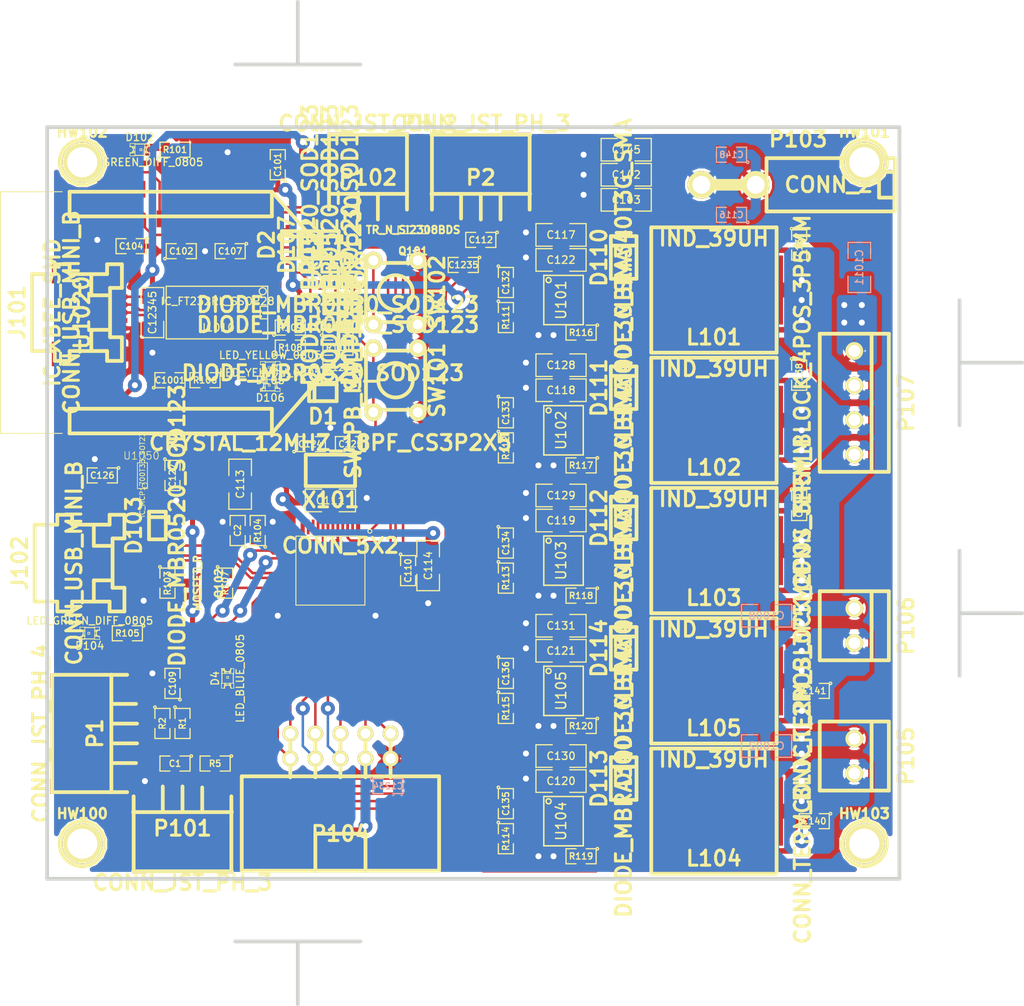
<source format=kicad_pcb>
(kicad_pcb (version 3) (host pcbnew "(2013-03-19 BZR 4004)-stable")
  (layers (15 Front signal) (0 Back signal hide) (18 B.Paste user hide) (19 F.Paste user hide) (20 B.SilkS user hide) (21 F.SilkS user) (22 B.Mask user hide) (23 F.Mask user hide) (28 Edge.Cuts user))
  (net 0 "")
  (net 1 +24V)
  (net 2 +3.3V)
  (net 3 +5V)
  (net 4 /AD1)
  (net 5 /AD2)
  (net 6 /AD3)
  (net 7 /AD4)
  (net 8 /BLU_DIM)
  (net 9 /BLU_FS)
  (net 10 /BLU_IADJ)
  (net 11 /BLU_OUT)
  (net 12 /BLU_SW)
  (net 13 /BLU_VCC)
  (net 14 /BOOTSEL_RESET)
  (net 15 /BOOT_SEL)
  (net 16 /EXTRA_AD)
  (net 17 /GRN_DIM)
  (net 18 /GRN_FS)
  (net 19 /GRN_IADJ)
  (net 20 /GRN_OUT)
  (net 21 /GRN_SW)
  (net 22 /GRN_VCC)
  (net 23 /IIC_SCL)
  (net 24 /IIC_SDA)
  (net 25 /MOTION_DET)
  (net 26 /RED_DIM)
  (net 27 /RED_FS)
  (net 28 /RED_IADJ)
  (net 29 /RED_OUT)
  (net 30 /RED_SW)
  (net 31 /RED_VCC)
  (net 32 /RELAY_EN)
  (net 33 /SER_RX_LED)
  (net 34 /SER_RX_LED_R)
  (net 35 /SER_TX_LED)
  (net 36 /SER_TX_LED_R)
  (net 37 /SER_UCTOUSB)
  (net 38 /SER_USBTOUC)
  (net 39 /SER_USB_D)
  (net 40 /SW1)
  (net 41 /SW2)
  (net 42 /SW3)
  (net 43 /SW4)
  (net 44 /UC_D)
  (net 45 /UC_D_PU)
  (net 46 /UC_USB_CONNECT)
  (net 47 /UC_VBUS)
  (net 48 /UC_XI)
  (net 49 /UC_XO)
  (net 50 /USBTOUC_BOOT_SEL)
  (net 51 /WW2_DIM)
  (net 52 /WW2_FS)
  (net 53 /WW2_IADJ)
  (net 54 /WW2_OUT)
  (net 55 /WW2_SW)
  (net 56 /WW2_VCC)
  (net 57 /WW_DIM)
  (net 58 /WW_FS)
  (net 59 /WW_IADJ)
  (net 60 /WW_OUT)
  (net 61 /WW_SW)
  (net 62 /WW_VCC)
  (net 63 /XB_BOOT_SEL)
  (net 64 /XB_RSSI)
  (net 65 /~SER_RST)
  (net 66 /~SER_USB_D)
  (net 67 /~UC_D)
  (net 68 /~UC_RESET)
  (net 69 /~USBTOUC_RESET)
  (net 70 /~XBEETOUC_RESET)
  (net 71 GND)
  (net 72 N-00000118)
  (net 73 N-0000028)
  (net 74 N-0000042)
  (net 75 N-0000064)
  (net 76 N-0000065)
  (net 77 N-0000066)
  (module SM0805 (layer Front) (at 549.656 16.002 270)
    (fp_text reference C127 (at 0 0 270) (layer F.SilkS) (effects (font (size 0.635 0.635) (thickness 0.127))))
    (fp_text value CAP_1UF_10P_25V_X7R_0805 hide)
    (pad 1 smd rect (at -0.9525 0 270) (size 0.889 1.397) (layers Front F.Paste F.Mask) (net 2 +3.3V))
    (pad 2 smd rect (at 0.9525 0 270) (size 0.889 1.397) (layers Front F.Paste F.Mask) (net 71 GND))
  )
  (module SM0805 (layer Front) (at 542.544 16.002 180)
    (fp_text reference C126 (at 0 0 180) (layer F.SilkS) (effects (font (size 0.635 0.635) (thickness 0.127))))
    (fp_text value CAP_1UF_10P_25V_X7R_0805 hide)
    (pad 1 smd rect (at -0.9525 0 180) (size 0.889 1.397) (layers Front F.Paste F.Mask) (net 3 +5V))
    (pad 2 smd rect (at 0.9525 0 180) (size 0.889 1.397) (layers Front F.Paste F.Mask) (net 71 GND))
  )
  (module CRYSTAL_3P2X5 (layer Front) (at 565.658 15.494)
    (fp_text reference X101 (at 0 2.99974) (layer F.SilkS) (effects (font (size 1.524 1.524) (thickness 0.3048))))
    (fp_text value CRYSTAL_12MHZ_18PF_CS3P2X5 (at 0 -2.79908) (layer F.SilkS) (effects (font (size 1.524 1.524) (thickness 0.3048))))
    (pad 1 smd rect (at 1.99898 0) (size 1.99898 2.4003) (layers Front F.Paste F.Mask) (net 48 /UC_XI))
    (pad 2 smd rect (at -1.99898 0) (size 1.99898 2.4003) (layers Front F.Paste F.Mask) (net 49 /UC_XO))
  )
  (module SM0805 (layer Front) (at 567.69 12.827 180)
    (fp_text reference C125 (at 0 0 180) (layer F.SilkS) (effects (font (size 0.635 0.635) (thickness 0.127))))
    (fp_text value CAP_39PF_5P_50V_NP0_0805 hide)
    (pad 1 smd rect (at -0.9525 0 180) (size 0.889 1.397) (layers Front F.Paste F.Mask) (net 48 /UC_XI))
    (pad 2 smd rect (at 0.9525 0 180) (size 0.889 1.397) (layers Front F.Paste F.Mask) (net 71 GND))
  )
  (module SM0805 (layer Front) (at 563.626 12.827)
    (fp_text reference C124 (at 0 0) (layer F.SilkS) (effects (font (size 0.635 0.635) (thickness 0.127))))
    (fp_text value CAP_39PF_5P_50V_NP0_0805 hide)
    (pad 1 smd rect (at -0.9525 0) (size 0.889 1.397) (layers Front F.Paste F.Mask) (net 49 /UC_XO))
    (pad 2 smd rect (at 0.9525 0) (size 0.889 1.397) (layers Front F.Paste F.Mask) (net 71 GND))
  )
  (module SM0805 (layer Front) (at 566.42 5.08)
    (fp_text reference C123 (at 0 0) (layer F.SilkS) (effects (font (size 0.635 0.635) (thickness 0.127))))
    (fp_text value CAP_0P1UF_10P_50V_X7R_0805 hide)
    (pad 1 smd rect (at -0.9525 0) (size 0.889 1.397) (layers Front F.Paste F.Mask) (net 2 +3.3V))
    (pad 2 smd rect (at 0.9525 0) (size 0.889 1.397) (layers Front F.Paste F.Mask) (net 15 /BOOT_SEL))
  )
  (module SM0805 (layer Front) (at 566.42 3.048)
    (fp_text reference R110 (at 0 0) (layer F.SilkS) (effects (font (size 0.635 0.635) (thickness 0.127))))
    (fp_text value RES_4P7K_1P_1V8W_0805 hide)
    (pad 1 smd rect (at -0.9525 0) (size 0.889 1.397) (layers Front F.Paste F.Mask) (net 2 +3.3V))
    (pad 2 smd rect (at 0.9525 0) (size 0.889 1.397) (layers Front F.Paste F.Mask) (net 15 /BOOT_SEL))
  )
  (module SM0805 (layer Front) (at 549.656 37.084 90)
    (fp_text reference C109 (at 0 0 90) (layer F.SilkS) (effects (font (size 0.635 0.635) (thickness 0.127))))
    (fp_text value CAP_1UF_10P_25V_X7R_0805 hide)
    (pad 1 smd rect (at -0.9525 0 90) (size 0.889 1.397) (layers Front F.Paste F.Mask) (net 2 +3.3V))
    (pad 2 smd rect (at 0.9525 0 90) (size 0.889 1.397) (layers Front F.Paste F.Mask) (net 71 GND))
  )
  (module SM0805 (layer Front) (at 573.532 25.654 270)
    (fp_text reference C110 (at 0 0 270) (layer F.SilkS) (effects (font (size 0.635 0.635) (thickness 0.127))))
    (fp_text value CAP_1UF_10P_25V_X7R_0805 hide)
    (pad 1 smd rect (at -0.9525 0 270) (size 0.889 1.397) (layers Front F.Paste F.Mask) (net 2 +3.3V))
    (pad 2 smd rect (at 0.9525 0 270) (size 0.889 1.397) (layers Front F.Paste F.Mask) (net 71 GND))
  )
  (module SM0805 (layer Front) (at 580.898 -7.874 180)
    (fp_text reference C112 (at 0 0 180) (layer F.SilkS) (effects (font (size 0.635 0.635) (thickness 0.127))))
    (fp_text value CAP_0P1UF_10P_50V_X7R_0805 hide)
    (pad 1 smd rect (at -0.9525 0 180) (size 0.889 1.397) (layers Front F.Paste F.Mask) (net 2 +3.3V))
    (pad 2 smd rect (at 0.9525 0 180) (size 0.889 1.397) (layers Front F.Paste F.Mask) (net 71 GND))
  )
  (module SM0805 (layer Front) (at 552.958 6.35 180)
    (fp_text reference R106 (at 0 0 180) (layer F.SilkS) (effects (font (size 0.635 0.635) (thickness 0.127))))
    (fp_text value RES_4P7K_1P_1V8W_0805 hide)
    (pad 1 smd rect (at -0.9525 0 180) (size 0.889 1.397) (layers Front F.Paste F.Mask) (net 65 /~SER_RST))
    (pad 2 smd rect (at 0.9525 0 180) (size 0.889 1.397) (layers Front F.Paste F.Mask) (net 71 GND))
  )
  (module SM0805 (layer Front) (at 558.292 21.59 90)
    (fp_text reference R104 (at 0 0 90) (layer F.SilkS) (effects (font (size 0.635 0.635) (thickness 0.127))))
    (fp_text value RES_100K_1P_1V8W_0805 hide)
    (pad 1 smd rect (at -0.9525 0 90) (size 0.889 1.397) (layers Front F.Paste F.Mask) (net 47 /UC_VBUS))
    (pad 2 smd rect (at 0.9525 0 90) (size 0.889 1.397) (layers Front F.Paste F.Mask) (net 71 GND))
  )
  (module SM0805 (layer Front) (at 549.148 26.924 270)
    (fp_text reference R103 (at 0 0 270) (layer F.SilkS) (effects (font (size 0.635 0.635) (thickness 0.127))))
    (fp_text value RES_1P5K_1P_1V8W_0805 hide)
    (pad 1 smd rect (at -0.9525 0 270) (size 0.889 1.397) (layers Front F.Paste F.Mask) (net 44 /UC_D))
    (pad 2 smd rect (at 0.9525 0 270) (size 0.889 1.397) (layers Front F.Paste F.Mask) (net 45 /UC_D_PU))
  )
  (module SM0805 (layer Front) (at 545.084 32.004 180)
    (fp_text reference R105 (at 0 0 180) (layer F.SilkS) (effects (font (size 0.635 0.635) (thickness 0.127))))
    (fp_text value RES_330_1P_1V8W_0805 hide)
    (pad 1 smd rect (at -0.9525 0 180) (size 0.889 1.397) (layers Front F.Paste F.Mask) (net 45 /UC_D_PU))
    (pad 2 smd rect (at 0.9525 0 180) (size 0.889 1.397) (layers Front F.Paste F.Mask) (net 75 N-0000064))
  )
  (module SM0805 (layer Front) (at 554.99 26.924 270)
    (fp_text reference R107 (at 0 0 270) (layer F.SilkS) (effects (font (size 0.635 0.635) (thickness 0.127))))
    (fp_text value RES_4P7K_1P_1V8W_0805 hide)
    (pad 1 smd rect (at -0.9525 0 270) (size 0.889 1.397) (layers Front F.Paste F.Mask) (net 2 +3.3V))
    (pad 2 smd rect (at 0.9525 0 270) (size 0.889 1.397) (layers Front F.Paste F.Mask) (net 46 /UC_USB_CONNECT))
  )
  (module SM0805 (layer Front) (at 561.594 3.048)
    (fp_text reference R108 (at 0 0) (layer F.SilkS) (effects (font (size 0.635 0.635) (thickness 0.127))))
    (fp_text value RES_330_1P_1V8W_0805 hide)
    (pad 1 smd rect (at -0.9525 0) (size 0.889 1.397) (layers Front F.Paste F.Mask) (net 36 /SER_TX_LED_R))
    (pad 2 smd rect (at 0.9525 0) (size 0.889 1.397) (layers Front F.Paste F.Mask) (net 2 +3.3V))
  )
  (module SM0805 (layer Front) (at 561.594 1.016)
    (fp_text reference R109 (at 0 0) (layer F.SilkS) (effects (font (size 0.635 0.635) (thickness 0.127))))
    (fp_text value RES_330_1P_1V8W_0805 hide)
    (pad 1 smd rect (at -0.9525 0) (size 0.889 1.397) (layers Front F.Paste F.Mask) (net 34 /SER_RX_LED_R))
    (pad 2 smd rect (at 0.9525 0) (size 0.889 1.397) (layers Front F.Paste F.Mask) (net 2 +3.3V))
  )
  (module SM0805 (layer Front) (at 566.42 1.016)
    (fp_text reference R102 (at 0 0) (layer F.SilkS) (effects (font (size 0.635 0.635) (thickness 0.127))))
    (fp_text value RES_4P7K_1P_1V8W_0805 hide)
    (pad 1 smd rect (at -0.9525 0) (size 0.889 1.397) (layers Front F.Paste F.Mask) (net 2 +3.3V))
    (pad 2 smd rect (at 0.9525 0) (size 0.889 1.397) (layers Front F.Paste F.Mask) (net 68 /~UC_RESET))
  )
  (module SM0805 (layer Front) (at 560.324 -15.494 90)
    (fp_text reference C101 (at 0 0 90) (layer F.SilkS) (effects (font (size 0.635 0.635) (thickness 0.127))))
    (fp_text value CAP_0P1UF_10P_50V_X7R_0805 hide)
    (pad 1 smd rect (at -0.9525 0 90) (size 0.889 1.397) (layers Front F.Paste F.Mask) (net 2 +3.3V))
    (pad 2 smd rect (at 0.9525 0 90) (size 0.889 1.397) (layers Front F.Paste F.Mask) (net 71 GND))
  )
  (module SM0805 (layer Front) (at 549.91 -17.018)
    (fp_text reference R101 (at 0 0) (layer F.SilkS) (effects (font (size 0.635 0.635) (thickness 0.127))))
    (fp_text value RES_330_1P_1V8W_0805 hide)
    (pad 1 smd rect (at -0.9525 0) (size 0.889 1.397) (layers Front F.Paste F.Mask) (net 77 N-0000066))
    (pad 2 smd rect (at 0.9525 0) (size 0.889 1.397) (layers Front F.Paste F.Mask) (net 71 GND))
  )
  (module SM0805 (layer Front) (at 550.545 -6.731)
    (fp_text reference C102 (at 0 0) (layer F.SilkS) (effects (font (size 0.635 0.635) (thickness 0.127))))
    (fp_text value CAP_1UF_10P_25V_X7R_0805 hide)
    (pad 1 smd rect (at -0.9525 0) (size 0.889 1.397) (layers Front F.Paste F.Mask) (net 3 +5V))
    (pad 2 smd rect (at 0.9525 0) (size 0.889 1.397) (layers Front F.Paste F.Mask) (net 71 GND))
  )
  (module SM0805 (layer Front) (at 545.465 -7.239 180)
    (fp_text reference C104 (at 0 0 180) (layer F.SilkS) (effects (font (size 0.635 0.635) (thickness 0.127))))
    (fp_text value CAP_0P1UF_10P_50V_X7R_0805 hide)
    (pad 1 smd rect (at -0.9525 0 180) (size 0.889 1.397) (layers Front F.Paste F.Mask) (net 3 +5V))
    (pad 2 smd rect (at 0.9525 0 180) (size 0.889 1.397) (layers Front F.Paste F.Mask) (net 71 GND))
  )
  (module SM0805 (layer Front) (at 555.498 -6.731 180)
    (fp_text reference C107 (at 0 0 180) (layer F.SilkS) (effects (font (size 0.635 0.635) (thickness 0.127))))
    (fp_text value CAP_0P1UF_10P_50V_X7R_0805 hide)
    (pad 1 smd rect (at -0.9525 0 180) (size 0.889 1.397) (layers Front F.Paste F.Mask) (net 2 +3.3V))
    (pad 2 smd rect (at 0.9525 0 180) (size 0.889 1.397) (layers Front F.Paste F.Mask) (net 71 GND))
  )
  (module SOT23GDS (layer Front) (at 552.196 26.924 270)
    (fp_text reference Q102 (at 0 -2.159 270) (layer F.SilkS) (effects (font (size 0.762 0.762) (thickness 0.2032))))
    (fp_text value MOSFET_P (at 0 0 270) (layer F.SilkS) (effects (font (size 0.762 0.762) (thickness 0.2032))))
    (pad S smd rect (at -0.889 -1.016 270) (size 0.9144 0.9144) (layers Front F.Paste F.Mask) (net 2 +3.3V))
    (pad G smd rect (at 0.889 -1.016 270) (size 0.9144 0.9144) (layers Front F.Paste F.Mask) (net 46 /UC_USB_CONNECT))
    (pad D smd rect (at 0 1.016 270) (size 0.9144 0.9144) (layers Front F.Paste F.Mask) (net 45 /UC_D_PU))
  )
  (module 1pin (layer Front) (at 540.512 53.34)
    (fp_text reference HW100 (at 0 -3.048) (layer F.SilkS) (effects (font (size 1.016 1.016) (thickness 0.254))))
    (fp_text value CONN_1 hide)
    (pad 1 thru_hole circle (at 0 0) (size 4.064 4.064) (drill 3.048) (layers *.Cu *.Mask F.SilkS))
  )
  (module 1pin (layer Front) (at 619.76 -15.748)
    (fp_text reference HW101 (at 0 -3.048) (layer F.SilkS) (effects (font (size 1.016 1.016) (thickness 0.254))))
    (fp_text value CONN_1 hide)
    (pad 1 thru_hole circle (at 0 0) (size 4.064 4.064) (drill 3.048) (layers *.Cu *.Mask F.SilkS))
  )
  (module 1pin (layer Front) (at 540.512 -15.748)
    (fp_text reference HW102 (at 0 -3.048) (layer F.SilkS) (effects (font (size 1.016 1.016) (thickness 0.254))))
    (fp_text value CONN_1 hide)
    (pad 1 thru_hole circle (at 0 0) (size 4.064 4.064) (drill 3.048) (layers *.Cu *.Mask F.SilkS))
  )
  (module 1pin (layer Front) (at 619.76 53.34)
    (fp_text reference HW103 (at 0 -3.048) (layer F.SilkS) (effects (font (size 1.016 1.016) (thickness 0.254))))
    (fp_text value CONN_1 hide)
    (pad 1 thru_hole circle (at 0 0) (size 4.064 4.064) (drill 3.048) (layers *.Cu *.Mask F.SilkS))
  )
  (module SM0805 (layer Front) (at 550.672 41.148 270)
    (fp_text reference R1 (at 0 0 270) (layer F.SilkS) (effects (font (size 0.635 0.635) (thickness 0.127))))
    (fp_text value RES_1K_1P_1V8W_0805 hide)
    (pad 1 smd rect (at -0.9525 0 270) (size 0.889 1.397) (layers Front F.Paste F.Mask) (net 2 +3.3V))
    (pad 2 smd rect (at 0.9525 0 270) (size 0.889 1.397) (layers Front F.Paste F.Mask) (net 24 /IIC_SDA))
  )
  (module SM0805 (layer Front) (at 548.64 41.148 270)
    (fp_text reference R2 (at 0 0 270) (layer F.SilkS) (effects (font (size 0.635 0.635) (thickness 0.127))))
    (fp_text value RES_1K_1P_1V8W_0805 hide)
    (pad 1 smd rect (at -0.9525 0 270) (size 0.889 1.397) (layers Front F.Paste F.Mask) (net 2 +3.3V))
    (pad 2 smd rect (at 0.9525 0 270) (size 0.889 1.397) (layers Front F.Paste F.Mask) (net 23 /IIC_SCL))
  )
  (module SM0805 (layer Front) (at 549.91 45.212 180)
    (fp_text reference C1 (at 0 0 180) (layer F.SilkS) (effects (font (size 0.635 0.635) (thickness 0.127))))
    (fp_text value CAP_0P1UF_10P_50V_X7R_0805 hide)
    (pad 1 smd rect (at -0.9525 0 180) (size 0.889 1.397) (layers Front F.Paste F.Mask) (net 2 +3.3V))
    (pad 2 smd rect (at 0.9525 0 180) (size 0.889 1.397) (layers Front F.Paste F.Mask) (net 71 GND))
  )
  (module SM0805 (layer Front) (at 556.26 21.59 90)
    (fp_text reference C2 (at 0 0 90) (layer F.SilkS) (effects (font (size 0.635 0.635) (thickness 0.127))))
    (fp_text value CAP_1UF_10P_25V_X7R_0805 hide)
    (pad 1 smd rect (at -0.9525 0 90) (size 0.889 1.397) (layers Front F.Paste F.Mask) (net 47 /UC_VBUS))
    (pad 2 smd rect (at 0.9525 0 90) (size 0.889 1.397) (layers Front F.Paste F.Mask) (net 71 GND))
  )
  (module CONN_USB_MINI_B (layer Front) (at 535.686 24.892 270)
    (fp_text reference J102 (at 0 1.50114 270) (layer F.SilkS) (effects (font (size 1.524 1.524) (thickness 0.3048))))
    (fp_text value CONN_USB_MINI_B (at 0 -4.0005 270) (layer F.SilkS) (effects (font (size 1.524 1.524) (thickness 0.3048))))
    (pad 6 smd rect (at -4.20116 -8.39978 90) (size 2.49936 2.19964) (layers Front F.Paste F.Mask) (net 71 GND))
    (pad 6 smd rect (at -4.20116 -3.0988 270) (size 2.49936 2.19964) (layers Front F.Paste F.Mask) (net 71 GND))
    (pad 6 smd rect (at 4.20116 -8.39978 270) (size 2.49936 2.19964) (layers Front F.Paste F.Mask) (net 71 GND))
    (pad 6 smd rect (at 4.20116 -3.0988 270) (size 2.49936 2.19964) (layers Front F.Paste F.Mask) (net 71 GND))
    (pad 1 smd rect (at -1.6002 -8.65124 270) (size 0.50038 1.99898) (layers Front F.Paste F.Mask) (net 47 /UC_VBUS))
    (pad 2 smd rect (at -0.8001 -8.65124 270) (size 0.50038 1.99898) (layers Front F.Paste F.Mask) (net 67 /~UC_D))
    (pad 3 smd rect (at 0 -8.65124 270) (size 0.50038 1.99898) (layers Front F.Paste F.Mask) (net 44 /UC_D))
    (pad 4 smd rect (at 0.8001 -8.65124 270) (size 0.50038 1.99898) (layers Front F.Paste F.Mask))
    (pad 5 smd rect (at 1.6002 -8.65124 270) (size 0.50038 1.99898) (layers Front F.Paste F.Mask) (net 71 GND))
  )
  (module CONN_USB_MINI_B (layer Front) (at 535.432 -0.508 270)
    (fp_text reference J101 (at 0 1.50114 270) (layer F.SilkS) (effects (font (size 1.524 1.524) (thickness 0.3048))))
    (fp_text value CONN_USB_MINI_B (at 0 -4.0005 270) (layer F.SilkS) (effects (font (size 1.524 1.524) (thickness 0.3048))))
    (pad 6 smd rect (at -4.20116 -8.39978 90) (size 2.49936 2.19964) (layers Front F.Paste F.Mask) (net 71 GND))
    (pad 6 smd rect (at -4.20116 -3.0988 270) (size 2.49936 2.19964) (layers Front F.Paste F.Mask) (net 71 GND))
    (pad 6 smd rect (at 4.20116 -8.39978 270) (size 2.49936 2.19964) (layers Front F.Paste F.Mask) (net 71 GND))
    (pad 6 smd rect (at 4.20116 -3.0988 270) (size 2.49936 2.19964) (layers Front F.Paste F.Mask) (net 71 GND))
    (pad 1 smd rect (at -1.6002 -8.65124 270) (size 0.50038 1.99898) (layers Front F.Paste F.Mask) (net 3 +5V))
    (pad 2 smd rect (at -0.8001 -8.65124 270) (size 0.50038 1.99898) (layers Front F.Paste F.Mask) (net 66 /~SER_USB_D))
    (pad 3 smd rect (at 0 -8.65124 270) (size 0.50038 1.99898) (layers Front F.Paste F.Mask) (net 39 /SER_USB_D))
    (pad 4 smd rect (at 0.8001 -8.65124 270) (size 0.50038 1.99898) (layers Front F.Paste F.Mask))
    (pad 5 smd rect (at 1.6002 -8.65124 270) (size 0.50038 1.99898) (layers Front F.Paste F.Mask) (net 71 GND))
  )
  (module SM0805 (layer Front) (at 553.974 45.212 180)
    (fp_text reference R5 (at 0 0 180) (layer F.SilkS) (effects (font (size 0.635 0.635) (thickness 0.127))))
    (fp_text value RES_330_1P_1V8W_0805 hide)
    (pad 1 smd rect (at -0.9525 0 180) (size 0.889 1.397) (layers Front F.Paste F.Mask) (net 76 N-0000065))
    (pad 2 smd rect (at 0.9525 0 180) (size 0.889 1.397) (layers Front F.Paste F.Mask) (net 2 +3.3V))
  )
  (module SM1206 (layer Front) (at 565.658 18.542)
    (fp_text reference C111 (at 0 0) (layer F.SilkS) (effects (font (size 0.762 0.762) (thickness 0.127))))
    (fp_text value CAP_22UF_20P_10V_X5R_1206 hide)
    (pad 1 smd rect (at -1.651 0) (size 1.524 2.032) (layers Front F.Paste F.Mask) (net 2 +3.3V))
    (pad 2 smd rect (at 1.651 0) (size 1.524 2.032) (layers Front F.Paste F.Mask) (net 71 GND))
  )
  (module SM1206 (layer Front) (at 556.514 16.891 270)
    (fp_text reference C113 (at 0 0 270) (layer F.SilkS) (effects (font (size 0.762 0.762) (thickness 0.127))))
    (fp_text value CAP_22UF_20P_10V_X5R_1206 hide)
    (pad 1 smd rect (at -1.651 0 270) (size 1.524 2.032) (layers Front F.Paste F.Mask) (net 2 +3.3V))
    (pad 2 smd rect (at 1.651 0 270) (size 1.524 2.032) (layers Front F.Paste F.Mask) (net 71 GND))
  )
  (module SM1206 (layer Front) (at 575.564 25.146 270)
    (fp_text reference C114 (at 0 0 270) (layer F.SilkS) (effects (font (size 0.762 0.762) (thickness 0.127))))
    (fp_text value CAP_22UF_20P_10V_X5R_1206 hide)
    (pad 1 smd rect (at -1.651 0 270) (size 1.524 2.032) (layers Front F.Paste F.Mask) (net 2 +3.3V))
    (pad 2 smd rect (at 1.651 0 270) (size 1.524 2.032) (layers Front F.Paste F.Mask) (net 71 GND))
  )
  (module JST_PH_3 (layer Front) (at 580.898 -18.542)
    (fp_text reference P2 (at 0 4.35102) (layer F.SilkS) (effects (font (size 1.524 1.524) (thickness 0.3048))))
    (fp_text value CONN_JST_PH_3 (at 0 -1.15062) (layer F.SilkS) (effects (font (size 1.524 1.524) (thickness 0.3048))))
    (pad "" smd rect (at -4.35102 1.50114) (size 1.50114 3.40106) (layers Front F.Paste F.Mask))
    (pad "" smd rect (at 4.35102 1.50114) (size 1.50114 3.40106) (layers Front F.Paste F.Mask))
    (pad 2 smd rect (at 0 7.24916) (size 1.00076 3.50012) (layers Front F.Paste F.Mask) (net 16 /EXTRA_AD))
    (pad 1 smd rect (at 1.99898 7.24916) (size 1.00076 3.50012) (layers Front F.Paste F.Mask) (net 2 +3.3V))
    (pad 3 smd rect (at -1.99898 7.24916) (size 1.00076 3.50012) (layers Front F.Paste F.Mask) (net 71 GND))
  )
  (module SM0805 (layer Front) (at 549.402 6.35)
    (fp_text reference C1001 (at 0 0) (layer F.SilkS) (effects (font (size 0.635 0.635) (thickness 0.127))))
    (fp_text value CAP_0P1UF_10P_50V_X7R_0805 hide)
    (pad 1 smd rect (at -0.9525 0) (size 0.889 1.397) (layers Front F.Paste F.Mask) (net 73 N-0000028))
    (pad 2 smd rect (at 0.9525 0) (size 0.889 1.397) (layers Front F.Paste F.Mask) (net 71 GND))
  )
  (module XBEE_SMD (layer Front) (at 538.48 -0.508 270)
    (fp_text reference U1020 (at 0 -1.99898 270) (layer F.SilkS) (effects (font (size 1.524 1.524) (thickness 0.3048))))
    (fp_text value IC_XBEE_SMD (at 0 1.00076 270) (layer F.SilkS) (effects (font (size 1.524 1.524) (thickness 0.3048))))
    (pad 10 smd rect (at -9.4996 -1.99898 270) (size 1.69926 0.8509) (layers Front F.Paste F.Mask) (net 71 GND))
    (pad 8 smd rect (at -9.4996 -5.99948 270) (size 1.69926 0.8509) (layers Front F.Paste F.Mask))
    (pad 6 smd rect (at -9.4996 -9.99998 270) (size 1.69926 0.8509) (layers Front F.Paste F.Mask) (net 64 /XB_RSSI))
    (pad 4 smd rect (at -9.4996 -14.00048 270) (size 1.69926 0.8509) (layers Front F.Paste F.Mask))
    (pad 2 smd rect (at -9.4996 -18.00098 270) (size 1.69926 0.8509) (layers Front F.Paste F.Mask) (net 38 /SER_USBTOUC))
    (pad 9 smd rect (at -12.49934 -4.0005 270) (size 1.69926 0.8509) (layers Front F.Paste F.Mask) (net 70 /~XBEETOUC_RESET))
    (pad 7 smd rect (at -12.49934 -8.001 270) (size 1.69926 0.8509) (layers Front F.Paste F.Mask))
    (pad 5 smd rect (at -12.49934 -11.99896 270) (size 1.69926 0.8509) (layers Front F.Paste F.Mask))
    (pad 3 smd rect (at -12.49934 -15.99946 270) (size 1.69926 0.8509) (layers Front F.Paste F.Mask) (net 37 /SER_UCTOUSB))
    (pad 1 smd rect (at -12.49934 -19.99996 270) (size 1.69926 0.8509) (layers Front F.Paste F.Mask) (net 2 +3.3V))
    (pad 11 smd rect (at 12.49934 -1.99898 270) (size 1.69926 0.8509) (layers Front F.Paste F.Mask))
    (pad 13 smd rect (at 12.49934 -5.99948 270) (size 1.69926 0.8509) (layers Front F.Paste F.Mask))
    (pad 15 smd rect (at 12.49934 -9.99998 270) (size 1.69926 0.8509) (layers Front F.Paste F.Mask))
    (pad 17 smd rect (at 12.49934 -14.00048 270) (size 1.69926 0.8509) (layers Front F.Paste F.Mask))
    (pad 19 smd rect (at 12.49934 -18.00098 270) (size 1.69926 0.8509) (layers Front F.Paste F.Mask))
    (pad 12 smd rect (at 9.4996 -4.0005 270) (size 1.69926 0.8509) (layers Front F.Paste F.Mask))
    (pad 14 smd rect (at 9.4996 -8.001 270) (size 1.69926 0.8509) (layers Front F.Paste F.Mask))
    (pad 16 smd rect (at 9.4996 -11.99896 270) (size 1.69926 0.8509) (layers Front F.Paste F.Mask) (net 63 /XB_BOOT_SEL))
    (pad 18 smd rect (at 9.4996 -15.99946 270) (size 1.69926 0.8509) (layers Front F.Paste F.Mask))
    (pad 20 smd rect (at 9.4996 -19.99996 270) (size 1.69926 0.8509) (layers Front F.Paste F.Mask))
  )
  (module SOT23 (layer Front) (at 546.608 16.002 90)
    (fp_text reference U1050 (at 1.99898 -0.09906 180) (layer F.SilkS) (effects (font (size 0.762 0.762) (thickness 0.0762))))
    (fp_text value IC_MCP1700T33_SOT23 (at 0.0635 0 90) (layer F.SilkS) (effects (font (size 0.50038 0.50038) (thickness 0.0762))))
    (pad 3 smd rect (at 0 -1.09982 90) (size 0.8001 1.00076) (layers Front F.Paste F.Mask) (net 3 +5V))
    (pad 2 smd rect (at 0.9525 1.09982 90) (size 0.8001 1.00076) (layers Front F.Paste F.Mask) (net 2 +3.3V))
    (pad 1 smd rect (at -0.9525 1.09982 90) (size 0.8001 1.00076) (layers Front F.Paste F.Mask) (net 71 GND))
  )
  (module led_blue_0805 (layer Front) (at 555.244 36.576 90)
    (fp_text reference D4 (at 0 -1.27 90) (layer F.SilkS) (effects (font (size 0.762 0.762) (thickness 0.127))))
    (fp_text value LED_BLUE_0805 (at 0 1.27 90) (layer F.SilkS) (effects (font (size 0.762 0.762) (thickness 0.127))))
    (pad 1 smd rect (at -1.04902 0 90) (size 1.19888 1.19888) (layers Front F.Paste F.Mask) (net 76 N-0000065))
    (pad 2 smd rect (at 1.04902 0 90) (size 1.19888 1.19888) (layers Front F.Paste F.Mask) (net 72 N-00000118))
  )
  (module led_yellow_0805 (layer Front) (at 559.562 5.08 180)
    (fp_text reference D105 (at 0 -1.27 180) (layer F.SilkS) (effects (font (size 0.762 0.762) (thickness 0.127))))
    (fp_text value LED_YELLOW_0805 (at 0 1.27 180) (layer F.SilkS) (effects (font (size 0.762 0.762) (thickness 0.127))))
    (pad 1 smd rect (at -1.04902 0 180) (size 1.19888 1.19888) (layers Front F.Paste F.Mask) (net 36 /SER_TX_LED_R))
    (pad 2 smd rect (at 1.04902 0 180) (size 1.19888 1.19888) (layers Front F.Paste F.Mask) (net 35 /SER_TX_LED))
  )
  (module led_yellow_0805 (layer Front) (at 559.562 6.858 180)
    (fp_text reference D106 (at 0 -1.27 180) (layer F.SilkS) (effects (font (size 0.762 0.762) (thickness 0.127))))
    (fp_text value LED_YELLOW_0805 (at 0 1.27 180) (layer F.SilkS) (effects (font (size 0.762 0.762) (thickness 0.127))))
    (pad 1 smd rect (at -1.04902 0 180) (size 1.19888 1.19888) (layers Front F.Paste F.Mask) (net 34 /SER_RX_LED_R))
    (pad 2 smd rect (at 1.04902 0 180) (size 1.19888 1.19888) (layers Front F.Paste F.Mask) (net 33 /SER_RX_LED))
  )
  (module led_green_0805 (layer Front) (at 541.274 32.004 180)
    (fp_text reference D104 (at 0 -1.27 180) (layer F.SilkS) (effects (font (size 0.762 0.762) (thickness 0.127))))
    (fp_text value LED_GREEN_DIFF_0805 (at 0 1.27 180) (layer F.SilkS) (effects (font (size 0.762 0.762) (thickness 0.127))))
    (pad 1 smd rect (at -1.04902 0 180) (size 1.19888 1.19888) (layers Front F.Paste F.Mask) (net 75 N-0000064))
    (pad 2 smd rect (at 1.04902 0 180) (size 1.19888 1.19888) (layers Front F.Paste F.Mask) (net 71 GND))
  )
  (module led_green_0805 (layer Front) (at 546.354 -17.018)
    (fp_text reference D102 (at 0 -1.27) (layer F.SilkS) (effects (font (size 0.762 0.762) (thickness 0.127))))
    (fp_text value LED_GREEN_DIFF_0805 (at 0 1.27) (layer F.SilkS) (effects (font (size 0.762 0.762) (thickness 0.127))))
    (pad 1 smd rect (at -1.04902 0) (size 1.19888 1.19888) (layers Front F.Paste F.Mask) (net 64 /XB_RSSI))
    (pad 2 smd rect (at 1.04902 0) (size 1.19888 1.19888) (layers Front F.Paste F.Mask) (net 77 N-0000066))
  )
  (module SOD123 (layer Front) (at 566.42 -3.302 180)
    (fp_text reference D108 (at 0 2.4003 180) (layer F.SilkS) (effects (font (size 1.524 1.524) (thickness 0.3048))))
    (fp_text value DIODE_MBR0520_SOD123 (at 0 -1.99898 180) (layer F.SilkS) (effects (font (size 1.524 1.524) (thickness 0.3048))))
    (pad 1 smd rect (at 1.5748 0 180) (size 0.89916 0.94996) (layers Front F.Paste F.Mask) (net 15 /BOOT_SEL))
    (pad 2 smd rect (at -1.5748 0 180) (size 0.89916 0.94996) (layers Front F.Paste F.Mask) (net 14 /BOOTSEL_RESET))
  )
  (module SOD123 (layer Front) (at 566.42 -1.27 180)
    (fp_text reference D109 (at 0 2.4003 180) (layer F.SilkS) (effects (font (size 1.524 1.524) (thickness 0.3048))))
    (fp_text value DIODE_MBR0520_SOD123 (at 0 -1.99898 180) (layer F.SilkS) (effects (font (size 1.524 1.524) (thickness 0.3048))))
    (pad 1 smd rect (at 1.5748 0 180) (size 0.89916 0.94996) (layers Front F.Paste F.Mask) (net 68 /~UC_RESET))
    (pad 2 smd rect (at -1.5748 0 180) (size 0.89916 0.94996) (layers Front F.Paste F.Mask) (net 14 /BOOTSEL_RESET))
  )
  (module SOD123 (layer Front) (at 548.132 21.082 270)
    (fp_text reference D103 (at 0 2.4003 270) (layer F.SilkS) (effects (font (size 1.524 1.524) (thickness 0.3048))))
    (fp_text value DIODE_MBR0520_SOD123 (at 0 -1.99898 270) (layer F.SilkS) (effects (font (size 1.524 1.524) (thickness 0.3048))))
    (pad 1 smd rect (at 1.5748 0 270) (size 0.89916 0.94996) (layers Front F.Paste F.Mask) (net 47 /UC_VBUS))
    (pad 2 smd rect (at -1.5748 0 270) (size 0.89916 0.94996) (layers Front F.Paste F.Mask) (net 3 +5V))
  )
  (module SOD123 (layer Front) (at 563.626 -7.366 270)
    (fp_text reference D107 (at 0 2.4003 270) (layer F.SilkS) (effects (font (size 1.524 1.524) (thickness 0.3048))))
    (fp_text value DIODE_MBR0520_SOD123 (at 0 -1.99898 270) (layer F.SilkS) (effects (font (size 1.524 1.524) (thickness 0.3048))))
    (pad 1 smd rect (at 1.5748 0 270) (size 0.89916 0.94996) (layers Front F.Paste F.Mask) (net 68 /~UC_RESET))
    (pad 2 smd rect (at -1.5748 0 270) (size 0.89916 0.94996) (layers Front F.Paste F.Mask) (net 69 /~USBTOUC_RESET))
  )
  (module SOD123 (layer Front) (at 565.658 -7.366 270)
    (fp_text reference D101 (at 0 2.4003 270) (layer F.SilkS) (effects (font (size 1.524 1.524) (thickness 0.3048))))
    (fp_text value DIODE_MBR0520_SOD123 (at 0 -1.99898 270) (layer F.SilkS) (effects (font (size 1.524 1.524) (thickness 0.3048))))
    (pad 1 smd rect (at 1.5748 0 270) (size 0.89916 0.94996) (layers Front F.Paste F.Mask) (net 68 /~UC_RESET))
    (pad 2 smd rect (at -1.5748 0 270) (size 0.89916 0.94996) (layers Front F.Paste F.Mask) (net 70 /~XBEETOUC_RESET))
  )
  (module SOD123 (layer Front) (at 564.896 7.62)
    (fp_text reference D1 (at 0 2.4003) (layer F.SilkS) (effects (font (size 1.524 1.524) (thickness 0.3048))))
    (fp_text value DIODE_MBR0520_SOD123 (at 0 -1.99898) (layer F.SilkS) (effects (font (size 1.524 1.524) (thickness 0.3048))))
    (pad 1 smd rect (at 1.5748 0) (size 0.89916 0.94996) (layers Front F.Paste F.Mask) (net 15 /BOOT_SEL))
    (pad 2 smd rect (at -1.5748 0) (size 0.89916 0.94996) (layers Front F.Paste F.Mask) (net 63 /XB_BOOT_SEL))
  )
  (module SOD123 (layer Front) (at 561.594 -7.366 270)
    (fp_text reference D2 (at 0 2.4003 270) (layer F.SilkS) (effects (font (size 1.524 1.524) (thickness 0.3048))))
    (fp_text value DIODE_MBR0520_SOD123 (at 0 -1.99898 270) (layer F.SilkS) (effects (font (size 1.524 1.524) (thickness 0.3048))))
    (pad 1 smd rect (at 1.5748 0 270) (size 0.89916 0.94996) (layers Front F.Paste F.Mask) (net 15 /BOOT_SEL))
    (pad 2 smd rect (at -1.5748 0 270) (size 0.89916 0.94996) (layers Front F.Paste F.Mask) (net 50 /USBTOUC_BOOT_SEL))
  )
  (module SM0805 (layer Back) (at 571.5 47.498)
    (fp_text reference C1234 (at 0 0) (layer B.SilkS) (effects (font (size 0.635 0.635) (thickness 0.127)) (justify mirror)))
    (fp_text value CAP_0P1UF_10P_50V_X7R_0805 hide)
    (pad 1 smd rect (at -0.9525 0) (size 0.889 1.397) (layers Back B.Paste B.Mask) (net 2 +3.3V))
    (pad 2 smd rect (at 0.9525 0) (size 0.889 1.397) (layers Back B.Paste B.Mask) (net 71 GND))
  )
  (module SM0805 (layer Front) (at 579.12 -5.334 180)
    (fp_text reference C1235 (at 0 0 180) (layer F.SilkS) (effects (font (size 0.635 0.635) (thickness 0.127))))
    (fp_text value CAP_0P1UF_10P_50V_X7R_0805 hide)
    (pad 1 smd rect (at -0.9525 0 180) (size 0.889 1.397) (layers Front F.Paste F.Mask) (net 2 +3.3V))
    (pad 2 smd rect (at 0.9525 0 180) (size 0.889 1.397) (layers Front F.Paste F.Mask) (net 71 GND))
  )
  (module SM1206 (layer Front) (at 547.624 -0.508 270)
    (fp_text reference C12345 (at 0 0 270) (layer F.SilkS) (effects (font (size 0.762 0.762) (thickness 0.127))))
    (fp_text value CAP_22UF_20P_10V_X5R_1206 hide)
    (pad 1 smd rect (at -1.651 0 270) (size 1.524 2.032) (layers Front F.Paste F.Mask) (net 3 +5V))
    (pad 2 smd rect (at 1.651 0 270) (size 1.524 2.032) (layers Front F.Paste F.Mask) (net 71 GND))
  )
  (module JST_PH_4 (layer Front) (at 537.464 42.164 90)
    (fp_text reference P1 (at 0 4.35102 90) (layer F.SilkS) (effects (font (size 1.524 1.524) (thickness 0.3048))))
    (fp_text value CONN_JST_PH_4 (at 0 -1.15062 90) (layer F.SilkS) (effects (font (size 1.524 1.524) (thickness 0.3048))))
    (pad "" smd rect (at -5.35178 1.50114 90) (size 1.50114 3.40106) (layers Front F.Paste F.Mask))
    (pad "" smd rect (at 5.34924 1.50114 90) (size 1.50114 3.40106) (layers Front F.Paste F.Mask))
    (pad 2 smd rect (at 1.00076 7.24916 90) (size 1.00076 3.50012) (layers Front F.Paste F.Mask) (net 23 /IIC_SCL))
    (pad 1 smd rect (at 2.99974 7.24916 90) (size 1.00076 3.50012) (layers Front F.Paste F.Mask) (net 2 +3.3V))
    (pad 3 smd rect (at -1.00076 7.24916 90) (size 1.00076 3.50012) (layers Front F.Paste F.Mask) (net 24 /IIC_SDA))
    (pad 4 smd rect (at -2.99974 7.24916 90) (size 1.00076 3.50012) (layers Front F.Paste F.Mask) (net 71 GND))
  )
  (module TACT_SW_TH_6x6 (layer Front) (at 572.262 -2.54 270)
    (fp_text reference SW102 (at 0 -4.20116 270) (layer F.SilkS) (effects (font (size 1.524 1.524) (thickness 0.3048))))
    (fp_text value SW_PB_MJTP1230 (at 0 4.30022 270) (layer F.SilkS) (effects (font (size 1.524 1.524) (thickness 0.3048))))
    (pad 1 thru_hole circle (at 3.2512 -2.25044 270) (size 1.78816 1.78816) (drill 1.00076) (layers *.Cu *.Mask F.SilkS) (net 71 GND))
    (pad 1 thru_hole circle (at -3.2512 -2.25044 270) (size 1.78816 1.78816) (drill 1.00076) (layers *.Cu *.Mask F.SilkS) (net 71 GND))
    (pad 2 thru_hole circle (at -3.2512 2.25044 270) (size 1.78816 1.78816) (drill 1.00076) (layers *.Cu *.Mask F.SilkS) (net 14 /BOOTSEL_RESET))
    (pad 2 thru_hole circle (at 3.2512 2.25044 270) (size 1.78816 1.78816) (drill 1.00076) (layers *.Cu *.Mask F.SilkS) (net 14 /BOOTSEL_RESET))
  )
  (module TACT_SW_TH_6x6 (layer Front) (at 572.262 6.35 270)
    (fp_text reference SW101 (at 0 -4.20116 270) (layer F.SilkS) (effects (font (size 1.524 1.524) (thickness 0.3048))))
    (fp_text value SW_PB_MJTP1230 (at 0 4.30022 270) (layer F.SilkS) (effects (font (size 1.524 1.524) (thickness 0.3048))))
    (pad 1 thru_hole circle (at 3.2512 -2.25044 270) (size 1.78816 1.78816) (drill 1.00076) (layers *.Cu *.Mask F.SilkS) (net 71 GND))
    (pad 1 thru_hole circle (at -3.2512 -2.25044 270) (size 1.78816 1.78816) (drill 1.00076) (layers *.Cu *.Mask F.SilkS) (net 71 GND))
    (pad 2 thru_hole circle (at -3.2512 2.25044 270) (size 1.78816 1.78816) (drill 1.00076) (layers *.Cu *.Mask F.SilkS) (net 68 /~UC_RESET))
    (pad 2 thru_hole circle (at 3.2512 2.25044 270) (size 1.78816 1.78816) (drill 1.00076) (layers *.Cu *.Mask F.SilkS) (net 68 /~UC_RESET))
  )
  (module SSOP28 (layer Front) (at 554.228 -0.508 180)
    (fp_text reference U1010 (at 0.127 -1.524 180) (layer F.SilkS) (effects (font (size 0.762 0.762) (thickness 0.127))))
    (fp_text value IC_FT232RL_SSOP28 (at 0 1.143 180) (layer F.SilkS) (effects (font (size 0.762 0.762) (thickness 0.127))))
    (pad 1 smd rect (at -4.191 3.556 180) (size 0.4064 1.27) (layers Front F.Paste F.Mask) (net 38 /SER_USBTOUC))
    (pad 2 smd rect (at -3.556 3.556 180) (size 0.4064 1.27) (layers Front F.Paste F.Mask) (net 69 /~USBTOUC_RESET))
    (pad 3 smd rect (at -2.8956 3.556 180) (size 0.4064 1.27) (layers Front F.Paste F.Mask) (net 50 /USBTOUC_BOOT_SEL))
    (pad 4 smd rect (at -2.2352 3.556 180) (size 0.4064 1.27) (layers Front F.Paste F.Mask) (net 2 +3.3V))
    (pad 5 smd rect (at -1.6002 3.556 180) (size 0.4064 1.27) (layers Front F.Paste F.Mask) (net 37 /SER_UCTOUSB))
    (pad 6 smd rect (at -0.9398 3.556 180) (size 0.4064 1.27) (layers Front F.Paste F.Mask))
    (pad 7 smd rect (at -0.2794 3.556 180) (size 0.4064 1.27) (layers Front F.Paste F.Mask) (net 71 GND))
    (pad 8 smd rect (at 0.3556 3.556 180) (size 0.4064 1.27) (layers Front F.Paste F.Mask))
    (pad 9 smd rect (at 1.016 3.556 180) (size 0.4064 1.27) (layers Front F.Paste F.Mask))
    (pad 10 smd rect (at 1.651 3.556 180) (size 0.4064 1.27) (layers Front F.Paste F.Mask))
    (pad 11 smd rect (at 2.3114 3.556 180) (size 0.4064 1.27) (layers Front F.Paste F.Mask))
    (pad 12 smd rect (at 2.9718 3.556 180) (size 0.4064 1.27) (layers Front F.Paste F.Mask))
    (pad 13 smd rect (at 3.6068 3.556 180) (size 0.4064 1.27) (layers Front F.Paste F.Mask))
    (pad 14 smd rect (at 4.2672 3.556 180) (size 0.4064 1.27) (layers Front F.Paste F.Mask))
    (pad 15 smd rect (at 4.2672 -3.556 180) (size 0.4064 1.27) (layers Front F.Paste F.Mask) (net 39 /SER_USB_D))
    (pad 16 smd rect (at 3.6068 -3.556 180) (size 0.4064 1.27) (layers Front F.Paste F.Mask) (net 66 /~SER_USB_D))
    (pad 17 smd rect (at 2.9972 -3.556 180) (size 0.4064 1.27) (layers Front F.Paste F.Mask) (net 73 N-0000028))
    (pad 18 smd rect (at 2.3114 -3.556 180) (size 0.4064 1.27) (layers Front F.Paste F.Mask) (net 71 GND))
    (pad 19 smd rect (at 1.651 -3.556 180) (size 0.4064 1.27) (layers Front F.Paste F.Mask) (net 65 /~SER_RST))
    (pad 20 smd rect (at 1.016 -3.556 180) (size 0.4064 1.27) (layers Front F.Paste F.Mask) (net 3 +5V))
    (pad 21 smd rect (at 0.3556 -3.556 180) (size 0.4064 1.27) (layers Front F.Paste F.Mask) (net 71 GND))
    (pad 22 smd rect (at -0.2794 -3.556 180) (size 0.4064 1.27) (layers Front F.Paste F.Mask) (net 33 /SER_RX_LED))
    (pad 23 smd rect (at -0.9398 -3.556 180) (size 0.4064 1.27) (layers Front F.Paste F.Mask) (net 35 /SER_TX_LED))
    (pad 24 smd rect (at -1.6002 -3.556 180) (size 0.4064 1.27) (layers Front F.Paste F.Mask))
    (pad 25 smd rect (at -2.2352 -3.556 180) (size 0.4064 1.27) (layers Front F.Paste F.Mask) (net 71 GND))
    (pad 26 smd rect (at -2.8956 -3.556 180) (size 0.4064 1.27) (layers Front F.Paste F.Mask) (net 71 GND))
    (pad 27 smd rect (at -3.556 -3.556 180) (size 0.4064 1.27) (layers Front F.Paste F.Mask))
    (pad 28 smd rect (at -4.191 -3.556 180) (size 0.4064 1.27) (layers Front F.Paste F.Mask))
  )
  (module LQFP48_new (layer Front) (at 565.658 25.654 270)
    (fp_text reference U1000)
    (fp_text value IC_LPC1343_LQFP48 hide)
    (pad 44 smd rect (at -0.7493 -4.42468 270) (size 0.2794 1.50114) (layers Front F.Paste F.Mask) (net 2 +3.3V))
    (pad 43 smd rect (at -0.24892 -4.42468 270) (size 0.2794 1.50114) (layers Front F.Paste F.Mask))
    (pad 37 smd rect (at 2.80924 -4.42468 270) (size 0.4191 1.50114) (layers Front F.Paste F.Mask) (net 42 /SW3))
    (pad 38 smd rect (at 2.25044 -4.42468 270) (size 0.2794 1.50114) (layers Front F.Paste F.Mask) (net 40 /SW1))
    (pad 39 smd rect (at 1.75006 -4.42468 270) (size 0.2794 1.50114) (layers Front F.Paste F.Mask) (net 43 /SW4))
    (pad 40 smd rect (at 1.24968 -4.42468 270) (size 0.2794 1.50114) (layers Front F.Paste F.Mask) (net 26 /RED_DIM))
    (pad 41 smd rect (at 0.7493 -4.42468 270) (size 0.2794 1.50114) (layers Front F.Paste F.Mask) (net 71 GND))
    (pad 42 smd rect (at 0.24892 -4.42468 270) (size 0.2794 1.50114) (layers Front F.Paste F.Mask) (net 16 /EXTRA_AD))
    (pad 45 smd rect (at -1.24968 -4.42468 270) (size 0.2794 1.50114) (layers Front F.Paste F.Mask) (net 32 /RELAY_EN))
    (pad 46 smd rect (at -1.75006 -4.42468 270) (size 0.2794 1.50114) (layers Front F.Paste F.Mask) (net 38 /SER_USBTOUC))
    (pad 47 smd rect (at -2.25044 -4.42468 270) (size 0.2794 1.50114) (layers Front F.Paste F.Mask) (net 37 /SER_UCTOUSB))
    (pad 48 smd rect (at -2.80924 -4.42468 270) (size 0.4191 1.50114) (layers Front F.Paste F.Mask))
    (pad 13 smd rect (at -2.80924 4.42468 270) (size 0.4191 1.50114) (layers Front F.Paste F.Mask))
    (pad 14 smd rect (at -2.25044 4.42468 270) (size 0.2794 1.50114) (layers Front F.Paste F.Mask) (net 47 /UC_VBUS))
    (pad 15 smd rect (at -1.75006 4.42468 270) (size 0.2794 1.50114) (layers Front F.Paste F.Mask) (net 23 /IIC_SCL))
    (pad 16 smd rect (at -1.24968 4.42468 270) (size 0.2794 1.50114) (layers Front F.Paste F.Mask) (net 24 /IIC_SDA))
    (pad 17 smd rect (at -0.7493 4.42468 270) (size 0.2794 1.50114) (layers Front F.Paste F.Mask))
    (pad 18 smd rect (at -0.24892 4.42468 270) (size 0.2794 1.50114) (layers Front F.Paste F.Mask))
    (pad 19 smd rect (at 0.24892 4.42468 270) (size 0.2794 1.50114) (layers Front F.Paste F.Mask) (net 67 /~UC_D))
    (pad 20 smd rect (at 0.7493 4.42468 270) (size 0.2794 1.50114) (layers Front F.Paste F.Mask) (net 44 /UC_D))
    (pad 21 smd rect (at 1.24968 4.42468 270) (size 0.2794 1.50114) (layers Front F.Paste F.Mask))
    (pad 22 smd rect (at 1.75006 4.42468 270) (size 0.2794 1.50114) (layers Front F.Paste F.Mask) (net 46 /UC_USB_CONNECT))
    (pad 23 smd rect (at 2.25044 4.42468 270) (size 0.2794 1.50114) (layers Front F.Paste F.Mask))
    (pad 24 smd rect (at 2.80924 4.42468 270) (size 0.4191 1.50114) (layers Front F.Paste F.Mask) (net 25 /MOTION_DET))
    (pad 1 smd rect (at -4.42468 -2.80924) (size 0.4191 1.50114) (layers Front F.Paste F.Mask))
    (pad 2 smd rect (at -4.42468 -2.25044) (size 0.2794 1.50114) (layers Front F.Paste F.Mask))
    (pad 3 smd rect (at -4.42468 -1.75006) (size 0.2794 1.50114) (layers Front F.Paste F.Mask) (net 68 /~UC_RESET))
    (pad 6 smd rect (at -4.42468 -0.24892) (size 0.2794 1.50114) (layers Front F.Paste F.Mask) (net 48 /UC_XI))
    (pad 7 smd rect (at -4.42468 0.24892) (size 0.2794 1.50114) (layers Front F.Paste F.Mask) (net 49 /UC_XO))
    (pad 8 smd rect (at -4.42468 0.7493) (size 0.2794 1.50114) (layers Front F.Paste F.Mask) (net 2 +3.3V))
    (pad 9 smd rect (at -4.42468 1.24968) (size 0.2794 1.50114) (layers Front F.Paste F.Mask))
    (pad 10 smd rect (at -4.42468 1.75006) (size 0.2794 1.50114) (layers Front F.Paste F.Mask))
    (pad 11 smd rect (at -4.42468 2.25044) (size 0.2794 1.50114) (layers Front F.Paste F.Mask))
    (pad 12 smd rect (at -4.42468 2.80924) (size 0.4191 1.50114) (layers Front F.Paste F.Mask))
    (pad 4 smd rect (at -4.42468 -1.24968) (size 0.2794 1.50114) (layers Front F.Paste F.Mask) (net 15 /BOOT_SEL))
    (pad 5 smd rect (at -4.42468 -0.7493) (size 0.2794 1.50114) (layers Front F.Paste F.Mask) (net 71 GND))
    (pad 25 smd rect (at 4.42468 2.80924) (size 0.4191 1.50114) (layers Front F.Paste F.Mask) (net 72 N-00000118))
    (pad 26 smd rect (at 4.42468 2.25044) (size 0.2794 1.50114) (layers Front F.Paste F.Mask))
    (pad 27 smd rect (at 4.42468 1.75006) (size 0.2794 1.50114) (layers Front F.Paste F.Mask) (net 57 /WW_DIM))
    (pad 28 smd rect (at 4.42468 1.24968) (size 0.2794 1.50114) (layers Front F.Paste F.Mask) (net 51 /WW2_DIM))
    (pad 29 smd rect (at 4.42468 0.7493) (size 0.2794 1.50114) (layers Front F.Paste F.Mask) (net 8 /BLU_DIM))
    (pad 30 smd rect (at 4.42468 0.24892) (size 0.2794 1.50114) (layers Front F.Paste F.Mask) (net 17 /GRN_DIM))
    (pad 31 smd rect (at 4.42468 -0.24892) (size 0.2794 1.50114) (layers Front F.Paste F.Mask))
    (pad 32 smd rect (at 4.42468 -0.7493) (size 0.2794 1.50114) (layers Front F.Paste F.Mask) (net 4 /AD1))
    (pad 33 smd rect (at 4.42468 -1.24968) (size 0.2794 1.50114) (layers Front F.Paste F.Mask) (net 5 /AD2))
    (pad 34 smd rect (at 4.42468 -1.75006) (size 0.2794 1.50114) (layers Front F.Paste F.Mask) (net 6 /AD3))
    (pad 35 smd rect (at 4.42468 -2.25044) (size 0.2794 1.50114) (layers Front F.Paste F.Mask) (net 7 /AD4))
    (pad 36 smd rect (at 4.42468 -2.80924) (size 0.4191 1.50114) (layers Front F.Paste F.Mask) (net 41 /SW2))
  )
  (module SRR1208 (layer Front) (at 604.52 -2.794 180)
    (fp_text reference L101 (at 0.0127 -4.7879 180) (layer F.SilkS) (effects (font (size 1.524 1.524) (thickness 0.3048))))
    (fp_text value IND_39UH (at 0.0127 5.2324 180) (layer F.SilkS) (effects (font (size 1.524 1.524) (thickness 0.3048))))
    (pad 2 smd rect (at 5.00126 0 180) (size 4.0005 7.00024) (layers Front F.Paste F.Mask) (net 30 /RED_SW))
    (pad 1 smd rect (at -5.00126 0 180) (size 4.0005 7.00024) (layers Front F.Paste F.Mask) (net 29 /RED_OUT))
  )
  (module SRR1208 (layer Front) (at 604.52 50.038 180)
    (fp_text reference L104 (at 0.0127 -4.7879 180) (layer F.SilkS) (effects (font (size 1.524 1.524) (thickness 0.3048))))
    (fp_text value IND_39UH (at 0.0127 5.2324 180) (layer F.SilkS) (effects (font (size 1.524 1.524) (thickness 0.3048))))
    (pad 2 smd rect (at 5.00126 0 180) (size 4.0005 7.00024) (layers Front F.Paste F.Mask) (net 61 /WW_SW))
    (pad 1 smd rect (at -5.00126 0 180) (size 4.0005 7.00024) (layers Front F.Paste F.Mask) (net 60 /WW_OUT))
  )
  (module SRR1208 (layer Front) (at 604.52 10.414 180)
    (fp_text reference L102 (at 0.0127 -4.7879 180) (layer F.SilkS) (effects (font (size 1.524 1.524) (thickness 0.3048))))
    (fp_text value IND_39UH (at 0.0127 5.2324 180) (layer F.SilkS) (effects (font (size 1.524 1.524) (thickness 0.3048))))
    (pad 2 smd rect (at 5.00126 0 180) (size 4.0005 7.00024) (layers Front F.Paste F.Mask) (net 21 /GRN_SW))
    (pad 1 smd rect (at -5.00126 0 180) (size 4.0005 7.00024) (layers Front F.Paste F.Mask) (net 20 /GRN_OUT))
  )
  (module SRR1208 (layer Front) (at 604.52 36.83 180)
    (fp_text reference L105 (at 0.0127 -4.7879 180) (layer F.SilkS) (effects (font (size 1.524 1.524) (thickness 0.3048))))
    (fp_text value IND_39UH (at 0.0127 5.2324 180) (layer F.SilkS) (effects (font (size 1.524 1.524) (thickness 0.3048))))
    (pad 2 smd rect (at 5.00126 0 180) (size 4.0005 7.00024) (layers Front F.Paste F.Mask) (net 55 /WW2_SW))
    (pad 1 smd rect (at -5.00126 0 180) (size 4.0005 7.00024) (layers Front F.Paste F.Mask) (net 54 /WW2_OUT))
  )
  (module SRR1208 (layer Front) (at 604.52 23.622 180)
    (fp_text reference L103 (at 0.0127 -4.7879 180) (layer F.SilkS) (effects (font (size 1.524 1.524) (thickness 0.3048))))
    (fp_text value IND_39UH (at 0.0127 5.2324 180) (layer F.SilkS) (effects (font (size 1.524 1.524) (thickness 0.3048))))
    (pad 2 smd rect (at 5.00126 0 180) (size 4.0005 7.00024) (layers Front F.Paste F.Mask) (net 12 /BLU_SW))
    (pad 1 smd rect (at -5.00126 0 180) (size 4.0005 7.00024) (layers Front F.Paste F.Mask) (net 11 /BLU_OUT))
  )
  (module SOT23GDS (layer Front) (at 574.04 -8.89 180)
    (fp_text reference Q101 (at 0 -2.159 180) (layer F.SilkS) (effects (font (size 0.762 0.762) (thickness 0.2032))))
    (fp_text value TR_N_SI2308BDS (at 0 0 180) (layer F.SilkS) (effects (font (size 0.762 0.762) (thickness 0.2032))))
    (pad S smd rect (at -0.889 -1.016 180) (size 0.9144 0.9144) (layers Front F.Paste F.Mask) (net 71 GND))
    (pad G smd rect (at 0.889 -1.016 180) (size 0.9144 0.9144) (layers Front F.Paste F.Mask) (net 32 /RELAY_EN))
    (pad D smd rect (at 0 1.016 180) (size 0.9144 0.9144) (layers Front F.Paste F.Mask) (net 74 N-0000042))
  )
  (module SM1206 (layer Front) (at 589.026 46.99 180)
    (fp_text reference C120 (at 0 0 180) (layer F.SilkS) (effects (font (size 0.762 0.762) (thickness 0.127))))
    (fp_text value CAP_2P2UF_10P_50V_X5R_1206 hide)
    (pad 1 smd rect (at -1.651 0 180) (size 1.524 2.032) (layers Front F.Paste F.Mask) (net 1 +24V))
    (pad 2 smd rect (at 1.651 0 180) (size 1.524 2.032) (layers Front F.Paste F.Mask) (net 71 GND))
  )
  (module SM1206 (layer Front) (at 595.63 -11.938 180)
    (fp_text reference C103 (at 0 0 180) (layer F.SilkS) (effects (font (size 0.762 0.762) (thickness 0.127))))
    (fp_text value CAP_2P2UF_10P_50V_X5R_1206 hide)
    (pad 1 smd rect (at -1.651 0 180) (size 1.524 2.032) (layers Front F.Paste F.Mask) (net 1 +24V))
    (pad 2 smd rect (at 1.651 0 180) (size 1.524 2.032) (layers Front F.Paste F.Mask) (net 71 GND))
  )
  (module SM1206 (layer Front) (at 589.026 7.366 180)
    (fp_text reference C118 (at 0 0 180) (layer F.SilkS) (effects (font (size 0.762 0.762) (thickness 0.127))))
    (fp_text value CAP_2P2UF_10P_50V_X5R_1206 hide)
    (pad 1 smd rect (at -1.651 0 180) (size 1.524 2.032) (layers Front F.Paste F.Mask) (net 1 +24V))
    (pad 2 smd rect (at 1.651 0 180) (size 1.524 2.032) (layers Front F.Paste F.Mask) (net 71 GND))
  )
  (module SM1206 (layer Front) (at 589.026 4.826 180)
    (fp_text reference C128 (at 0 0 180) (layer F.SilkS) (effects (font (size 0.762 0.762) (thickness 0.127))))
    (fp_text value CAP_2P2UF_10P_50V_X5R_1206 hide)
    (pad 1 smd rect (at -1.651 0 180) (size 1.524 2.032) (layers Front F.Paste F.Mask) (net 1 +24V))
    (pad 2 smd rect (at 1.651 0 180) (size 1.524 2.032) (layers Front F.Paste F.Mask) (net 71 GND))
  )
  (module SM1206 (layer Front) (at 589.026 33.782 180)
    (fp_text reference C121 (at 0 0 180) (layer F.SilkS) (effects (font (size 0.762 0.762) (thickness 0.127))))
    (fp_text value CAP_2P2UF_10P_50V_X5R_1206 hide)
    (pad 1 smd rect (at -1.651 0 180) (size 1.524 2.032) (layers Front F.Paste F.Mask) (net 1 +24V))
    (pad 2 smd rect (at 1.651 0 180) (size 1.524 2.032) (layers Front F.Paste F.Mask) (net 71 GND))
  )
  (module SM1206 (layer Front) (at 589.026 -5.842 180)
    (fp_text reference C122 (at 0 0 180) (layer F.SilkS) (effects (font (size 0.762 0.762) (thickness 0.127))))
    (fp_text value CAP_2P2UF_10P_50V_X5R_1206 hide)
    (pad 1 smd rect (at -1.651 0 180) (size 1.524 2.032) (layers Front F.Paste F.Mask) (net 1 +24V))
    (pad 2 smd rect (at 1.651 0 180) (size 1.524 2.032) (layers Front F.Paste F.Mask) (net 71 GND))
  )
  (module SM1206 (layer Front) (at 589.026 20.574 180)
    (fp_text reference C119 (at 0 0 180) (layer F.SilkS) (effects (font (size 0.762 0.762) (thickness 0.127))))
    (fp_text value CAP_2P2UF_10P_50V_X5R_1206 hide)
    (pad 1 smd rect (at -1.651 0 180) (size 1.524 2.032) (layers Front F.Paste F.Mask) (net 1 +24V))
    (pad 2 smd rect (at 1.651 0 180) (size 1.524 2.032) (layers Front F.Paste F.Mask) (net 71 GND))
  )
  (module SM1206 (layer Front) (at 589.026 18.034 180)
    (fp_text reference C129 (at 0 0 180) (layer F.SilkS) (effects (font (size 0.762 0.762) (thickness 0.127))))
    (fp_text value CAP_2P2UF_10P_50V_X5R_1206 hide)
    (pad 1 smd rect (at -1.651 0 180) (size 1.524 2.032) (layers Front F.Paste F.Mask) (net 1 +24V))
    (pad 2 smd rect (at 1.651 0 180) (size 1.524 2.032) (layers Front F.Paste F.Mask) (net 71 GND))
  )
  (module SM1206 (layer Front) (at 589.026 -8.382 180)
    (fp_text reference C117 (at 0 0 180) (layer F.SilkS) (effects (font (size 0.762 0.762) (thickness 0.127))))
    (fp_text value CAP_2P2UF_10P_50V_X5R_1206 hide)
    (pad 1 smd rect (at -1.651 0 180) (size 1.524 2.032) (layers Front F.Paste F.Mask) (net 1 +24V))
    (pad 2 smd rect (at 1.651 0 180) (size 1.524 2.032) (layers Front F.Paste F.Mask) (net 71 GND))
  )
  (module SM1206 (layer Front) (at 589.026 31.242 180)
    (fp_text reference C131 (at 0 0 180) (layer F.SilkS) (effects (font (size 0.762 0.762) (thickness 0.127))))
    (fp_text value CAP_2P2UF_10P_50V_X5R_1206 hide)
    (pad 1 smd rect (at -1.651 0 180) (size 1.524 2.032) (layers Front F.Paste F.Mask) (net 1 +24V))
    (pad 2 smd rect (at 1.651 0 180) (size 1.524 2.032) (layers Front F.Paste F.Mask) (net 71 GND))
  )
  (module SM1206 (layer Front) (at 589.026 44.45 180)
    (fp_text reference C130 (at 0 0 180) (layer F.SilkS) (effects (font (size 0.762 0.762) (thickness 0.127))))
    (fp_text value CAP_2P2UF_10P_50V_X5R_1206 hide)
    (pad 1 smd rect (at -1.651 0 180) (size 1.524 2.032) (layers Front F.Paste F.Mask) (net 1 +24V))
    (pad 2 smd rect (at 1.651 0 180) (size 1.524 2.032) (layers Front F.Paste F.Mask) (net 71 GND))
  )
  (module SM0805 (layer Front) (at 583.438 36.068 270)
    (fp_text reference C136 (at 0 0 270) (layer F.SilkS) (effects (font (size 0.635 0.635) (thickness 0.127))))
    (fp_text value CAP_1UF_10P_50V_X5R_0805 hide)
    (pad 1 smd rect (at -0.9525 0 270) (size 0.889 1.397) (layers Front F.Paste F.Mask) (net 56 /WW2_VCC))
    (pad 2 smd rect (at 0.9525 0 270) (size 0.889 1.397) (layers Front F.Paste F.Mask) (net 71 GND))
  )
  (module SM0805 (layer Front) (at 614.68 37.846 180)
    (fp_text reference C141 (at 0 0 180) (layer F.SilkS) (effects (font (size 0.635 0.635) (thickness 0.127))))
    (fp_text value CAP_1UF_10P_50V_X5R_0805 hide)
    (pad 1 smd rect (at -0.9525 0 180) (size 0.889 1.397) (layers Front F.Paste F.Mask) (net 1 +24V))
    (pad 2 smd rect (at 0.9525 0 180) (size 0.889 1.397) (layers Front F.Paste F.Mask) (net 54 /WW2_OUT))
  )
  (module SM0805 (layer Front) (at 583.438 -3.556 270)
    (fp_text reference C132 (at 0 0 270) (layer F.SilkS) (effects (font (size 0.635 0.635) (thickness 0.127))))
    (fp_text value CAP_1UF_10P_50V_X5R_0805 hide)
    (pad 1 smd rect (at -0.9525 0 270) (size 0.889 1.397) (layers Front F.Paste F.Mask) (net 31 /RED_VCC))
    (pad 2 smd rect (at 0.9525 0 270) (size 0.889 1.397) (layers Front F.Paste F.Mask) (net 71 GND))
  )
  (module SM0805 (layer Front) (at 583.438 0 270)
    (fp_text reference R111 (at 0 0 270) (layer F.SilkS) (effects (font (size 0.635 0.635) (thickness 0.127))))
    (fp_text value RES_4P42K_1P_1V8W_0805 hide)
    (pad 1 smd rect (at -0.9525 0 270) (size 0.889 1.397) (layers Front F.Paste F.Mask) (net 28 /RED_IADJ))
    (pad 2 smd rect (at 0.9525 0 270) (size 0.889 1.397) (layers Front F.Paste F.Mask) (net 71 GND))
  )
  (module SM0805 (layer Front) (at 591.058 1.524 180)
    (fp_text reference R116 (at 0 0 180) (layer F.SilkS) (effects (font (size 0.635 0.635) (thickness 0.127))))
    (fp_text value RES_80P6K_1P_1V8W_0805 hide)
    (pad 1 smd rect (at -0.9525 0 180) (size 0.889 1.397) (layers Front F.Paste F.Mask) (net 27 /RED_FS))
    (pad 2 smd rect (at 0.9525 0 180) (size 0.889 1.397) (layers Front F.Paste F.Mask) (net 71 GND))
  )
  (module SM0805 (layer Front) (at 613.156 -7.366 270)
    (fp_text reference C137 (at 0 0 270) (layer F.SilkS) (effects (font (size 0.635 0.635) (thickness 0.127))))
    (fp_text value CAP_1UF_10P_50V_X5R_0805 hide)
    (pad 1 smd rect (at -0.9525 0 270) (size 0.889 1.397) (layers Front F.Paste F.Mask) (net 1 +24V))
    (pad 2 smd rect (at 0.9525 0 270) (size 0.889 1.397) (layers Front F.Paste F.Mask) (net 29 /RED_OUT))
  )
  (module SM0805 (layer Front) (at 583.438 39.624 270)
    (fp_text reference R115 (at 0 0 270) (layer F.SilkS) (effects (font (size 0.635 0.635) (thickness 0.127))))
    (fp_text value RES_4P42K_1P_1V8W_0805 hide)
    (pad 1 smd rect (at -0.9525 0 270) (size 0.889 1.397) (layers Front F.Paste F.Mask) (net 53 /WW2_IADJ))
    (pad 2 smd rect (at 0.9525 0 270) (size 0.889 1.397) (layers Front F.Paste F.Mask) (net 71 GND))
  )
  (module SM0805 (layer Front) (at 591.058 41.402 180)
    (fp_text reference R120 (at 0 0 180) (layer F.SilkS) (effects (font (size 0.635 0.635) (thickness 0.127))))
    (fp_text value RES_80P6K_1P_1V8W_0805 hide)
    (pad 1 smd rect (at -0.9525 0 180) (size 0.889 1.397) (layers Front F.Paste F.Mask) (net 52 /WW2_FS))
    (pad 2 smd rect (at 0.9525 0 180) (size 0.889 1.397) (layers Front F.Paste F.Mask) (net 71 GND))
  )
  (module SM0805 (layer Front) (at 591.058 14.986 180)
    (fp_text reference R117 (at 0 0 180) (layer F.SilkS) (effects (font (size 0.635 0.635) (thickness 0.127))))
    (fp_text value RES_80P6K_1P_1V8W_0805 hide)
    (pad 1 smd rect (at -0.9525 0 180) (size 0.889 1.397) (layers Front F.Paste F.Mask) (net 18 /GRN_FS))
    (pad 2 smd rect (at 0.9525 0 180) (size 0.889 1.397) (layers Front F.Paste F.Mask) (net 71 GND))
  )
  (module SM0805 (layer Front) (at 614.68 51.054 180)
    (fp_text reference C140 (at 0 0 180) (layer F.SilkS) (effects (font (size 0.635 0.635) (thickness 0.127))))
    (fp_text value CAP_1UF_10P_50V_X5R_0805 hide)
    (pad 1 smd rect (at -0.9525 0 180) (size 0.889 1.397) (layers Front F.Paste F.Mask) (net 1 +24V))
    (pad 2 smd rect (at 0.9525 0 180) (size 0.889 1.397) (layers Front F.Paste F.Mask) (net 60 /WW_OUT))
  )
  (module SM0805 (layer Front) (at 591.058 54.61 180)
    (fp_text reference R119 (at 0 0 180) (layer F.SilkS) (effects (font (size 0.635 0.635) (thickness 0.127))))
    (fp_text value RES_80P6K_1P_1V8W_0805 hide)
    (pad 1 smd rect (at -0.9525 0 180) (size 0.889 1.397) (layers Front F.Paste F.Mask) (net 58 /WW_FS))
    (pad 2 smd rect (at 0.9525 0 180) (size 0.889 1.397) (layers Front F.Paste F.Mask) (net 71 GND))
  )
  (module SM0805 (layer Front) (at 583.438 52.832 270)
    (fp_text reference R114 (at 0 0 270) (layer F.SilkS) (effects (font (size 0.635 0.635) (thickness 0.127))))
    (fp_text value RES_4P42K_1P_1V8W_0805 hide)
    (pad 1 smd rect (at -0.9525 0 270) (size 0.889 1.397) (layers Front F.Paste F.Mask) (net 59 /WW_IADJ))
    (pad 2 smd rect (at 0.9525 0 270) (size 0.889 1.397) (layers Front F.Paste F.Mask) (net 71 GND))
  )
  (module SM0805 (layer Front) (at 583.438 49.276 270)
    (fp_text reference C135 (at 0 0 270) (layer F.SilkS) (effects (font (size 0.635 0.635) (thickness 0.127))))
    (fp_text value CAP_1UF_10P_50V_X5R_0805 hide)
    (pad 1 smd rect (at -0.9525 0 270) (size 0.889 1.397) (layers Front F.Paste F.Mask) (net 62 /WW_VCC))
    (pad 2 smd rect (at 0.9525 0 270) (size 0.889 1.397) (layers Front F.Paste F.Mask) (net 71 GND))
  )
  (module SM0805 (layer Front) (at 613.156 19.05 270)
    (fp_text reference C139 (at 0 0 270) (layer F.SilkS) (effects (font (size 0.635 0.635) (thickness 0.127))))
    (fp_text value CAP_1UF_10P_50V_X5R_0805 hide)
    (pad 1 smd rect (at -0.9525 0 270) (size 0.889 1.397) (layers Front F.Paste F.Mask) (net 1 +24V))
    (pad 2 smd rect (at 0.9525 0 270) (size 0.889 1.397) (layers Front F.Paste F.Mask) (net 11 /BLU_OUT))
  )
  (module SM0805 (layer Front) (at 591.058 28.194 180)
    (fp_text reference R118 (at 0 0 180) (layer F.SilkS) (effects (font (size 0.635 0.635) (thickness 0.127))))
    (fp_text value RES_80P6K_1P_1V8W_0805 hide)
    (pad 1 smd rect (at -0.9525 0 180) (size 0.889 1.397) (layers Front F.Paste F.Mask) (net 9 /BLU_FS))
    (pad 2 smd rect (at 0.9525 0 180) (size 0.889 1.397) (layers Front F.Paste F.Mask) (net 71 GND))
  )
  (module SM0805 (layer Front) (at 583.438 26.416 270)
    (fp_text reference R113 (at 0 0 270) (layer F.SilkS) (effects (font (size 0.635 0.635) (thickness 0.127))))
    (fp_text value RES_4P42K_1P_1V8W_0805 hide)
    (pad 1 smd rect (at -0.9525 0 270) (size 0.889 1.397) (layers Front F.Paste F.Mask) (net 10 /BLU_IADJ))
    (pad 2 smd rect (at 0.9525 0 270) (size 0.889 1.397) (layers Front F.Paste F.Mask) (net 71 GND))
  )
  (module SM0805 (layer Front) (at 583.438 22.86 270)
    (fp_text reference C134 (at 0 0 270) (layer F.SilkS) (effects (font (size 0.635 0.635) (thickness 0.127))))
    (fp_text value CAP_1UF_10P_50V_X5R_0805 hide)
    (pad 1 smd rect (at -0.9525 0 270) (size 0.889 1.397) (layers Front F.Paste F.Mask) (net 13 /BLU_VCC))
    (pad 2 smd rect (at 0.9525 0 270) (size 0.889 1.397) (layers Front F.Paste F.Mask) (net 71 GND))
  )
  (module SM0805 (layer Back) (at 606.298 -10.414 180)
    (fp_text reference C116 (at 0 0 180) (layer B.SilkS) (effects (font (size 0.635 0.635) (thickness 0.127)) (justify mirror)))
    (fp_text value CAP_0P1UF_10P_50V_X7R_0805 hide)
    (pad 1 smd rect (at -0.9525 0 180) (size 0.889 1.397) (layers Back B.Paste B.Mask) (net 1 +24V))
    (pad 2 smd rect (at 0.9525 0 180) (size 0.889 1.397) (layers Back B.Paste B.Mask) (net 71 GND))
  )
  (module SM0805 (layer Front) (at 613.156 5.842 270)
    (fp_text reference C138 (at 0 0 270) (layer F.SilkS) (effects (font (size 0.635 0.635) (thickness 0.127))))
    (fp_text value CAP_1UF_10P_50V_X5R_0805 hide)
    (pad 1 smd rect (at -0.9525 0 270) (size 0.889 1.397) (layers Front F.Paste F.Mask) (net 1 +24V))
    (pad 2 smd rect (at 0.9525 0 270) (size 0.889 1.397) (layers Front F.Paste F.Mask) (net 20 /GRN_OUT))
  )
  (module SM0805 (layer Front) (at 583.438 13.208 270)
    (fp_text reference R112 (at 0 0 270) (layer F.SilkS) (effects (font (size 0.635 0.635) (thickness 0.127))))
    (fp_text value RES_4P42K_1P_1V8W_0805 hide)
    (pad 1 smd rect (at -0.9525 0 270) (size 0.889 1.397) (layers Front F.Paste F.Mask) (net 19 /GRN_IADJ))
    (pad 2 smd rect (at 0.9525 0 270) (size 0.889 1.397) (layers Front F.Paste F.Mask) (net 71 GND))
  )
  (module SM0805 (layer Front) (at 583.438 9.652 270)
    (fp_text reference C133 (at 0 0 270) (layer F.SilkS) (effects (font (size 0.635 0.635) (thickness 0.127))))
    (fp_text value CAP_1UF_10P_50V_X5R_0805 hide)
    (pad 1 smd rect (at -0.9525 0 270) (size 0.889 1.397) (layers Front F.Paste F.Mask) (net 22 /GRN_VCC))
    (pad 2 smd rect (at 0.9525 0 270) (size 0.889 1.397) (layers Front F.Paste F.Mask) (net 71 GND))
  )
  (module JST_PH_3 (layer Front) (at 550.672 56.134 180)
    (fp_text reference P101 (at 0 4.35102 180) (layer F.SilkS) (effects (font (size 1.524 1.524) (thickness 0.3048))))
    (fp_text value CONN_JST_PH_3 (at 0 -1.15062 180) (layer F.SilkS) (effects (font (size 1.524 1.524) (thickness 0.3048))))
    (pad "" smd rect (at -4.35102 1.50114 180) (size 1.50114 3.40106) (layers Front F.Paste F.Mask))
    (pad "" smd rect (at 4.35102 1.50114 180) (size 1.50114 3.40106) (layers Front F.Paste F.Mask))
    (pad 2 smd rect (at 0 7.24916 180) (size 1.00076 3.50012) (layers Front F.Paste F.Mask) (net 2 +3.3V))
    (pad 1 smd rect (at 1.99898 7.24916 180) (size 1.00076 3.50012) (layers Front F.Paste F.Mask) (net 71 GND))
    (pad 3 smd rect (at -1.99898 7.24916 180) (size 1.00076 3.50012) (layers Front F.Paste F.Mask) (net 25 /MOTION_DET))
  )
  (module JST_PH_2 (layer Front) (at 569.468 -18.542)
    (fp_text reference P102 (at 0 4.35102) (layer F.SilkS) (effects (font (size 1.524 1.524) (thickness 0.3048))))
    (fp_text value CONN_JST_PH_2 (at 0 -1.15062) (layer F.SilkS) (effects (font (size 1.524 1.524) (thickness 0.3048))))
    (pad "" smd rect (at -3.35026 1.50114) (size 1.50114 3.40106) (layers Front F.Paste F.Mask))
    (pad "" smd rect (at 3.35026 1.50114) (size 1.50114 3.40106) (layers Front F.Paste F.Mask))
    (pad 2 smd rect (at -1.00076 7.24916) (size 1.00076 3.50012) (layers Front F.Paste F.Mask) (net 3 +5V))
    (pad 1 smd rect (at 1.00076 7.24916) (size 1.00076 3.50012) (layers Front F.Paste F.Mask) (net 74 N-0000042))
  )
  (module HDR_R/A_TH_0P165IN (layer Front) (at 603.25 -13.462 90)
    (fp_text reference P103 (at 4.59994 9.79932 180) (layer F.SilkS) (effects (font (size 1.524 1.524) (thickness 0.3048))))
    (fp_text value CONN_2 (at 0 12.90066 180) (layer F.SilkS) (effects (font (size 1.524 1.524) (thickness 0.3048))))
    (pad 1 thru_hole circle (at 0 0 90) (size 2.79908 2.79908) (drill 1.800859) (layers *.Cu *.Mask F.SilkS) (net 71 GND))
    (pad 2 thru_hole circle (at 0 5.4991 90) (size 2.79908 2.79908) (drill 1.800859) (layers *.Cu *.Mask F.SilkS) (net 1 +24V))
  )
  (module HDR_2x5_RA_IDC (layer Front) (at 566.674 43.434)
    (fp_text reference P104 (at 0 8.89) (layer F.SilkS) (effects (font (size 1.524 1.524) (thickness 0.3048))))
    (fp_text value CONN_5X2 (at 0 -20.32) (layer F.SilkS) (effects (font (size 1.524 1.524) (thickness 0.3048))))
    (pad 1 thru_hole circle (at 5.08 -1.27) (size 1.6002 1.6002) (drill 1.021079) (layers *.Cu *.Mask F.SilkS) (net 43 /SW4))
    (pad 2 thru_hole circle (at 5.08 1.27) (size 1.6002 1.6002) (drill 1.021079) (layers *.Cu *.Mask F.SilkS) (net 71 GND))
    (pad 3 thru_hole circle (at 2.54 -1.27) (size 1.6002 1.6002) (drill 1.021079) (layers *.Cu *.Mask F.SilkS) (net 40 /SW1))
    (pad 4 thru_hole circle (at 2.54 1.27) (size 1.6002 1.6002) (drill 1.021079) (layers *.Cu *.Mask F.SilkS) (net 2 +3.3V))
    (pad 5 thru_hole circle (at 0 -1.27) (size 1.6002 1.6002) (drill 1.021079) (layers *.Cu *.Mask F.SilkS) (net 42 /SW3))
    (pad 6 thru_hole circle (at 0 1.27) (size 1.6002 1.6002) (drill 1.021079) (layers *.Cu *.Mask F.SilkS) (net 41 /SW2))
    (pad 7 thru_hole circle (at -2.54 -1.27) (size 1.6002 1.6002) (drill 1.021079) (layers *.Cu *.Mask F.SilkS) (net 7 /AD4))
    (pad 8 thru_hole circle (at -2.54 1.27) (size 1.6002 1.6002) (drill 1.021079) (layers *.Cu *.Mask F.SilkS) (net 6 /AD3))
    (pad 9 thru_hole circle (at -5.08 -1.27) (size 1.6002 1.6002) (drill 1.021079) (layers *.Cu *.Mask F.SilkS) (net 5 /AD2))
    (pad 10 thru_hole circle (at -5.08 1.27) (size 1.6002 1.6002) (drill 1.021079) (layers *.Cu *.Mask F.SilkS) (net 4 /AD1))
  )
  (module ePSOP8 (layer Front) (at 589.28 51.054 270)
    (fp_text reference U104 (at 0 0.24892 270) (layer F.SilkS) (effects (font (size 1.016 1.016) (thickness 0.1524))))
    (fp_text value IC_LM3414_PSOP8 hide)
    (pad 1 smd rect (at -1.905 2.77876 270) (size 0.6096 1.91008) (layers Front F.Paste F.Mask) (net 62 /WW_VCC))
    (pad 2 smd rect (at -0.635 2.77876 270) (size 0.6096 1.91008) (layers Front F.Paste F.Mask) (net 71 GND))
    (pad 3 smd rect (at 0.635 2.77876 270) (size 0.6096 1.91008) (layers Front F.Paste F.Mask) (net 59 /WW_IADJ))
    (pad 4 smd rect (at 1.905 2.77876 270) (size 0.6096 1.91008) (layers Front F.Paste F.Mask) (net 71 GND))
    (pad 5 smd rect (at 1.905 -2.77876 270) (size 0.6096 1.91008) (layers Front F.Paste F.Mask) (net 58 /WW_FS))
    (pad 6 smd rect (at 0.635 -2.77876 270) (size 0.6096 1.91008) (layers Front F.Paste F.Mask) (net 57 /WW_DIM))
    (pad 7 smd rect (at -0.635 -2.77876 270) (size 0.6096 1.91008) (layers Front F.Paste F.Mask) (net 61 /WW_SW))
    (pad 8 smd rect (at -1.905 -2.77876 270) (size 0.6096 1.91008) (layers Front F.Paste F.Mask) (net 1 +24V))
    (pad 2 smd rect (at 0 0 270) (size 2.286 2.286) (layers Front F.Paste F.Mask) (net 71 GND))
  )
  (module ePSOP8 (layer Front) (at 589.28 37.846 270)
    (fp_text reference U105 (at 0 0.24892 270) (layer F.SilkS) (effects (font (size 1.016 1.016) (thickness 0.1524))))
    (fp_text value IC_LM3414_PSOP8 hide)
    (pad 1 smd rect (at -1.905 2.77876 270) (size 0.6096 1.91008) (layers Front F.Paste F.Mask) (net 56 /WW2_VCC))
    (pad 2 smd rect (at -0.635 2.77876 270) (size 0.6096 1.91008) (layers Front F.Paste F.Mask) (net 71 GND))
    (pad 3 smd rect (at 0.635 2.77876 270) (size 0.6096 1.91008) (layers Front F.Paste F.Mask) (net 53 /WW2_IADJ))
    (pad 4 smd rect (at 1.905 2.77876 270) (size 0.6096 1.91008) (layers Front F.Paste F.Mask) (net 71 GND))
    (pad 5 smd rect (at 1.905 -2.77876 270) (size 0.6096 1.91008) (layers Front F.Paste F.Mask) (net 52 /WW2_FS))
    (pad 6 smd rect (at 0.635 -2.77876 270) (size 0.6096 1.91008) (layers Front F.Paste F.Mask) (net 51 /WW2_DIM))
    (pad 7 smd rect (at -0.635 -2.77876 270) (size 0.6096 1.91008) (layers Front F.Paste F.Mask) (net 55 /WW2_SW))
    (pad 8 smd rect (at -1.905 -2.77876 270) (size 0.6096 1.91008) (layers Front F.Paste F.Mask) (net 1 +24V))
    (pad 2 smd rect (at 0 0 270) (size 2.286 2.286) (layers Front F.Paste F.Mask) (net 71 GND))
  )
  (module ePSOP8 (layer Front) (at 589.28 -1.778 270)
    (fp_text reference U101 (at 0 0.24892 270) (layer F.SilkS) (effects (font (size 1.016 1.016) (thickness 0.1524))))
    (fp_text value IC_LM3414_PSOP8 hide)
    (pad 1 smd rect (at -1.905 2.77876 270) (size 0.6096 1.91008) (layers Front F.Paste F.Mask) (net 31 /RED_VCC))
    (pad 2 smd rect (at -0.635 2.77876 270) (size 0.6096 1.91008) (layers Front F.Paste F.Mask) (net 71 GND))
    (pad 3 smd rect (at 0.635 2.77876 270) (size 0.6096 1.91008) (layers Front F.Paste F.Mask) (net 28 /RED_IADJ))
    (pad 4 smd rect (at 1.905 2.77876 270) (size 0.6096 1.91008) (layers Front F.Paste F.Mask) (net 71 GND))
    (pad 5 smd rect (at 1.905 -2.77876 270) (size 0.6096 1.91008) (layers Front F.Paste F.Mask) (net 27 /RED_FS))
    (pad 6 smd rect (at 0.635 -2.77876 270) (size 0.6096 1.91008) (layers Front F.Paste F.Mask) (net 26 /RED_DIM))
    (pad 7 smd rect (at -0.635 -2.77876 270) (size 0.6096 1.91008) (layers Front F.Paste F.Mask) (net 30 /RED_SW))
    (pad 8 smd rect (at -1.905 -2.77876 270) (size 0.6096 1.91008) (layers Front F.Paste F.Mask) (net 1 +24V))
    (pad 2 smd rect (at 0 0 270) (size 2.286 2.286) (layers Front F.Paste F.Mask) (net 71 GND))
  )
  (module ePSOP8 (layer Front) (at 589.28 11.43 270)
    (fp_text reference U102 (at 0 0.24892 270) (layer F.SilkS) (effects (font (size 1.016 1.016) (thickness 0.1524))))
    (fp_text value IC_LM3414_PSOP8 hide)
    (pad 1 smd rect (at -1.905 2.77876 270) (size 0.6096 1.91008) (layers Front F.Paste F.Mask) (net 22 /GRN_VCC))
    (pad 2 smd rect (at -0.635 2.77876 270) (size 0.6096 1.91008) (layers Front F.Paste F.Mask) (net 71 GND))
    (pad 3 smd rect (at 0.635 2.77876 270) (size 0.6096 1.91008) (layers Front F.Paste F.Mask) (net 19 /GRN_IADJ))
    (pad 4 smd rect (at 1.905 2.77876 270) (size 0.6096 1.91008) (layers Front F.Paste F.Mask) (net 71 GND))
    (pad 5 smd rect (at 1.905 -2.77876 270) (size 0.6096 1.91008) (layers Front F.Paste F.Mask) (net 18 /GRN_FS))
    (pad 6 smd rect (at 0.635 -2.77876 270) (size 0.6096 1.91008) (layers Front F.Paste F.Mask) (net 17 /GRN_DIM))
    (pad 7 smd rect (at -0.635 -2.77876 270) (size 0.6096 1.91008) (layers Front F.Paste F.Mask) (net 21 /GRN_SW))
    (pad 8 smd rect (at -1.905 -2.77876 270) (size 0.6096 1.91008) (layers Front F.Paste F.Mask) (net 1 +24V))
    (pad 2 smd rect (at 0 0 270) (size 2.286 2.286) (layers Front F.Paste F.Mask) (net 71 GND))
  )
  (module ePSOP8 (layer Front) (at 589.28 24.638 270)
    (fp_text reference U103 (at 0 0.24892 270) (layer F.SilkS) (effects (font (size 1.016 1.016) (thickness 0.1524))))
    (fp_text value IC_LM3414_PSOP8 hide)
    (pad 1 smd rect (at -1.905 2.77876 270) (size 0.6096 1.91008) (layers Front F.Paste F.Mask) (net 13 /BLU_VCC))
    (pad 2 smd rect (at -0.635 2.77876 270) (size 0.6096 1.91008) (layers Front F.Paste F.Mask) (net 71 GND))
    (pad 3 smd rect (at 0.635 2.77876 270) (size 0.6096 1.91008) (layers Front F.Paste F.Mask) (net 10 /BLU_IADJ))
    (pad 4 smd rect (at 1.905 2.77876 270) (size 0.6096 1.91008) (layers Front F.Paste F.Mask) (net 71 GND))
    (pad 5 smd rect (at 1.905 -2.77876 270) (size 0.6096 1.91008) (layers Front F.Paste F.Mask) (net 9 /BLU_FS))
    (pad 6 smd rect (at 0.635 -2.77876 270) (size 0.6096 1.91008) (layers Front F.Paste F.Mask) (net 8 /BLU_DIM))
    (pad 7 smd rect (at -0.635 -2.77876 270) (size 0.6096 1.91008) (layers Front F.Paste F.Mask) (net 12 /BLU_SW))
    (pad 8 smd rect (at -1.905 -2.77876 270) (size 0.6096 1.91008) (layers Front F.Paste F.Mask) (net 1 +24V))
    (pad 2 smd rect (at 0 0 270) (size 2.286 2.286) (layers Front F.Paste F.Mask) (net 71 GND))
  )
  (module DIODE_SMA (layer Front) (at 595.376 33.528 270)
    (fp_text reference D114 (at 0 2.49936 270) (layer F.SilkS) (effects (font (size 1.524 1.524) (thickness 0.3048))))
    (fp_text value DIODE_MBRA340T3G_SMA (at 0 0 270) (layer F.SilkS) (effects (font (size 1.524 1.524) (thickness 0.3048))))
    (pad 2 smd rect (at -1.99898 0 270) (size 1.99898 1.99898) (layers Front F.Paste F.Mask) (net 1 +24V))
    (pad 1 smd rect (at 1.99898 0 270) (size 1.99898 1.99898) (layers Front F.Paste F.Mask) (net 55 /WW2_SW))
  )
  (module DIODE_SMA (layer Front) (at 595.376 -6.096 270)
    (fp_text reference D110 (at 0 2.49936 270) (layer F.SilkS) (effects (font (size 1.524 1.524) (thickness 0.3048))))
    (fp_text value DIODE_MBRA340T3G_SMA (at 0 0 270) (layer F.SilkS) (effects (font (size 1.524 1.524) (thickness 0.3048))))
    (pad 2 smd rect (at -1.99898 0 270) (size 1.99898 1.99898) (layers Front F.Paste F.Mask) (net 1 +24V))
    (pad 1 smd rect (at 1.99898 0 270) (size 1.99898 1.99898) (layers Front F.Paste F.Mask) (net 30 /RED_SW))
  )
  (module DIODE_SMA (layer Front) (at 595.376 7.112 270)
    (fp_text reference D111 (at 0 2.49936 270) (layer F.SilkS) (effects (font (size 1.524 1.524) (thickness 0.3048))))
    (fp_text value DIODE_MBRA340T3G_SMA (at 0 0 270) (layer F.SilkS) (effects (font (size 1.524 1.524) (thickness 0.3048))))
    (pad 2 smd rect (at -1.99898 0 270) (size 1.99898 1.99898) (layers Front F.Paste F.Mask) (net 1 +24V))
    (pad 1 smd rect (at 1.99898 0 270) (size 1.99898 1.99898) (layers Front F.Paste F.Mask) (net 21 /GRN_SW))
  )
  (module DIODE_SMA (layer Front) (at 595.376 20.32 270)
    (fp_text reference D112 (at 0 2.49936 270) (layer F.SilkS) (effects (font (size 1.524 1.524) (thickness 0.3048))))
    (fp_text value DIODE_MBRA340T3G_SMA (at 0 0 270) (layer F.SilkS) (effects (font (size 1.524 1.524) (thickness 0.3048))))
    (pad 2 smd rect (at -1.99898 0 270) (size 1.99898 1.99898) (layers Front F.Paste F.Mask) (net 1 +24V))
    (pad 1 smd rect (at 1.99898 0 270) (size 1.99898 1.99898) (layers Front F.Paste F.Mask) (net 12 /BLU_SW))
  )
  (module DIODE_SMA (layer Front) (at 595.376 46.736 270)
    (fp_text reference D113 (at 0 2.49936 270) (layer F.SilkS) (effects (font (size 1.524 1.524) (thickness 0.3048))))
    (fp_text value DIODE_MBRA340T3G_SMA (at 0 0 270) (layer F.SilkS) (effects (font (size 1.524 1.524) (thickness 0.3048))))
    (pad 2 smd rect (at -1.99898 0 270) (size 1.99898 1.99898) (layers Front F.Paste F.Mask) (net 1 +24V))
    (pad 1 smd rect (at 1.99898 0 270) (size 1.99898 1.99898) (layers Front F.Paste F.Mask) (net 61 /WW_SW))
  )
  (module SM1206 (layer Front) (at 595.63 -17.018 180)
    (fp_text reference C145 (at 0 0 180) (layer F.SilkS) (effects (font (size 0.762 0.762) (thickness 0.127))))
    (fp_text value CAP_2P2UF_10P_50V_X5R_1206 hide)
    (pad 1 smd rect (at -1.651 0 180) (size 1.524 2.032) (layers Front F.Paste F.Mask) (net 1 +24V))
    (pad 2 smd rect (at 1.651 0 180) (size 1.524 2.032) (layers Front F.Paste F.Mask) (net 71 GND))
  )
  (module SM1206 (layer Front) (at 595.63 -14.478 180)
    (fp_text reference C142 (at 0 0 180) (layer F.SilkS) (effects (font (size 0.762 0.762) (thickness 0.127))))
    (fp_text value CAP_2P2UF_10P_50V_X5R_1206 hide)
    (pad 1 smd rect (at -1.651 0 180) (size 1.524 2.032) (layers Front F.Paste F.Mask) (net 1 +24V))
    (pad 2 smd rect (at 1.651 0 180) (size 1.524 2.032) (layers Front F.Paste F.Mask) (net 71 GND))
  )
  (module SM0805 (layer Back) (at 606.298 -16.51 180)
    (fp_text reference C148 (at 0 0 180) (layer B.SilkS) (effects (font (size 0.635 0.635) (thickness 0.127)) (justify mirror)))
    (fp_text value CAP_0P1UF_10P_50V_X7R_0805 hide)
    (pad 1 smd rect (at -0.9525 0 180) (size 0.889 1.397) (layers Back B.Paste B.Mask) (net 1 +24V))
    (pad 2 smd rect (at 0.9525 0 180) (size 0.889 1.397) (layers Back B.Paste B.Mask) (net 71 GND))
  )
  (module SM1206 (layer Back) (at 609.854 43.434 180)
    (fp_text reference C1002 (at 0 0 180) (layer B.SilkS) (effects (font (size 0.762 0.762) (thickness 0.127)) (justify mirror)))
    (fp_text value CAP_2P2UF_10P_50V_X5R_1206 hide)
    (pad 1 smd rect (at -1.651 0 180) (size 1.524 2.032) (layers Back B.Paste B.Mask) (net 1 +24V))
    (pad 2 smd rect (at 1.651 0 180) (size 1.524 2.032) (layers Back B.Paste B.Mask) (net 71 GND))
  )
  (module SM1206 (layer Back) (at 609.854 30.226 180)
    (fp_text reference C1008 (at 0 0 180) (layer B.SilkS) (effects (font (size 0.762 0.762) (thickness 0.127)) (justify mirror)))
    (fp_text value CAP_2P2UF_10P_50V_X5R_1206 hide)
    (pad 1 smd rect (at -1.651 0 180) (size 1.524 2.032) (layers Back B.Paste B.Mask) (net 1 +24V))
    (pad 2 smd rect (at 1.651 0 180) (size 1.524 2.032) (layers Back B.Paste B.Mask) (net 71 GND))
  )
  (module SM1206 (layer Back) (at 619.252 -5.08 90)
    (fp_text reference C1011 (at 0 0 90) (layer B.SilkS) (effects (font (size 0.762 0.762) (thickness 0.127)) (justify mirror)))
    (fp_text value CAP_2P2UF_10P_50V_X5R_1206 hide)
    (pad 1 smd rect (at -1.651 0 90) (size 1.524 2.032) (layers Back B.Paste B.Mask) (net 1 +24V))
    (pad 2 smd rect (at 1.651 0 90) (size 1.524 2.032) (layers Back B.Paste B.Mask) (net 71 GND))
  )
  (module CONN_TERM_BLOCK_2POS_3P5MM (layer Front) (at 618.744 44.45 270)
    (fp_text reference P105 (at 0 -5.25018 270) (layer F.SilkS) (effects (font (size 1.524 1.524) (thickness 0.3048))))
    (fp_text value CONN_TERM_BLOCK_2POS_3P5MM (at 0 5.25018 270) (layer F.SilkS) (effects (font (size 1.524 1.524) (thickness 0.3048))))
    (pad 1 thru_hole circle (at 1.75006 0 270) (size 1.80086 1.80086) (drill 1.198879) (layers *.Cu *.Mask F.SilkS) (net 60 /WW_OUT))
    (pad 2 thru_hole circle (at -1.75006 0 270) (size 1.80086 1.80086) (drill 1.198879) (layers *.Cu *.Mask F.SilkS) (net 1 +24V))
  )
  (module CONN_TERM_BLOCK_2POS_3P5MM (layer Front) (at 618.744 31.242 270)
    (fp_text reference P106 (at 0 -5.25018 270) (layer F.SilkS) (effects (font (size 1.524 1.524) (thickness 0.3048))))
    (fp_text value CONN_TERM_BLOCK_2POS_3P5MM (at 0 5.25018 270) (layer F.SilkS) (effects (font (size 1.524 1.524) (thickness 0.3048))))
    (pad 1 thru_hole circle (at 1.75006 0 270) (size 1.80086 1.80086) (drill 1.198879) (layers *.Cu *.Mask F.SilkS) (net 54 /WW2_OUT))
    (pad 2 thru_hole circle (at -1.75006 0 270) (size 1.80086 1.80086) (drill 1.198879) (layers *.Cu *.Mask F.SilkS) (net 1 +24V))
  )
  (module CONN_TERM_BLOCK_4POS_3P5MM (layer Front) (at 618.744 8.636 270)
    (fp_text reference P107 (at 0 -5.25018 270) (layer F.SilkS) (effects (font (size 1.524 1.524) (thickness 0.3048))))
    (fp_text value CONN_TERM_BLOCK_4POS_3P5MM (at 0 5.25018 270) (layer F.SilkS) (effects (font (size 1.524 1.524) (thickness 0.3048))))
    (pad 1 thru_hole circle (at 5.25018 0 270) (size 1.80086 1.80086) (drill 1.198879) (layers *.Cu *.Mask F.SilkS) (net 11 /BLU_OUT))
    (pad 2 thru_hole circle (at 1.75006 0 270) (size 1.80086 1.80086) (drill 1.198879) (layers *.Cu *.Mask F.SilkS) (net 20 /GRN_OUT))
    (pad 3 thru_hole circle (at -1.75006 0 270) (size 1.80086 1.80086) (drill 1.198879) (layers *.Cu *.Mask F.SilkS) (net 29 /RED_OUT))
    (pad 4 thru_hole circle (at -5.25018 0 270) (size 1.80086 1.80086) (drill 1.198879) (layers *.Cu *.Mask F.SilkS) (net 1 +24V))
  )
  (gr_line (start 623.316 56.896) (end 536.956 56.896) (angle 90) (layer Edge.Cuts) (width 0.381))
  (gr_line (start 623.316 -19.304) (end 623.316 56.896) (angle 90) (layer Edge.Cuts) (width 0.381))
  (gr_line (start 536.956 -19.304) (end 623.316 -19.304) (angle 90) (layer Edge.Cuts) (width 0.381))
  (gr_line (start 629.412 4.572) (end 629.412 10.922) (angle 90) (layer Edge.Cuts) (width 0.381))
  (gr_line (start 629.412 4.572) (end 629.412 -1.778) (angle 90) (layer Edge.Cuts) (width 0.381))
  (gr_line (start 629.412 4.572) (end 635.762 4.572) (angle 90) (layer Edge.Cuts) (width 0.381))
  (gr_line (start 629.412 29.972) (end 629.412 36.322) (angle 90) (layer Edge.Cuts) (width 0.381))
  (gr_line (start 629.412 29.972) (end 629.412 23.622) (angle 90) (layer Edge.Cuts) (width 0.381))
  (gr_line (start 629.412 29.972) (end 635.762 29.972) (angle 90) (layer Edge.Cuts) (width 0.381))
  (gr_line (start 562.356 63.246) (end 562.356 69.596) (angle 90) (layer Edge.Cuts) (width 0.381))
  (gr_line (start 562.356 63.246) (end 568.706 63.246) (angle 90) (layer Edge.Cuts) (width 0.381))
  (gr_line (start 562.356 63.246) (end 556.006 63.246) (angle 90) (layer Edge.Cuts) (width 0.381))
  (gr_line (start 562.356 -25.654) (end 556.006 -25.654) (angle 90) (layer Edge.Cuts) (width 0.381))
  (gr_line (start 562.356 -25.654) (end 568.706 -25.654) (angle 90) (layer Edge.Cuts) (width 0.381))
  (gr_line (start 562.356 -31.75) (end 562.356 -32.004) (angle 90) (layer Edge.Cuts) (width 0.381))
  (gr_line (start 562.356 -25.654) (end 562.356 -31.75) (angle 90) (layer Edge.Cuts) (width 0.381))
  (gr_line (start 536.956 47.244) (end 536.956 56.896) (angle 90) (layer Edge.Cuts) (width 0.381))
  (gr_line (start 536.956 -19.304) (end 536.956 47.244) (angle 90) (layer Edge.Cuts) (width 0.381))
  (segment (start 613.41 51.054) (end 613.41 53.086) (width 0.254) (layer Back) (net 0))
  (via (at 613.41 53.086) (size 1.4224) (drill 0.6096) (layers Front Back) (net 0))
  (segment (start 608.7491 -13.462) (end 608.7491 -16.0909) (width 1.016) (layer Back) (net 1))
  (segment (start 608.33 -16.51) (end 607.2505 -16.51) (width 1.016) (layer Back) (net 1))
  (segment (start 608.7491 -16.0909) (end 608.33 -16.51) (width 1.016) (layer Back) (net 1))
  (segment (start 608.7491 -13.462) (end 608.7491 -10.8331) (width 1.016) (layer Back) (net 1))
  (segment (start 608.33 -10.414) (end 607.2505 -10.414) (width 1.016) (layer Back) (net 1))
  (segment (start 608.7491 -10.8331) (end 608.33 -10.414) (width 1.016) (layer Back) (net 1))
  (segment (start 590.677 46.99) (end 592.328 46.99) (width 1.27) (layer Front) (net 1))
  (segment (start 592.328 46.99) (end 592.836 46.482) (width 1.27) (layer Front) (net 1))
  (segment (start 590.677 33.782) (end 592.328 33.782) (width 1.27) (layer Front) (net 1))
  (segment (start 592.328 33.782) (end 592.836 33.274) (width 1.27) (layer Front) (net 1))
  (segment (start 590.677 18.034) (end 592.328 18.034) (width 1.27) (layer Front) (net 1))
  (segment (start 592.328 18.034) (end 592.836 18.542) (width 1.27) (layer Front) (net 1))
  (segment (start 590.677 4.826) (end 592.582 4.826) (width 1.27) (layer Front) (net 1))
  (segment (start 592.582 4.826) (end 592.836 5.08) (width 1.27) (layer Front) (net 1))
  (segment (start 590.677 -8.382) (end 592.582 -8.382) (width 1.27) (layer Front) (net 1))
  (segment (start 592.582 -8.382) (end 592.836 -8.128) (width 1.27) (layer Front) (net 1))
  (segment (start 590.677 -5.842) (end 592.328 -5.842) (width 1.016) (layer Front) (net 1))
  (segment (start 592.328 -5.842) (end 592.836 -5.334) (width 1.016) (layer Front) (net 1))
  (segment (start 590.677 7.366) (end 592.328 7.366) (width 1.016) (layer Front) (net 1))
  (segment (start 592.328 7.366) (end 592.836 7.874) (width 1.016) (layer Front) (net 1))
  (segment (start 590.677 20.574) (end 592.328 20.574) (width 1.016) (layer Front) (net 1))
  (segment (start 592.328 20.574) (end 592.836 21.082) (width 1.016) (layer Front) (net 1))
  (segment (start 590.677 44.45) (end 592.328 44.45) (width 1.016) (layer Front) (net 1))
  (segment (start 592.328 44.45) (end 592.836 44.958) (width 1.016) (layer Front) (net 1))
  (segment (start 592.836 44.958) (end 592.836 45.72) (width 1.016) (layer Front) (net 1))
  (segment (start 590.677 31.242) (end 592.328 31.242) (width 1.016) (layer Front) (net 1))
  (segment (start 592.328 31.242) (end 592.582 30.988) (width 1.016) (layer Front) (net 1))
  (segment (start 619.506 -1.524) (end 619.506 -3.175) (width 1.016) (layer Back) (net 1))
  (segment (start 619.506 -3.175) (end 619.252 -3.429) (width 1.016) (layer Back) (net 1))
  (segment (start 611.505 30.226) (end 612.648 30.226) (width 1.016) (layer Back) (net 1))
  (segment (start 612.648 30.226) (end 613.41 29.464) (width 1.016) (layer Back) (net 1))
  (segment (start 611.505 43.434) (end 612.648 43.434) (width 1.016) (layer Back) (net 1))
  (segment (start 612.648 43.434) (end 613.41 42.672) (width 1.016) (layer Back) (net 1))
  (segment (start 611.886 43.434) (end 612.648 43.434) (width 1.016) (layer Front) (net 1))
  (segment (start 612.648 43.434) (end 613.41 42.672) (width 1.016) (layer Front) (net 1))
  (segment (start 613.41 44.196) (end 613.41 42.672) (width 1.524) (layer Front) (net 1))
  (via (at 613.41 44.196) (size 1.4224) (drill 0.6096) (layers Front Back) (net 1))
  (via (at 613.41 42.672) (size 1.4224) (drill 0.6096) (layers Front Back) (net 1))
  (segment (start 613.41 42.672) (end 613.43794 42.69994) (width 1.524) (layer Back) (net 1))
  (segment (start 613.41 30.988) (end 613.41 29.464) (width 1.524) (layer Front) (net 1))
  (via (at 613.41 30.988) (size 1.4224) (drill 0.6096) (layers Front Back) (net 1))
  (via (at 613.41 29.464) (size 1.4224) (drill 0.6096) (layers Front Back) (net 1))
  (segment (start 613.43794 42.69994) (end 613.43794 44.16806) (width 1.524) (layer Back) (net 1))
  (segment (start 613.43794 42.69994) (end 613.41 42.672) (width 1.524) (layer Back) (net 1))
  (segment (start 618.744 42.69994) (end 613.43794 42.69994) (width 1.524) (layer Back) (net 1))
  (segment (start 613.43794 44.16806) (end 613.41 44.196) (width 1.524) (layer Back) (net 1))
  (segment (start 613.43794 29.49194) (end 613.43794 30.96006) (width 1.524) (layer Back) (net 1))
  (segment (start 613.43794 29.49194) (end 613.41 29.464) (width 1.524) (layer Back) (net 1))
  (segment (start 618.744 29.49194) (end 613.43794 29.49194) (width 1.524) (layer Back) (net 1))
  (segment (start 613.43794 30.96006) (end 613.41 30.988) (width 1.524) (layer Back) (net 1))
  (segment (start 618.744 3.38582) (end 618.744 1.524) (width 0.254) (layer Front) (net 1))
  (via (at 617.728 -1.27) (size 1.4224) (drill 0.6096) (layers Front Back) (net 1))
  (segment (start 619.506 -1.27) (end 617.728 -1.27) (width 0.254) (layer Back) (net 1))
  (via (at 619.506 -1.27) (size 1.4224) (drill 0.6096) (layers Front Back) (net 1))
  (segment (start 619.506 0.508) (end 619.506 -1.27) (width 0.254) (layer Front) (net 1))
  (via (at 619.506 0.508) (size 1.4224) (drill 0.6096) (layers Front Back) (net 1))
  (segment (start 617.728 0.508) (end 619.506 0.508) (width 0.254) (layer Back) (net 1))
  (via (at 617.728 0.508) (size 1.4224) (drill 0.6096) (layers Front Back) (net 1))
  (segment (start 618.744 1.524) (end 617.728 0.508) (width 0.254) (layer Front) (net 1))
  (segment (start 592.05876 22.733) (end 592.05876 21.85924) (width 0.254) (layer Front) (net 1))
  (segment (start 592.05876 21.85924) (end 592.836 21.082) (width 0.254) (layer Front) (net 1))
  (segment (start 592.05876 9.525) (end 592.05876 8.65124) (width 0.254) (layer Front) (net 1))
  (segment (start 592.05876 8.65124) (end 592.836 7.874) (width 0.254) (layer Front) (net 1))
  (segment (start 592.05876 -3.683) (end 592.05876 -4.55676) (width 0.254) (layer Front) (net 1))
  (segment (start 592.05876 -4.55676) (end 592.836 -5.334) (width 0.254) (layer Front) (net 1))
  (segment (start 592.328 44.45) (end 592.836 45.72) (width 0.254) (layer Front) (net 1))
  (segment (start 570.5475 47.498) (end 569.722 47.498) (width 0.762) (layer Back) (net 2))
  (segment (start 569.722 47.498) (end 569.214 46.99) (width 0.762) (layer Back) (net 2))
  (segment (start 569.214 44.704) (end 569.214 46.99) (width 1.016) (layer Back) (net 2))
  (segment (start 569.214 46.99) (end 569.214 51.562) (width 1.016) (layer Back) (net 2))
  (segment (start 568.833 51.943) (end 550.672 51.943) (width 0.508) (layer Front) (net 2))
  (via (at 569.214 51.562) (size 1.4224) (drill 0.6096) (layers Front Back) (net 2))
  (segment (start 568.833 51.943) (end 569.214 51.562) (width 0.508) (layer Front) (net 2))
  (segment (start 580.0725 -5.334) (end 580.0725 -3.4925) (width 0.254) (layer Front) (net 2))
  (segment (start 577.342 -3.302) (end 561.848 -3.302) (width 0.762) (layer Back) (net 2))
  (segment (start 578.612 -2.032) (end 577.342 -3.302) (width 0.762) (layer Back) (net 2))
  (via (at 578.612 -2.032) (size 1.4224) (drill 0.6096) (layers Front Back) (net 2))
  (segment (start 580.0725 -3.4925) (end 578.612 -2.032) (width 0.254) (layer Front) (net 2))
  (segment (start 581.8505 -7.874) (end 581.8505 -7.112) (width 0.254) (layer Front) (net 2))
  (segment (start 581.8505 -7.112) (end 580.0725 -5.334) (width 0.254) (layer Front) (net 2))
  (segment (start 582.89698 -11.29284) (end 582.89698 -8.92048) (width 0.254) (layer Front) (net 2))
  (segment (start 582.89698 -8.92048) (end 581.8505 -7.874) (width 0.254) (layer Front) (net 2))
  (segment (start 548.92702 51.943) (end 550.672 51.943) (width 0.508) (layer Front) (net 2))
  (segment (start 541.909 39.751) (end 541.909 47.752) (width 0.508) (layer Front) (net 2))
  (segment (start 541.909 47.752) (end 543.3695 49.2125) (width 0.508) (layer Front) (net 2))
  (segment (start 542.49574 39.16426) (end 544.71316 39.16426) (width 0.508) (layer Front) (net 2))
  (segment (start 542.49574 39.16426) (end 541.909 39.751) (width 0.508) (layer Front) (net 2))
  (segment (start 548.92702 51.943) (end 548.894 51.943) (width 0.508) (layer Front) (net 2))
  (segment (start 543.3695 49.2125) (end 546.1 51.943) (width 0.508) (layer Front) (net 2))
  (segment (start 546.1 51.943) (end 548.894 51.943) (width 0.508) (layer Front) (net 2))
  (segment (start 553.0215 45.212) (end 550.8625 45.212) (width 0.508) (layer Front) (net 2))
  (segment (start 561.848 -3.302) (end 561.848 -12.192) (width 0.762) (layer Back) (net 2))
  (segment (start 561.086 -12.954) (end 560.324 -12.954) (width 0.508) (layer Front) (net 2))
  (via (at 561.086 -12.954) (size 1.4224) (drill 0.6096) (layers Front Back) (net 2))
  (segment (start 561.848 -12.192) (end 561.086 -12.954) (width 0.762) (layer Back) (net 2))
  (segment (start 564.261 21.844) (end 576.072 21.844) (width 0.762) (layer Back) (net 2))
  (segment (start 560.832 18.415) (end 564.261 21.844) (width 0.762) (layer Back) (net 2))
  (segment (start 551.688 21.717) (end 551.688 29.718) (width 0.762) (layer Back) (net 2))
  (segment (start 550.672 48.63084) (end 550.672 45.4025) (width 0.4064) (layer Front) (net 2))
  (segment (start 550.672 45.4025) (end 550.8625 45.212) (width 0.4064) (layer Front) (net 2))
  (segment (start 550.672 48.63084) (end 550.672 51.943) (width 0.4064) (layer Front) (net 2))
  (segment (start 550.672 51.943) (end 550.672 51.816) (width 0.4064) (layer Front) (net 2))
  (segment (start 550.672 51.816) (end 550.672 51.943) (width 0.4064) (layer Front) (net 2))
  (segment (start 560.324 -12.954) (end 560.324 -14.5415) (width 0.508) (layer Front) (net 2))
  (segment (start 565.4675 5.08) (end 563.88 5.08) (width 0.254) (layer Front) (net 2))
  (segment (start 565.4675 3.048) (end 563.88 3.048) (width 0.254) (layer Front) (net 2))
  (segment (start 562.5465 3.048) (end 563.88 3.048) (width 0.254) (layer Front) (net 2))
  (segment (start 563.88 4.572) (end 563.88 5.08) (width 0.508) (layer Front) (net 2))
  (segment (start 563.88 5.08) (end 563.88 6.096) (width 0.508) (layer Front) (net 2))
  (segment (start 563.88 1.016) (end 563.88 3.048) (width 0.508) (layer Front) (net 2))
  (segment (start 563.88 3.048) (end 563.88 4.572) (width 0.508) (layer Front) (net 2))
  (segment (start 558.9905 13.2715) (end 558.9905 15.0495) (width 0.508) (layer Front) (net 2))
  (segment (start 563.118 9.144) (end 558.9905 13.2715) (width 0.508) (layer Front) (net 2))
  (segment (start 564.388 9.144) (end 563.118 9.144) (width 0.508) (layer Front) (net 2))
  (segment (start 564.896 8.636) (end 564.388 9.144) (width 0.508) (layer Front) (net 2))
  (segment (start 564.896 7.112) (end 564.896 8.636) (width 0.508) (layer Front) (net 2))
  (segment (start 563.88 6.096) (end 564.896 7.112) (width 0.508) (layer Front) (net 2))
  (segment (start 562.5465 1.016) (end 563.88 1.016) (width 0.508) (layer Front) (net 2))
  (segment (start 563.88 1.016) (end 565.4675 1.016) (width 0.508) (layer Front) (net 2))
  (segment (start 562.5465 -2.6035) (end 562.5465 1.016) (width 0.508) (layer Front) (net 2))
  (via (at 561.848 -3.302) (size 1.4224) (drill 0.6096) (layers Front Back) (net 2))
  (segment (start 561.848 -3.302) (end 562.5465 -2.6035) (width 0.508) (layer Front) (net 2))
  (segment (start 560.324 -12.954) (end 558.5333 -12.954) (width 0.508) (layer Front) (net 2))
  (segment (start 558.5333 -12.954) (end 558.47996 -13.00734) (width 0.508) (layer Front) (net 2))
  (segment (start 558.35296 -12.88034) (end 558.35296 -12.25296) (width 0.254) (layer Front) (net 2))
  (segment (start 558.35296 -12.13104) (end 558.35296 -12.88034) (width 0.508) (layer Front) (net 2))
  (segment (start 558.35296 -12.25296) (end 557.53 -11.43) (width 0.254) (layer Front) (net 2))
  (segment (start 557.53 -11.43) (end 555.371 -11.43) (width 0.254) (layer Front) (net 2))
  (segment (start 555.371 -11.43) (end 554.99 -11.049) (width 0.254) (layer Front) (net 2))
  (segment (start 554.99 -11.049) (end 554.99 -9.271) (width 0.254) (layer Front) (net 2))
  (segment (start 554.99 -9.271) (end 556.4505 -7.8105) (width 0.254) (layer Front) (net 2))
  (segment (start 556.4505 -7.8105) (end 556.4505 -6.731) (width 0.254) (layer Front) (net 2))
  (segment (start 553.212 26.035) (end 552.323 26.035) (width 0.254) (layer Front) (net 2))
  (segment (start 552.196 29.21) (end 551.688 29.718) (width 0.254) (layer Front) (net 2))
  (segment (start 552.196 26.162) (end 552.196 29.21) (width 0.254) (layer Front) (net 2))
  (segment (start 552.323 26.035) (end 552.196 26.162) (width 0.254) (layer Front) (net 2))
  (segment (start 554.99 25.9715) (end 553.2755 25.9715) (width 0.254) (layer Front) (net 2))
  (segment (start 553.2755 25.9715) (end 553.212 26.035) (width 0.254) (layer Front) (net 2))
  (segment (start 549.656 39.16426) (end 549.656 38.0365) (width 0.254) (layer Front) (net 2))
  (segment (start 548.64 40.1955) (end 548.64 39.16426) (width 0.254) (layer Front) (net 2))
  (segment (start 548.64 39.16426) (end 548.64 39.116) (width 0.254) (layer Front) (net 2))
  (segment (start 548.64 39.116) (end 548.64 39.16426) (width 0.254) (layer Front) (net 2))
  (segment (start 550.672 40.1955) (end 550.672 39.16426) (width 0.254) (layer Front) (net 2))
  (segment (start 550.672 39.16426) (end 550.672 39.116) (width 0.254) (layer Front) (net 2))
  (segment (start 550.672 39.116) (end 550.672 39.16426) (width 0.254) (layer Front) (net 2))
  (segment (start 544.71316 39.16426) (end 548.64 39.16426) (width 0.508) (layer Front) (net 2))
  (segment (start 548.64 39.16426) (end 549.656 39.16426) (width 0.508) (layer Front) (net 2))
  (segment (start 549.656 39.16426) (end 550.672 39.16426) (width 0.508) (layer Front) (net 2))
  (segment (start 550.672 39.16426) (end 551.38574 39.16426) (width 0.508) (layer Front) (net 2))
  (segment (start 551.688 38.862) (end 551.688 38.1) (width 0.508) (layer Front) (net 2))
  (segment (start 551.688 38.1) (end 551.688 37.719) (width 0.508) (layer Front) (net 2))
  (segment (start 551.688 29.718) (end 551.688 37.719) (width 0.508) (layer Front) (net 2))
  (segment (start 551.38574 39.16426) (end 551.688 38.862) (width 0.508) (layer Front) (net 2))
  (segment (start 556.514 15.367) (end 557.657 15.367) (width 0.254) (layer Front) (net 2))
  (segment (start 557.657 15.367) (end 557.9745 15.0495) (width 0.254) (layer Front) (net 2))
  (segment (start 556.514 15.367) (end 557.403 15.367) (width 0.254) (layer Front) (net 2))
  (segment (start 557.403 15.367) (end 557.7205 15.0495) (width 0.254) (layer Front) (net 2))
  (segment (start 557.7205 15.0495) (end 556.514 15.367) (width 0.254) (layer Front) (net 2))
  (segment (start 557.7205 15.0495) (end 556.514 15.367) (width 0.254) (layer Front) (net 2))
  (segment (start 557.403 15.367) (end 557.7205 15.0495) (width 0.254) (layer Front) (net 2))
  (segment (start 575.564 23.622) (end 574.2305 23.622) (width 0.254) (layer Front) (net 2))
  (segment (start 574.2305 23.622) (end 573.151 24.7015) (width 0.254) (layer Front) (net 2))
  (segment (start 569.75502 24.9047) (end 572.9478 24.9047) (width 0.254) (layer Front) (net 2))
  (segment (start 572.9478 24.9047) (end 573.151 24.7015) (width 0.254) (layer Front) (net 2))
  (segment (start 561.213 18.796) (end 560.832 18.415) (width 0.508) (layer Front) (net 2))
  (via (at 560.832 18.415) (size 1.4224) (drill 0.6096) (layers Front Back) (net 2))
  (segment (start 562.102 18.796) (end 561.213 18.796) (width 0.508) (layer Front) (net 2))
  (segment (start 575.564 22.352) (end 575.564 23.622) (width 0.508) (layer Front) (net 2))
  (segment (start 576.072 21.844) (end 575.564 22.352) (width 0.508) (layer Front) (net 2))
  (via (at 576.072 21.844) (size 1.4224) (drill 0.6096) (layers Front Back) (net 2))
  (segment (start 556.50384 -3.7592) (end 556.50384 -6.67766) (width 0.254) (layer Front) (net 2))
  (segment (start 556.50384 -6.67766) (end 556.4505 -6.731) (width 0.254) (layer Front) (net 2))
  (segment (start 569.75502 24.9047) (end 566.4327 24.9047) (width 0.254) (layer Front) (net 2))
  (segment (start 564.9087 23.3807) (end 566.42 24.892) (width 0.254) (layer Front) (net 2))
  (segment (start 564.9087 23.3807) (end 564.9087 21.55698) (width 0.254) (layer Front) (net 2))
  (segment (start 566.4327 24.9047) (end 566.42 24.892) (width 0.254) (layer Front) (net 2))
  (segment (start 558.927 15.0495) (end 558.9905 15.0495) (width 0.508) (layer Front) (net 2))
  (segment (start 557.9745 15.0495) (end 558.927 15.0495) (width 0.508) (layer Front) (net 2))
  (segment (start 551.688 21.717) (end 551.688 15.0495) (width 0.508) (layer Front) (net 2))
  (via (at 551.688 21.717) (size 1.4224) (drill 0.6096) (layers Front Back) (net 2))
  (via (at 551.688 29.718) (size 1.4224) (drill 0.6096) (layers Front Back) (net 2))
  (segment (start 549.656 15.0495) (end 551.688 15.0495) (width 0.508) (layer Front) (net 2))
  (segment (start 551.688 15.0495) (end 557.9745 15.0495) (width 0.508) (layer Front) (net 2))
  (segment (start 562.102 18.796) (end 563.753 18.796) (width 0.508) (layer Front) (net 2))
  (segment (start 561.213 17.907) (end 562.102 18.796) (width 0.508) (layer Front) (net 2))
  (segment (start 558.9905 15.0495) (end 561.213 17.272) (width 0.508) (layer Front) (net 2))
  (segment (start 561.213 17.272) (end 561.213 17.907) (width 0.508) (layer Front) (net 2))
  (segment (start 547.70782 15.0495) (end 549.656 15.0495) (width 0.508) (layer Front) (net 2))
  (segment (start 564.9087 21.55698) (end 564.9087 19.9517) (width 0.254) (layer Front) (net 2))
  (segment (start 564.9087 19.9517) (end 563.753 18.796) (width 0.254) (layer Front) (net 2))
  (segment (start 556.4632 -6.7183) (end 556.4505 -6.731) (width 0.254) (layer Front) (net 2))
  (segment (start 560.578 -18.542) (end 549.148 -18.542) (width 0.762) (layer Back) (net 3))
  (segment (start 567.31916 -11.29284) (end 562.864 -15.748) (width 0.762) (layer Front) (net 3))
  (segment (start 562.864 -15.748) (end 562.864 -17.78) (width 0.762) (layer Front) (net 3))
  (via (at 562.864 -17.78) (size 1.4224) (drill 0.6096) (layers Front Back) (net 3))
  (segment (start 562.864 -17.78) (end 562.102 -18.542) (width 0.762) (layer Back) (net 3))
  (segment (start 562.102 -18.542) (end 560.578 -18.542) (width 0.762) (layer Back) (net 3))
  (segment (start 568.46724 -11.29284) (end 567.31916 -11.29284) (width 0.762) (layer Front) (net 3))
  (segment (start 547.624 -17.018) (end 547.624 -4.826) (width 0.762) (layer Back) (net 3))
  (segment (start 549.148 -18.542) (end 547.624 -17.018) (width 0.762) (layer Back) (net 3))
  (segment (start 547.624 -4.826) (end 546.608 -3.81) (width 0.762) (layer Back) (net 3))
  (segment (start 545.846 -3.048) (end 545.846 6.858) (width 0.762) (layer Back) (net 3))
  (segment (start 546.608 -3.81) (end 545.846 -3.048) (width 0.762) (layer Back) (net 3))
  (via (at 547.624 -4.826) (size 1.4224) (drill 0.6096) (layers Front Back) (net 3))
  (segment (start 546.1 15.41018) (end 545.50818 16.002) (width 0.508) (layer Front) (net 3))
  (segment (start 546.1 11.176) (end 546.1 15.41018) (width 0.508) (layer Front) (net 3))
  (segment (start 544.83 9.906) (end 546.1 11.176) (width 0.508) (layer Front) (net 3))
  (segment (start 544.83 7.874) (end 544.83 9.906) (width 0.508) (layer Front) (net 3))
  (segment (start 545.846 6.858) (end 544.83 7.874) (width 0.508) (layer Front) (net 3))
  (via (at 545.846 6.858) (size 1.4224) (drill 0.6096) (layers Front Back) (net 3))
  (segment (start 547.624 -2.159) (end 550.037 -2.159) (width 0.254) (layer Front) (net 3))
  (segment (start 550.037 -2.159) (end 552.958 0.762) (width 0.254) (layer Front) (net 3))
  (segment (start 547.624 -2.159) (end 547.624 -4.064) (width 0.508) (layer Front) (net 3))
  (segment (start 547.624 -4.064) (end 547.624 -4.826) (width 0.508) (layer Front) (net 3))
  (segment (start 547.624 -4.826) (end 547.624 -5.588) (width 0.508) (layer Front) (net 3))
  (segment (start 547.624 -5.588) (end 547.624 -6.096) (width 0.508) (layer Front) (net 3))
  (segment (start 547.624 -6.096) (end 548.259 -6.731) (width 0.508) (layer Front) (net 3))
  (segment (start 544.21024 -2.1082) (end 547.5732 -2.1082) (width 0.254) (layer Front) (net 3))
  (segment (start 547.5732 -2.1082) (end 547.624 -2.159) (width 0.254) (layer Front) (net 3))
  (segment (start 553.25264 2.9972) (end 553.25264 1.05664) (width 0.254) (layer Front) (net 3))
  (segment (start 553.25264 1.05664) (end 552.958 0.762) (width 0.254) (layer Front) (net 3))
  (segment (start 548.132 19.5072) (end 548.132 19.431) (width 0.508) (layer Front) (net 3))
  (segment (start 548.132 19.431) (end 546.989 18.288) (width 0.508) (layer Front) (net 3))
  (segment (start 546.989 18.288) (end 546.354 18.288) (width 0.508) (layer Front) (net 3))
  (segment (start 546.354 18.288) (end 545.50818 17.44218) (width 0.508) (layer Front) (net 3))
  (segment (start 545.50818 17.44218) (end 545.50818 16.002) (width 0.508) (layer Front) (net 3))
  (segment (start 546.4175 -7.239) (end 547.751 -7.239) (width 0.508) (layer Front) (net 3))
  (segment (start 547.751 -7.239) (end 548.259 -6.731) (width 0.508) (layer Front) (net 3))
  (segment (start 548.259 -6.731) (end 549.5925 -6.731) (width 0.508) (layer Front) (net 3))
  (segment (start 543.4965 16.002) (end 545.50818 16.002) (width 0.254) (layer Front) (net 3))
  (segment (start 560.832 36.068) (end 560.578 36.322) (width 0.254) (layer Front) (net 4))
  (segment (start 560.324 43.434) (end 561.594 44.704) (width 0.254) (layer Front) (net 4))
  (segment (start 560.324 36.576) (end 560.324 43.434) (width 0.254) (layer Front) (net 4))
  (segment (start 560.578 36.322) (end 560.324 36.576) (width 0.254) (layer Front) (net 4))
  (segment (start 566.4073 30.07868) (end 566.4073 33.7947) (width 0.254) (layer Front) (net 4))
  (segment (start 564.134 36.068) (end 560.832 36.068) (width 0.254) (layer Front) (net 4))
  (segment (start 566.4073 33.7947) (end 564.134 36.068) (width 0.254) (layer Front) (net 4))
  (segment (start 566.90768 30.07868) (end 566.90768 34.05632) (width 0.254) (layer Front) (net 5))
  (segment (start 561.594 36.83) (end 561.594 42.164) (width 0.254) (layer Front) (net 5))
  (segment (start 561.848 36.576) (end 561.594 36.83) (width 0.254) (layer Front) (net 5))
  (segment (start 564.388 36.576) (end 561.848 36.576) (width 0.254) (layer Front) (net 5))
  (segment (start 566.90768 34.05632) (end 564.388 36.576) (width 0.254) (layer Front) (net 5))
  (segment (start 562.864 38.862) (end 562.864 39.624) (width 0.254) (layer Front) (net 6))
  (segment (start 567.40806 30.07868) (end 567.40806 34.31794) (width 0.254) (layer Front) (net 6))
  (segment (start 567.40806 34.31794) (end 564.642 37.084) (width 0.254) (layer Front) (net 6))
  (segment (start 564.642 37.084) (end 562.864 38.862) (width 0.254) (layer Front) (net 6))
  (segment (start 562.864 43.434) (end 564.134 44.704) (width 0.254) (layer Back) (net 6))
  (via (at 562.864 39.624) (size 1.4224) (drill 0.6096) (layers Front Back) (net 6))
  (segment (start 562.864 43.434) (end 562.864 39.624) (width 0.254) (layer Back) (net 6))
  (segment (start 564.896 37.592) (end 564.134 38.354) (width 0.254) (layer Front) (net 7))
  (segment (start 567.90844 30.07868) (end 567.90844 34.57956) (width 0.254) (layer Front) (net 7))
  (segment (start 564.134 38.354) (end 564.134 42.164) (width 0.254) (layer Front) (net 7))
  (segment (start 567.90844 34.57956) (end 564.896 37.592) (width 0.254) (layer Front) (net 7))
  (segment (start 592.582 29.464) (end 594.868 27.178) (width 0.254) (layer Front) (net 8))
  (segment (start 562.102 48.26) (end 564.134 48.26) (width 0.254) (layer Front) (net 8))
  (segment (start 558.546 46.736) (end 558.546 46.99) (width 0.254) (layer Front) (net 8))
  (segment (start 564.9087 30.07868) (end 564.9087 32.2453) (width 0.254) (layer Front) (net 8))
  (segment (start 562.864 34.29) (end 559.816 34.29) (width 0.254) (layer Front) (net 8))
  (segment (start 564.9087 32.2453) (end 562.864 34.29) (width 0.254) (layer Front) (net 8))
  (segment (start 558.546 35.56) (end 558.546 46.736) (width 0.254) (layer Front) (net 8))
  (segment (start 559.816 34.29) (end 558.546 35.56) (width 0.254) (layer Front) (net 8))
  (segment (start 558.546 46.99) (end 559.816 48.26) (width 0.254) (layer Front) (net 8))
  (segment (start 562.102 48.26) (end 559.816 48.26) (width 0.254) (layer Front) (net 8))
  (segment (start 594.487 25.273) (end 594.868 25.654) (width 0.254) (layer Front) (net 8))
  (segment (start 594.868 25.654) (end 594.868 27.178) (width 0.254) (layer Front) (net 8))
  (segment (start 594.487 25.273) (end 592.05876 25.273) (width 0.254) (layer Front) (net 8))
  (segment (start 592.582 29.464) (end 580.136 29.464) (width 0.254) (layer Front) (net 8))
  (segment (start 580.136 29.464) (end 579.628 29.972) (width 0.254) (layer Front) (net 8))
  (segment (start 579.628 29.972) (end 579.628 41.656) (width 0.254) (layer Front) (net 8))
  (segment (start 579.628 41.656) (end 578.866 42.418) (width 0.254) (layer Front) (net 8))
  (segment (start 578.866 42.418) (end 578.866 47.752) (width 0.254) (layer Front) (net 8))
  (segment (start 578.866 47.752) (end 578.358 48.26) (width 0.254) (layer Front) (net 8))
  (segment (start 578.358 48.26) (end 564.134 48.26) (width 0.254) (layer Front) (net 8))
  (segment (start 592.05876 26.543) (end 592.05876 28.14574) (width 0.508) (layer Front) (net 9))
  (segment (start 592.05876 28.14574) (end 592.0105 28.194) (width 0.508) (layer Front) (net 9))
  (segment (start 586.50124 25.273) (end 583.6285 25.273) (width 0.508) (layer Front) (net 10))
  (segment (start 583.6285 25.273) (end 583.438 25.4635) (width 0.508) (layer Front) (net 10))
  (segment (start 613.41 22.606) (end 613.41 24.638) (width 0.254) (layer Front) (net 11))
  (via (at 613.41 26.67) (size 1.4224) (drill 0.6096) (layers Front Back) (net 11))
  (segment (start 613.41 24.638) (end 613.41 26.67) (width 0.254) (layer Back) (net 11))
  (via (at 613.41 24.638) (size 1.4224) (drill 0.6096) (layers Front Back) (net 11))
  (segment (start 609.52126 23.622) (end 612.394 23.622) (width 0.254) (layer Front) (net 11))
  (segment (start 613.41 22.606) (end 613.41 20.574) (width 0.254) (layer Back) (net 11))
  (via (at 613.41 22.606) (size 1.4224) (drill 0.6096) (layers Front Back) (net 11))
  (segment (start 612.394 23.622) (end 613.41 22.606) (width 0.254) (layer Front) (net 11))
  (segment (start 586.50124 22.733) (end 584.2635 22.733) (width 0.508) (layer Front) (net 13))
  (segment (start 584.2635 22.733) (end 583.438 21.9075) (width 0.508) (layer Front) (net 13))
  (segment (start 567.9948 -2.286) (end 570.01156 -2.286) (width 0.254) (layer Front) (net 14))
  (segment (start 570.01156 -2.286) (end 569.976 -2.286) (width 0.254) (layer Front) (net 14))
  (segment (start 569.976 -2.286) (end 570.01156 -2.286) (width 0.254) (layer Front) (net 14))
  (segment (start 570.01156 0.7112) (end 570.01156 -2.286) (width 0.254) (layer Front) (net 14))
  (segment (start 570.01156 -2.286) (end 570.01156 -5.7912) (width 0.254) (layer Front) (net 14))
  (segment (start 567.9948 -1.27) (end 567.9948 -2.286) (width 0.254) (layer Front) (net 14))
  (segment (start 567.9948 -2.286) (end 567.9948 -3.302) (width 0.254) (layer Front) (net 14))
  (segment (start 568.452 19.939) (end 569.595 19.939) (width 0.254) (layer Front) (net 15))
  (segment (start 567.9948 9.7028) (end 567.9948 7.62) (width 0.254) (layer Front) (net 15))
  (segment (start 569.722 11.43) (end 567.9948 9.7028) (width 0.254) (layer Front) (net 15))
  (segment (start 569.722 16.51) (end 569.722 11.43) (width 0.254) (layer Front) (net 15))
  (segment (start 570.738 17.526) (end 569.722 16.51) (width 0.254) (layer Front) (net 15))
  (segment (start 570.738 18.796) (end 570.738 17.526) (width 0.254) (layer Front) (net 15))
  (segment (start 566.42 7.366) (end 566.674 7.62) (width 0.254) (layer Front) (net 15))
  (segment (start 566.674 7.62) (end 567.9948 7.62) (width 0.254) (layer Front) (net 15))
  (segment (start 566.42 5.08) (end 566.42 7.366) (width 0.254) (layer Front) (net 15))
  (segment (start 566.90768 20.08632) (end 567.055 19.939) (width 0.254) (layer Front) (net 15))
  (segment (start 567.055 19.939) (end 568.452 19.939) (width 0.254) (layer Front) (net 15))
  (segment (start 566.90768 20.08632) (end 566.90768 21.22932) (width 0.254) (layer Front) (net 15))
  (segment (start 569.595 19.939) (end 570.738 18.796) (width 0.254) (layer Front) (net 15))
  (segment (start 564.8452 -3.302) (end 563.626 -3.302) (width 0.254) (layer Front) (net 15))
  (segment (start 561.594 -5.7912) (end 561.594 -4.826) (width 0.254) (layer Front) (net 15))
  (segment (start 563.88 -0.254) (end 563.626 -0.508) (width 0.254) (layer Front) (net 15))
  (segment (start 563.626 -0.508) (end 563.626 -3.302) (width 0.254) (layer Front) (net 15))
  (segment (start 563.626 -3.302) (end 563.626 -3.556) (width 0.254) (layer Front) (net 15))
  (segment (start 563.626 -3.556) (end 562.61 -4.572) (width 0.254) (layer Front) (net 15))
  (segment (start 562.61 -4.572) (end 561.848 -4.572) (width 0.254) (layer Front) (net 15))
  (segment (start 561.848 -4.572) (end 561.594 -4.826) (width 0.254) (layer Front) (net 15))
  (segment (start 566.42 0) (end 566.42 3.048) (width 0.254) (layer Front) (net 15))
  (segment (start 566.166 -0.254) (end 564.896 -0.254) (width 0.254) (layer Front) (net 15))
  (segment (start 566.42 0) (end 566.166 -0.254) (width 0.254) (layer Front) (net 15))
  (segment (start 564.896 -0.254) (end 563.88 -0.254) (width 0.254) (layer Front) (net 15))
  (segment (start 566.42 5.08) (end 566.42 3.048) (width 0.254) (layer Front) (net 15))
  (segment (start 567.3725 5.08) (end 566.42 5.08) (width 0.254) (layer Front) (net 15))
  (segment (start 566.42 3.048) (end 567.3725 3.048) (width 0.254) (layer Front) (net 15))
  (segment (start 580.898 -8.382) (end 580.898 -6.858) (width 0.254) (layer Front) (net 16))
  (segment (start 577.596 -2.794) (end 577.342 -2.54) (width 0.254) (layer Front) (net 16))
  (segment (start 579.12 -4.318) (end 577.596 -2.794) (width 0.254) (layer Front) (net 16))
  (segment (start 579.12 -6.35) (end 579.12 -4.318) (width 0.254) (layer Front) (net 16))
  (segment (start 579.374 -6.604) (end 579.12 -6.35) (width 0.254) (layer Front) (net 16))
  (segment (start 580.644 -6.604) (end 579.374 -6.604) (width 0.254) (layer Front) (net 16))
  (segment (start 580.898 -6.858) (end 580.644 -6.604) (width 0.254) (layer Front) (net 16))
  (segment (start 580.898 -8.382) (end 580.898 -11.29284) (width 0.254) (layer Front) (net 16))
  (segment (start 570.08268 25.90292) (end 572.26708 25.90292) (width 0.254) (layer Front) (net 16))
  (segment (start 577.342 24.892) (end 577.342 -2.54) (width 0.254) (layer Front) (net 16))
  (segment (start 577.088 25.146) (end 577.342 24.892) (width 0.254) (layer Front) (net 16))
  (segment (start 575.056 25.146) (end 577.088 25.146) (width 0.254) (layer Front) (net 16))
  (segment (start 574.548 25.654) (end 575.056 25.146) (width 0.254) (layer Front) (net 16))
  (segment (start 572.516 25.654) (end 574.548 25.654) (width 0.254) (layer Front) (net 16))
  (segment (start 572.26708 25.90292) (end 572.516 25.654) (width 0.254) (layer Front) (net 16))
  (segment (start 592.582 16.256) (end 594.868 13.97) (width 0.254) (layer Front) (net 17))
  (segment (start 592.05876 12.065) (end 594.487 12.065) (width 0.254) (layer Front) (net 17))
  (segment (start 594.868 12.446) (end 594.868 13.97) (width 0.254) (layer Front) (net 17))
  (segment (start 594.487 12.065) (end 594.868 12.446) (width 0.254) (layer Front) (net 17))
  (segment (start 578.104 41.656) (end 578.866 40.894) (width 0.254) (layer Front) (net 17))
  (segment (start 578.866 40.894) (end 578.866 29.21) (width 0.254) (layer Front) (net 17))
  (segment (start 578.866 29.21) (end 579.628 28.448) (width 0.254) (layer Front) (net 17))
  (segment (start 579.628 28.448) (end 579.628 21.844) (width 0.254) (layer Front) (net 17))
  (segment (start 561.594 47.498) (end 577.596 47.498) (width 0.254) (layer Front) (net 17))
  (segment (start 560.07 47.498) (end 559.308 46.736) (width 0.254) (layer Front) (net 17))
  (segment (start 565.40908 33.01492) (end 565.40908 30.07868) (width 0.254) (layer Front) (net 17))
  (segment (start 563.372 35.052) (end 560.324 35.052) (width 0.254) (layer Front) (net 17))
  (segment (start 565.40908 33.01492) (end 563.372 35.052) (width 0.254) (layer Front) (net 17))
  (segment (start 559.562 35.814) (end 559.308 36.068) (width 0.254) (layer Front) (net 17))
  (segment (start 559.308 36.068) (end 559.308 46.736) (width 0.254) (layer Front) (net 17))
  (segment (start 560.324 35.052) (end 559.562 35.814) (width 0.254) (layer Front) (net 17))
  (segment (start 561.594 47.498) (end 560.07 47.498) (width 0.254) (layer Front) (net 17))
  (segment (start 578.104 46.99) (end 578.104 45.212) (width 0.254) (layer Front) (net 17))
  (segment (start 577.596 47.498) (end 578.104 46.99) (width 0.254) (layer Front) (net 17))
  (segment (start 578.104 45.212) (end 578.104 41.656) (width 0.254) (layer Front) (net 17))
  (segment (start 579.628 16.764) (end 579.628 21.844) (width 0.254) (layer Front) (net 17))
  (segment (start 580.136 16.256) (end 579.628 16.764) (width 0.254) (layer Front) (net 17))
  (segment (start 592.582 16.256) (end 580.136 16.256) (width 0.254) (layer Front) (net 17))
  (segment (start 592.05876 13.335) (end 592.05876 14.93774) (width 0.508) (layer Front) (net 18))
  (segment (start 592.05876 14.93774) (end 592.0105 14.986) (width 0.508) (layer Front) (net 18))
  (segment (start 586.50124 12.065) (end 583.6285 12.065) (width 0.508) (layer Front) (net 19))
  (segment (start 583.6285 12.065) (end 583.438 12.2555) (width 0.508) (layer Front) (net 19))
  (segment (start 613.41 9.398) (end 613.41 11.43) (width 0.254) (layer Front) (net 20))
  (via (at 613.41 13.462) (size 1.4224) (drill 0.6096) (layers Front Back) (net 20))
  (segment (start 613.41 11.43) (end 613.41 13.462) (width 0.254) (layer Back) (net 20))
  (via (at 613.41 11.43) (size 1.4224) (drill 0.6096) (layers Front Back) (net 20))
  (segment (start 609.52126 10.414) (end 612.394 10.414) (width 0.254) (layer Front) (net 20))
  (segment (start 613.41 9.398) (end 613.41 7.366) (width 0.254) (layer Back) (net 20))
  (via (at 613.41 9.398) (size 1.4224) (drill 0.6096) (layers Front Back) (net 20))
  (segment (start 612.394 10.414) (end 613.41 9.398) (width 0.254) (layer Front) (net 20))
  (segment (start 586.50124 9.525) (end 584.2635 9.525) (width 0.508) (layer Front) (net 22))
  (segment (start 584.2635 9.525) (end 583.438 8.6995) (width 0.508) (layer Front) (net 22))
  (segment (start 554.736 29.718) (end 557.52492 24.05888) (width 0.762) (layer Back) (net 23))
  (segment (start 561.23332 23.90394) (end 559.84394 23.90394) (width 0.254) (layer Front) (net 23))
  (via (at 557.52492 24.05888) (size 1.4224) (drill 0.6096) (layers Front Back) (net 23))
  (via (at 554.736 29.718) (size 1.4224) (drill 0.6096) (layers Front Back) (net 23))
  (segment (start 551.942 41.148) (end 548.64 41.148) (width 0.254) (layer Front) (net 23))
  (segment (start 554.482 29.718) (end 552.45 31.75) (width 0.254) (layer Front) (net 23))
  (segment (start 552.45 31.75) (end 552.45 40.64) (width 0.254) (layer Front) (net 23))
  (segment (start 552.45 40.64) (end 551.942 41.148) (width 0.254) (layer Front) (net 23))
  (segment (start 554.736 29.718) (end 554.482 29.718) (width 0.254) (layer Front) (net 23))
  (segment (start 557.9618 23.622) (end 557.52492 24.05888) (width 0.254) (layer Front) (net 23))
  (segment (start 559.562 23.622) (end 557.9618 23.622) (width 0.254) (layer Front) (net 23))
  (segment (start 559.84394 23.90394) (end 559.562 23.622) (width 0.254) (layer Front) (net 23))
  (segment (start 548.64 42.1005) (end 548.64 41.148) (width 0.254) (layer Front) (net 23))
  (segment (start 548.64 41.148) (end 544.7284 41.148) (width 0.254) (layer Front) (net 23))
  (segment (start 544.7284 41.148) (end 544.71316 41.16324) (width 0.254) (layer Front) (net 23))
  (segment (start 544.7919 41.0845) (end 544.71316 41.16324) (width 0.254) (layer Front) (net 23))
  (segment (start 556.514 29.718) (end 559.09972 24.81072) (width 0.762) (layer Back) (net 24))
  (segment (start 561.23332 24.40432) (end 559.50612 24.40432) (width 0.254) (layer Front) (net 24))
  (via (at 559.09972 24.81072) (size 1.4224) (drill 0.6096) (layers Front Back) (net 24))
  (via (at 556.514 29.718) (size 1.4224) (drill 0.6096) (layers Front Back) (net 24))
  (segment (start 551.942 42.926) (end 551.70324 43.16476) (width 0.254) (layer Front) (net 24))
  (segment (start 551.942 42.418) (end 551.942 42.926) (width 0.254) (layer Front) (net 24))
  (segment (start 552.196 42.164) (end 551.942 42.418) (width 0.254) (layer Front) (net 24))
  (segment (start 551.70324 43.16476) (end 550.672 43.16476) (width 0.254) (layer Front) (net 24))
  (segment (start 556.514 29.972) (end 555.498 30.988) (width 0.254) (layer Front) (net 24))
  (segment (start 555.498 30.988) (end 554.228 30.988) (width 0.254) (layer Front) (net 24))
  (segment (start 554.228 30.988) (end 553.212 32.004) (width 0.254) (layer Front) (net 24))
  (segment (start 553.212 32.004) (end 553.212 41.148) (width 0.254) (layer Front) (net 24))
  (segment (start 553.212 41.148) (end 552.196 42.164) (width 0.254) (layer Front) (net 24))
  (segment (start 556.514 29.718) (end 556.514 29.972) (width 0.254) (layer Front) (net 24))
  (segment (start 559.50612 24.40432) (end 559.09972 24.81072) (width 0.254) (layer Front) (net 24))
  (segment (start 550.672 42.1005) (end 550.672 43.16476) (width 0.254) (layer Front) (net 24))
  (segment (start 550.672 43.16476) (end 550.672 43.18) (width 0.254) (layer Front) (net 24))
  (segment (start 550.672 43.18) (end 550.672 43.16476) (width 0.254) (layer Front) (net 24))
  (segment (start 550.672 43.16476) (end 544.71316 43.16476) (width 0.254) (layer Front) (net 24))
  (segment (start 553.974 42.926) (end 553.974 47.58182) (width 0.254) (layer Front) (net 25))
  (segment (start 553.974 32.258) (end 553.974 42.926) (width 0.254) (layer Front) (net 25))
  (segment (start 554.482 31.75) (end 553.974 32.258) (width 0.254) (layer Front) (net 25))
  (segment (start 556.514 31.75) (end 554.482 31.75) (width 0.254) (layer Front) (net 25))
  (segment (start 557.784 30.48) (end 556.514 31.75) (width 0.254) (layer Front) (net 25))
  (segment (start 557.784 28.956) (end 557.784 30.48) (width 0.254) (layer Front) (net 25))
  (segment (start 558.33772 28.40228) (end 557.784 28.956) (width 0.254) (layer Front) (net 25))
  (segment (start 561.56098 28.40228) (end 558.33772 28.40228) (width 0.254) (layer Front) (net 25))
  (segment (start 553.974 47.58182) (end 552.67098 48.88484) (width 0.254) (layer Front) (net 25))
  (segment (start 594.614 1.016) (end 592.582 3.048) (width 0.254) (layer Front) (net 26))
  (segment (start 579.628 3.556) (end 580.136 3.048) (width 0.254) (layer Front) (net 26))
  (segment (start 580.136 3.048) (end 584.708 3.048) (width 0.254) (layer Front) (net 26))
  (segment (start 573.532 28.448) (end 573.532 29.464) (width 0.254) (layer Front) (net 26))
  (segment (start 571.98768 26.90368) (end 573.532 28.448) (width 0.254) (layer Front) (net 26))
  (segment (start 571.98768 26.90368) (end 570.08268 26.90368) (width 0.254) (layer Front) (net 26))
  (segment (start 578.866 16.002) (end 579.628 15.24) (width 0.254) (layer Front) (net 26))
  (segment (start 578.866 27.686) (end 578.866 16.002) (width 0.254) (layer Front) (net 26))
  (segment (start 578.104 28.448) (end 578.866 27.686) (width 0.254) (layer Front) (net 26))
  (segment (start 578.104 29.972) (end 578.104 28.448) (width 0.254) (layer Front) (net 26))
  (segment (start 592.05876 -1.143) (end 594.233 -1.143) (width 0.254) (layer Front) (net 26))
  (segment (start 592.582 3.048) (end 584.708 3.048) (width 0.254) (layer Front) (net 26))
  (segment (start 594.614 -0.762) (end 594.614 1.016) (width 0.254) (layer Front) (net 26))
  (segment (start 594.233 -1.143) (end 594.614 -0.762) (width 0.254) (layer Front) (net 26))
  (segment (start 579.628 15.24) (end 579.628 3.556) (width 0.254) (layer Front) (net 26))
  (segment (start 573.532 31.242) (end 574.294 32.004) (width 0.254) (layer Front) (net 26))
  (segment (start 574.294 32.004) (end 577.85 32.004) (width 0.254) (layer Front) (net 26))
  (segment (start 577.85 32.004) (end 578.104 31.75) (width 0.254) (layer Front) (net 26))
  (segment (start 578.104 31.75) (end 578.104 29.972) (width 0.254) (layer Front) (net 26))
  (segment (start 573.532 29.464) (end 573.532 31.242) (width 0.254) (layer Front) (net 26))
  (segment (start 592.582 3.048) (end 592.582 3.048) (width 0.254) (layer Front) (net 26))
  (segment (start 592.05876 0.127) (end 592.05876 1.47574) (width 0.508) (layer Front) (net 27))
  (segment (start 592.05876 1.47574) (end 592.0105 1.524) (width 0.508) (layer Front) (net 27))
  (segment (start 586.50124 -1.143) (end 583.6285 -1.143) (width 0.508) (layer Front) (net 28))
  (segment (start 583.6285 -1.143) (end 583.438 -0.9525) (width 0.508) (layer Front) (net 28))
  (via (at 613.41 0.254) (size 1.4224) (drill 0.6096) (layers Front Back) (net 29))
  (via (at 613.41 -1.778) (size 1.4224) (drill 0.6096) (layers Front Back) (net 29))
  (segment (start 613.41 0.254) (end 613.41 -1.778) (width 0.254) (layer Back) (net 29))
  (segment (start 613.41 -1.778) (end 613.41 -3.81) (width 0.254) (layer Front) (net 29))
  (segment (start 609.52126 -3.048) (end 612.394 -3.048) (width 0.254) (layer Front) (net 29))
  (segment (start 613.41 -3.81) (end 613.41 -5.842) (width 0.254) (layer Back) (net 29))
  (via (at 613.41 -3.81) (size 1.4224) (drill 0.6096) (layers Front Back) (net 29))
  (segment (start 612.394 -3.048) (end 613.41 -3.81) (width 0.254) (layer Front) (net 29))
  (segment (start 586.50124 -3.683) (end 584.2635 -3.683) (width 0.508) (layer Front) (net 31))
  (segment (start 584.2635 -3.683) (end 583.438 -4.5085) (width 0.508) (layer Front) (net 31))
  (segment (start 573.024 -6.858) (end 573.024 -7.747) (width 0.254) (layer Front) (net 32))
  (segment (start 570.08268 24.40432) (end 571.73368 24.40432) (width 0.254) (layer Front) (net 32))
  (segment (start 573.024 23.114) (end 573.024 -1.524) (width 0.254) (layer Front) (net 32))
  (segment (start 571.73368 24.40432) (end 573.024 23.114) (width 0.254) (layer Front) (net 32))
  (segment (start 573.024 -6.858) (end 573.024 -1.524) (width 0.254) (layer Front) (net 32))
  (segment (start 573.024 -7.747) (end 573.151 -7.874) (width 0.254) (layer Front) (net 32))
  (segment (start 557.53 6.604) (end 557.784 6.858) (width 0.254) (layer Front) (net 33))
  (segment (start 555.752 5.334) (end 557.276 5.334) (width 0.254) (layer Front) (net 33))
  (segment (start 557.53 5.588) (end 557.53 6.604) (width 0.254) (layer Front) (net 33))
  (segment (start 557.276 5.334) (end 557.53 5.588) (width 0.254) (layer Front) (net 33))
  (segment (start 554.5074 3.048) (end 554.5074 4.0894) (width 0.254) (layer Front) (net 33))
  (segment (start 557.784 6.858) (end 558.51298 6.858) (width 0.254) (layer Front) (net 33))
  (segment (start 554.5074 4.0894) (end 555.752 5.334) (width 0.254) (layer Front) (net 33))
  (segment (start 560.61102 6.858) (end 561.594 6.858) (width 0.254) (layer Front) (net 34))
  (segment (start 561.34 1.016) (end 560.6415 1.016) (width 0.254) (layer Front) (net 34))
  (segment (start 561.594 1.27) (end 561.34 1.016) (width 0.254) (layer Front) (net 34))
  (segment (start 561.594 4.064) (end 561.594 1.27) (width 0.254) (layer Front) (net 34))
  (segment (start 561.848 4.318) (end 561.594 4.064) (width 0.254) (layer Front) (net 34))
  (segment (start 561.848 6.604) (end 561.848 4.318) (width 0.254) (layer Front) (net 34))
  (segment (start 561.594 6.858) (end 561.848 6.604) (width 0.254) (layer Front) (net 34))
  (segment (start 555.1678 3.048) (end 555.1678 3.9878) (width 0.254) (layer Front) (net 35))
  (segment (start 558.25898 4.826) (end 558.51298 5.08) (width 0.254) (layer Front) (net 35))
  (segment (start 556.006 4.826) (end 558.25898 4.826) (width 0.254) (layer Front) (net 35))
  (segment (start 555.752 4.572) (end 556.006 4.826) (width 0.254) (layer Front) (net 35))
  (segment (start 555.1678 3.9878) (end 555.752 4.572) (width 0.254) (layer Front) (net 35))
  (segment (start 560.6415 3.048) (end 560.6415 5.04952) (width 0.254) (layer Front) (net 36))
  (segment (start 560.6415 5.04952) (end 560.61102 5.08) (width 0.254) (layer Front) (net 36))
  (segment (start 567.69 -7.112) (end 571.246 -7.112) (width 0.254) (layer Front) (net 37))
  (segment (start 571.246 -7.112) (end 571.5 -6.858) (width 0.254) (layer Front) (net 37))
  (segment (start 570.08268 23.40356) (end 571.21044 23.40356) (width 0.254) (layer Front) (net 37))
  (segment (start 571.754 22.86) (end 571.754 22.479) (width 0.254) (layer Front) (net 37))
  (segment (start 571.21044 23.40356) (end 571.754 22.86) (width 0.254) (layer Front) (net 37))
  (segment (start 571.5 -6.858) (end 571.5 16.256) (width 0.254) (layer Front) (net 37))
  (segment (start 571.5 16.256) (end 571.754 16.51) (width 0.254) (layer Front) (net 37))
  (segment (start 571.754 22.479) (end 571.754 16.51) (width 0.254) (layer Front) (net 37))
  (segment (start 566.42 -7.112) (end 564.388 -7.112) (width 0.254) (layer Front) (net 37))
  (segment (start 560.578 -6.858) (end 560.832 -7.112) (width 0.254) (layer Front) (net 37))
  (segment (start 560.832 -7.112) (end 564.388 -7.112) (width 0.254) (layer Front) (net 37))
  (segment (start 555.8282 -2.4638) (end 555.8282 -4.064) (width 0.254) (layer Front) (net 37))
  (segment (start 560.578 -2.286) (end 560.578 -2.54) (width 0.254) (layer Front) (net 37))
  (segment (start 559.816 -1.524) (end 560.578 -2.286) (width 0.254) (layer Front) (net 37))
  (segment (start 556.768 -1.524) (end 559.816 -1.524) (width 0.254) (layer Front) (net 37))
  (segment (start 555.8282 -2.4638) (end 556.768 -1.524) (width 0.254) (layer Front) (net 37))
  (segment (start 560.578 -2.54) (end 560.578 -3.81) (width 0.254) (layer Front) (net 37))
  (segment (start 560.578 -3.81) (end 560.578 -6.604) (width 0.254) (layer Front) (net 37))
  (segment (start 560.578 -6.604) (end 560.578 -6.858) (width 0.254) (layer Front) (net 37))
  (segment (start 566.42 -7.112) (end 567.69 -7.112) (width 0.254) (layer Front) (net 37))
  (segment (start 555.8536 -5.1054) (end 555.8282 -5.1308) (width 0.254) (layer Front) (net 37))
  (segment (start 555.498 -7.874) (end 555.244 -8.128) (width 0.254) (layer Front) (net 37))
  (segment (start 553.72 -12.24788) (end 554.35246 -12.88034) (width 0.254) (layer Front) (net 37))
  (segment (start 553.72 -9.144) (end 553.72 -12.24788) (width 0.254) (layer Front) (net 37))
  (segment (start 554.736 -8.128) (end 553.72 -9.144) (width 0.254) (layer Front) (net 37))
  (segment (start 555.244 -8.128) (end 554.736 -8.128) (width 0.254) (layer Front) (net 37))
  (segment (start 555.498 -7.874) (end 555.498 -7.747) (width 0.254) (layer Front) (net 37))
  (segment (start 555.498 -7.747) (end 555.498 -5.461) (width 0.254) (layer Front) (net 37))
  (segment (start 555.8282 -5.1308) (end 555.498 -5.461) (width 0.254) (layer Front) (net 37))
  (segment (start 555.8536 -3.7592) (end 555.8536 -5.1054) (width 0.254) (layer Front) (net 37))
  (segment (start 566.42 -7.874) (end 571.5 -7.874) (width 0.254) (layer Front) (net 38))
  (segment (start 571.5 -7.874) (end 572.262 -7.112) (width 0.254) (layer Front) (net 38))
  (segment (start 572.262 23.114) (end 572.262 22.86) (width 0.254) (layer Front) (net 38))
  (segment (start 572.262 -7.112) (end 572.262 22.86) (width 0.254) (layer Front) (net 38))
  (segment (start 571.246 23.876) (end 571.5 23.876) (width 0.254) (layer Front) (net 38))
  (segment (start 571.5 23.876) (end 572.262 23.114) (width 0.254) (layer Front) (net 38))
  (segment (start 564.896 -7.874) (end 566.42 -7.874) (width 0.254) (layer Front) (net 38))
  (segment (start 564.642 -8.128) (end 564.896 -7.874) (width 0.254) (layer Front) (net 38))
  (segment (start 564.642 -8.128) (end 564.642 -8.382) (width 0.254) (layer Front) (net 38))
  (segment (start 557.3776 -10.0076) (end 558.546 -11.176) (width 0.254) (layer Front) (net 38))
  (segment (start 558.546 -11.176) (end 561.848 -11.176) (width 0.254) (layer Front) (net 38))
  (segment (start 557.276 -10.0076) (end 557.3776 -10.0076) (width 0.254) (layer Front) (net 38))
  (segment (start 564.642 -10.922) (end 564.642 -9.652) (width 0.254) (layer Front) (net 38))
  (segment (start 564.388 -11.176) (end 564.642 -10.922) (width 0.254) (layer Front) (net 38))
  (segment (start 564.642 -9.652) (end 564.642 -8.382) (width 0.254) (layer Front) (net 38))
  (segment (start 561.848 -11.176) (end 564.388 -11.176) (width 0.254) (layer Front) (net 38))
  (segment (start 571.21552 23.90648) (end 571.246 23.876) (width 0.254) (layer Front) (net 38))
  (segment (start 571.21552 23.90648) (end 569.75502 23.90648) (width 0.254) (layer Front) (net 38))
  (segment (start 557.784 -9.906) (end 557.784 -7.366) (width 0.254) (layer Front) (net 38))
  (segment (start 558.419 -6.731) (end 558.419 -4.064) (width 0.254) (layer Front) (net 38))
  (segment (start 558.419 -6.731) (end 557.784 -7.366) (width 0.254) (layer Front) (net 38))
  (segment (start 556.48098 -10.0076) (end 557.276 -10.0076) (width 0.254) (layer Front) (net 38))
  (segment (start 557.276 -10.0076) (end 557.4284 -10.0076) (width 0.254) (layer Front) (net 38))
  (segment (start 557.53 -9.906) (end 557.784 -9.906) (width 0.254) (layer Front) (net 38))
  (segment (start 557.4284 -10.0076) (end 557.53 -9.906) (width 0.254) (layer Front) (net 38))
  (segment (start 549.9608 3.048) (end 549.9608 0.8128) (width 0.254) (layer Front) (net 39))
  (segment (start 548.894 -0.254) (end 549.91 0.762) (width 0.254) (layer Front) (net 39))
  (segment (start 545.846 -0.508) (end 544.21024 -0.508) (width 0.254) (layer Front) (net 39))
  (segment (start 546.1 -0.254) (end 548.64 -0.254) (width 0.254) (layer Front) (net 39))
  (segment (start 545.846 -0.508) (end 546.1 -0.254) (width 0.254) (layer Front) (net 39))
  (segment (start 548.64 -0.254) (end 548.894 -0.254) (width 0.254) (layer Front) (net 39))
  (segment (start 549.9608 0.8128) (end 549.91 0.762) (width 0.254) (layer Front) (net 39))
  (segment (start 571.46444 27.90444) (end 571.515238 27.90444) (width 0.254) (layer Front) (net 40))
  (segment (start 570.08268 27.90444) (end 571.46444 27.90444) (width 0.254) (layer Front) (net 40))
  (segment (start 569.214 36.322) (end 569.214 42.164) (width 0.254) (layer Front) (net 40))
  (segment (start 572.008 33.528) (end 569.214 36.322) (width 0.254) (layer Front) (net 40))
  (segment (start 572.008 28.397202) (end 572.008 33.528) (width 0.254) (layer Front) (net 40))
  (segment (start 571.515238 27.90444) (end 572.008 28.397202) (width 0.254) (layer Front) (net 40))
  (segment (start 568.46724 30.07868) (end 568.46724 34.78276) (width 0.254) (layer Front) (net 41))
  (segment (start 565.404 43.434) (end 565.404 39.624) (width 0.254) (layer Back) (net 41))
  (via (at 565.404 39.624) (size 1.4224) (drill 0.6096) (layers Front Back) (net 41))
  (segment (start 565.404 43.434) (end 566.674 44.704) (width 0.254) (layer Back) (net 41))
  (segment (start 565.404 37.846) (end 565.404 39.624) (width 0.254) (layer Front) (net 41))
  (segment (start 568.46724 34.78276) (end 565.404 37.846) (width 0.254) (layer Front) (net 41))
  (segment (start 571.5 28.702) (end 571.5 33.02) (width 0.254) (layer Front) (net 42))
  (segment (start 566.674 37.846) (end 566.674 42.164) (width 0.254) (layer Front) (net 42))
  (segment (start 571.5 33.02) (end 566.674 37.846) (width 0.254) (layer Front) (net 42))
  (segment (start 570.08268 28.46324) (end 571.26124 28.46324) (width 0.254) (layer Front) (net 42))
  (segment (start 571.26124 28.46324) (end 571.5 28.702) (width 0.254) (layer Front) (net 42))
  (segment (start 570.484 40.132) (end 570.484 40.894) (width 0.254) (layer Front) (net 43))
  (segment (start 570.484 36.068) (end 570.484 40.132) (width 0.254) (layer Front) (net 43))
  (segment (start 571.72606 27.40406) (end 572.516 28.194) (width 0.254) (layer Front) (net 43))
  (segment (start 572.516 28.194) (end 572.516 34.036) (width 0.254) (layer Front) (net 43))
  (segment (start 572.516 34.036) (end 570.484 36.068) (width 0.254) (layer Front) (net 43))
  (segment (start 570.08268 27.40406) (end 571.72606 27.40406) (width 0.254) (layer Front) (net 43))
  (segment (start 570.484 40.894) (end 571.754 42.164) (width 0.254) (layer Front) (net 43))
  (segment (start 549.148 25.9715) (end 549.148 24.61768) (width 0.254) (layer Front) (net 44))
  (segment (start 561.56098 26.4033) (end 560.3367 26.4033) (width 0.254) (layer Front) (net 44))
  (segment (start 555.8028 24.61768) (end 557.57572 26.3906) (width 0.254) (layer Front) (net 44))
  (segment (start 557.57572 26.3906) (end 560.324 26.3906) (width 0.254) (layer Front) (net 44))
  (segment (start 545.82568 24.892) (end 544.21532 24.892) (width 0.254) (layer Front) (net 44))
  (segment (start 546.1 24.61768) (end 546.608 24.61768) (width 0.254) (layer Front) (net 44))
  (segment (start 545.82568 24.892) (end 546.1 24.61768) (width 0.254) (layer Front) (net 44))
  (segment (start 546.608 24.61768) (end 549.148 24.61768) (width 0.254) (layer Front) (net 44))
  (segment (start 549.148 24.61768) (end 555.8028 24.61768) (width 0.254) (layer Front) (net 44))
  (segment (start 560.3367 26.4033) (end 560.324 26.3906) (width 0.254) (layer Front) (net 44))
  (segment (start 549.148 27.8765) (end 549.148 29.718) (width 0.254) (layer Front) (net 45))
  (segment (start 546.862 32.004) (end 546.0365 32.004) (width 0.254) (layer Front) (net 45))
  (segment (start 549.148 29.718) (end 546.862 32.004) (width 0.254) (layer Front) (net 45))
  (segment (start 551.18 26.924) (end 550.1005 26.924) (width 0.254) (layer Front) (net 45))
  (segment (start 550.1005 26.924) (end 549.148 27.8765) (width 0.254) (layer Front) (net 45))
  (segment (start 553.212 27.813) (end 554.9265 27.813) (width 0.254) (layer Front) (net 46))
  (segment (start 554.9265 27.813) (end 554.99 27.8765) (width 0.254) (layer Front) (net 46))
  (segment (start 555.46498 27.40152) (end 554.99 27.8765) (width 0.254) (layer Front) (net 46))
  (segment (start 561.56098 27.40152) (end 555.46498 27.40152) (width 0.254) (layer Front) (net 46))
  (segment (start 561.23332 23.40356) (end 560.10556 23.40356) (width 0.254) (layer Front) (net 47))
  (segment (start 559.2445 22.5425) (end 558.292 22.5425) (width 0.254) (layer Front) (net 47))
  (segment (start 560.10556 23.40356) (end 559.2445 22.5425) (width 0.254) (layer Front) (net 47))
  (segment (start 561.56098 23.4061) (end 560.7431 23.4061) (width 0.254) (layer Front) (net 47))
  (segment (start 556.26 22.5425) (end 558.292 22.5425) (width 0.254) (layer Front) (net 47))
  (segment (start 548.132 22.6568) (end 548.6908 22.6568) (width 0.254) (layer Front) (net 47))
  (segment (start 555.6885 23.114) (end 556.26 22.5425) (width 0.254) (layer Front) (net 47))
  (segment (start 549.148 23.114) (end 555.6885 23.114) (width 0.254) (layer Front) (net 47))
  (segment (start 548.6908 22.6568) (end 549.148 23.114) (width 0.254) (layer Front) (net 47))
  (segment (start 544.21532 23.2918) (end 547.497 23.2918) (width 0.508) (layer Front) (net 47))
  (segment (start 547.497 23.2918) (end 548.132 22.6568) (width 0.508) (layer Front) (net 47))
  (segment (start 565.90692 21.55698) (end 565.90692 15.88008) (width 0.254) (layer Front) (net 48))
  (segment (start 565.90692 15.88008) (end 566.166 15.621) (width 0.254) (layer Front) (net 48))
  (segment (start 566.166 15.621) (end 567.65698 15.621) (width 0.254) (layer Front) (net 48))
  (segment (start 568.6425 12.827) (end 568.6425 14.63548) (width 0.254) (layer Front) (net 48))
  (segment (start 568.6425 14.63548) (end 567.65698 15.621) (width 0.254) (layer Front) (net 48))
  (segment (start 565.40908 21.55698) (end 565.40908 15.88008) (width 0.254) (layer Front) (net 49))
  (segment (start 562.6735 14.63548) (end 563.65902 15.621) (width 0.254) (layer Front) (net 49))
  (segment (start 565.15 15.621) (end 563.65902 15.621) (width 0.254) (layer Front) (net 49))
  (segment (start 565.40908 15.88008) (end 565.15 15.621) (width 0.254) (layer Front) (net 49))
  (segment (start 562.6735 12.827) (end 562.6735 14.63548) (width 0.254) (layer Front) (net 49))
  (segment (start 560.07 -8.128) (end 560.07 -8.636) (width 0.254) (layer Front) (net 50))
  (segment (start 560.07 -4.826) (end 560.07 -8.128) (width 0.254) (layer Front) (net 50))
  (segment (start 557.1236 -2.4384) (end 557.53 -2.032) (width 0.254) (layer Front) (net 50))
  (segment (start 557.53 -2.032) (end 559.562 -2.032) (width 0.254) (layer Front) (net 50))
  (segment (start 559.562 -2.032) (end 560.07 -2.54) (width 0.254) (layer Front) (net 50))
  (segment (start 560.07 -2.54) (end 560.07 -4.826) (width 0.254) (layer Front) (net 50))
  (segment (start 557.1236 -4.064) (end 557.1236 -2.4384) (width 0.254) (layer Front) (net 50))
  (segment (start 560.3748 -8.9408) (end 561.594 -8.9408) (width 0.254) (layer Front) (net 50))
  (segment (start 560.07 -8.636) (end 560.3748 -8.9408) (width 0.254) (layer Front) (net 50))
  (segment (start 592.582 42.672) (end 594.868 40.386) (width 0.254) (layer Front) (net 51))
  (segment (start 584.708 42.672) (end 580.136 42.672) (width 0.254) (layer Front) (net 51))
  (segment (start 579.12 49.022) (end 579.628 48.514) (width 0.254) (layer Front) (net 51))
  (segment (start 579.628 48.514) (end 579.628 43.18) (width 0.254) (layer Front) (net 51))
  (segment (start 559.308 48.768) (end 559.562 49.022) (width 0.254) (layer Front) (net 51))
  (segment (start 557.784 47.244) (end 559.308 48.768) (width 0.254) (layer Front) (net 51))
  (segment (start 559.562 33.528) (end 557.784 35.306) (width 0.254) (layer Front) (net 51))
  (segment (start 557.784 35.306) (end 557.784 46.736) (width 0.254) (layer Front) (net 51))
  (segment (start 564.40832 31.72968) (end 562.61 33.528) (width 0.254) (layer Front) (net 51))
  (segment (start 562.61 33.528) (end 559.562 33.528) (width 0.254) (layer Front) (net 51))
  (segment (start 564.40832 30.07868) (end 564.40832 31.72968) (width 0.254) (layer Front) (net 51))
  (segment (start 557.784 46.736) (end 557.784 47.244) (width 0.254) (layer Front) (net 51))
  (segment (start 559.562 49.022) (end 562.356 49.022) (width 0.254) (layer Front) (net 51))
  (segment (start 562.356 49.022) (end 579.12 49.022) (width 0.254) (layer Front) (net 51))
  (segment (start 594.487 38.481) (end 594.868 38.862) (width 0.254) (layer Front) (net 51))
  (segment (start 594.487 38.481) (end 592.05876 38.481) (width 0.254) (layer Front) (net 51))
  (segment (start 594.868 38.862) (end 594.868 40.386) (width 0.254) (layer Front) (net 51))
  (segment (start 592.582 42.672) (end 584.708 42.672) (width 0.254) (layer Front) (net 51))
  (segment (start 580.136 42.672) (end 579.628 43.18) (width 0.254) (layer Front) (net 51))
  (segment (start 592.05876 39.751) (end 592.05876 41.35374) (width 0.508) (layer Front) (net 52))
  (segment (start 592.05876 41.35374) (end 592.0105 41.402) (width 0.508) (layer Front) (net 52))
  (segment (start 586.50124 38.481) (end 583.6285 38.481) (width 0.508) (layer Front) (net 53))
  (segment (start 583.6285 38.481) (end 583.438 38.6715) (width 0.508) (layer Front) (net 53))
  (segment (start 613.41 35.814) (end 613.41 33.782) (width 0.254) (layer Back) (net 54))
  (via (at 613.41 33.782) (size 1.4224) (drill 0.6096) (layers Front Back) (net 54))
  (segment (start 609.52126 36.83) (end 612.394 36.83) (width 0.254) (layer Front) (net 54))
  (via (at 613.41 39.878) (size 1.4224) (drill 0.6096) (layers Front Back) (net 54))
  (segment (start 613.41 37.846) (end 613.41 39.878) (width 0.254) (layer Front) (net 54))
  (segment (start 613.41 35.814) (end 613.41 37.846) (width 0.254) (layer Back) (net 54))
  (via (at 613.41 35.814) (size 1.4224) (drill 0.6096) (layers Front Back) (net 54))
  (segment (start 612.394 36.83) (end 613.41 35.814) (width 0.254) (layer Front) (net 54))
  (segment (start 586.50124 35.941) (end 584.2635 35.941) (width 0.508) (layer Front) (net 56))
  (segment (start 584.2635 35.941) (end 583.438 35.1155) (width 0.508) (layer Front) (net 56))
  (segment (start 592.582 56.134) (end 595.376 53.34) (width 0.254) (layer Front) (net 57))
  (segment (start 595.376 53.34) (end 595.376 53.34) (width 0.254) (layer Front) (net 57))
  (segment (start 577.342 49.784) (end 579.12 49.784) (width 0.254) (layer Front) (net 57))
  (segment (start 579.628 50.292) (end 579.628 52.07) (width 0.254) (layer Front) (net 57))
  (segment (start 579.12 49.784) (end 579.628 50.292) (width 0.254) (layer Front) (net 57))
  (segment (start 562.61 49.784) (end 577.342 49.784) (width 0.254) (layer Front) (net 57))
  (segment (start 559.308 49.784) (end 562.61 49.784) (width 0.254) (layer Front) (net 57))
  (segment (start 557.022 46.736) (end 557.022 47.498) (width 0.254) (layer Front) (net 57))
  (segment (start 563.90794 30.07868) (end 563.90794 31.21406) (width 0.254) (layer Front) (net 57))
  (segment (start 562.356 32.766) (end 559.816 32.766) (width 0.254) (layer Front) (net 57))
  (segment (start 563.90794 31.21406) (end 562.356 32.766) (width 0.254) (layer Front) (net 57))
  (segment (start 559.816 32.766) (end 559.054 32.766) (width 0.254) (layer Front) (net 57))
  (segment (start 557.022 34.798) (end 557.022 46.736) (width 0.254) (layer Front) (net 57))
  (segment (start 559.054 32.766) (end 557.022 34.798) (width 0.254) (layer Front) (net 57))
  (segment (start 557.022 47.498) (end 558.8 49.276) (width 0.254) (layer Front) (net 57))
  (segment (start 558.8 49.276) (end 559.308 49.784) (width 0.254) (layer Front) (net 57))
  (segment (start 594.741 51.689) (end 592.05876 51.689) (width 0.254) (layer Front) (net 57))
  (segment (start 579.628 52.07) (end 579.628 54.61) (width 0.254) (layer Front) (net 57))
  (segment (start 579.628 54.61) (end 581.152 56.134) (width 0.254) (layer Front) (net 57))
  (segment (start 581.152 56.134) (end 592.582 56.134) (width 0.254) (layer Front) (net 57))
  (segment (start 595.376 53.34) (end 595.376 52.324) (width 0.254) (layer Front) (net 57))
  (segment (start 595.376 52.324) (end 594.741 51.689) (width 0.254) (layer Front) (net 57))
  (segment (start 592.05876 52.959) (end 592.05876 54.56174) (width 0.508) (layer Front) (net 58))
  (segment (start 592.05876 54.56174) (end 592.0105 54.61) (width 0.508) (layer Front) (net 58))
  (segment (start 586.50124 51.689) (end 583.6285 51.689) (width 0.508) (layer Front) (net 59))
  (segment (start 583.6285 51.689) (end 583.438 51.8795) (width 0.508) (layer Front) (net 59))
  (segment (start 613.41 46.99) (end 617.00156 47.9425) (width 0.254) (layer Back) (net 60))
  (segment (start 617.00156 47.9425) (end 618.744 46.20006) (width 0.254) (layer Back) (net 60))
  (segment (start 609.52126 50.038) (end 611.632 50.038) (width 0.254) (layer Front) (net 60))
  (segment (start 611.632 50.038) (end 613.41 46.99) (width 0.254) (layer Front) (net 60))
  (via (at 613.41 46.99) (size 1.4224) (drill 0.6096) (layers Front Back) (net 60))
  (segment (start 613.41 46.99) (end 613.41 49.022) (width 0.254) (layer Back) (net 60))
  (via (at 613.41 49.022) (size 1.4224) (drill 0.6096) (layers Front Back) (net 60))
  (segment (start 613.41 49.022) (end 613.41 51.054) (width 0.254) (layer Front) (net 60))
  (segment (start 586.50124 49.149) (end 584.2635 49.149) (width 0.508) (layer Front) (net 62))
  (segment (start 584.2635 49.149) (end 583.438 48.3235) (width 0.508) (layer Front) (net 62))
  (segment (start 559.816 8.128) (end 562.8132 8.128) (width 0.254) (layer Front) (net 63))
  (segment (start 559.308 10.668) (end 559.562 10.414) (width 0.254) (layer Front) (net 63))
  (segment (start 559.562 10.414) (end 559.562 8.382) (width 0.254) (layer Front) (net 63))
  (segment (start 559.562 8.382) (end 559.816 8.128) (width 0.254) (layer Front) (net 63))
  (segment (start 559.054 10.668) (end 557.784 10.668) (width 0.254) (layer Front) (net 63))
  (segment (start 551.7896 8.9916) (end 553.466 10.668) (width 0.254) (layer Front) (net 63))
  (segment (start 553.466 10.668) (end 555.498 10.668) (width 0.254) (layer Front) (net 63))
  (segment (start 555.498 10.668) (end 555.752 10.414) (width 0.254) (layer Front) (net 63))
  (segment (start 555.752 10.414) (end 557.53 10.414) (width 0.254) (layer Front) (net 63))
  (segment (start 557.53 10.414) (end 557.784 10.668) (width 0.254) (layer Front) (net 63))
  (segment (start 550.47896 8.9916) (end 551.7896 8.9916) (width 0.254) (layer Front) (net 63))
  (segment (start 559.054 10.668) (end 559.308 10.668) (width 0.254) (layer Front) (net 63))
  (segment (start 562.8132 8.128) (end 563.3212 7.62) (width 0.254) (layer Front) (net 63))
  (segment (start 547.37 -14.732) (end 545.592 -14.732) (width 0.254) (layer Front) (net 64))
  (segment (start 548.35298 -13.74902) (end 547.37 -14.732) (width 0.254) (layer Front) (net 64))
  (segment (start 548.35298 -9.8806) (end 548.35298 -13.74902) (width 0.254) (layer Front) (net 64))
  (segment (start 545.30498 -15.01902) (end 545.30498 -17.018) (width 0.254) (layer Front) (net 64))
  (segment (start 545.592 -14.732) (end 545.30498 -15.01902) (width 0.254) (layer Front) (net 64))
  (segment (start 552.577 3.048) (end 552.577 4.699) (width 0.254) (layer Front) (net 65))
  (segment (start 553.212 6.35) (end 553.9105 6.35) (width 0.254) (layer Front) (net 65))
  (segment (start 552.958 6.096) (end 553.212 6.35) (width 0.254) (layer Front) (net 65))
  (segment (start 552.958 5.08) (end 552.958 6.096) (width 0.254) (layer Front) (net 65))
  (segment (start 552.577 4.699) (end 552.958 5.08) (width 0.254) (layer Front) (net 65))
  (segment (start 550.6212 3.048) (end 550.6212 0.7112) (width 0.254) (layer Front) (net 66))
  (segment (start 545.8079 -1.3081) (end 546.354 -0.762) (width 0.254) (layer Front) (net 66))
  (segment (start 546.354 -0.762) (end 548.894 -0.762) (width 0.254) (layer Front) (net 66))
  (segment (start 545.8079 -1.3081) (end 544.21024 -1.3081) (width 0.254) (layer Front) (net 66))
  (segment (start 549.148 -0.762) (end 548.894 -0.762) (width 0.254) (layer Front) (net 66))
  (segment (start 550.6212 0.7112) (end 549.148 -0.762) (width 0.254) (layer Front) (net 66))
  (segment (start 561.56098 25.90292) (end 557.77892 25.90292) (width 0.254) (layer Front) (net 67))
  (segment (start 556.006 24.13) (end 557.53 25.654) (width 0.254) (layer Front) (net 67))
  (segment (start 546.0619 24.0919) (end 544.21532 24.0919) (width 0.254) (layer Front) (net 67))
  (segment (start 546.1 24.13) (end 546.608 24.13) (width 0.254) (layer Front) (net 67))
  (segment (start 546.0619 24.0919) (end 546.1 24.13) (width 0.254) (layer Front) (net 67))
  (segment (start 546.608 24.13) (end 556.006 24.13) (width 0.254) (layer Front) (net 67))
  (segment (start 557.77892 25.90292) (end 557.53 25.654) (width 0.254) (layer Front) (net 67))
  (segment (start 570.01156 3.0988) (end 569.5188 3.0988) (width 0.254) (layer Front) (net 68))
  (segment (start 568.452 2.032) (end 568.452 1.016) (width 0.254) (layer Front) (net 68))
  (segment (start 569.5188 3.0988) (end 568.452 2.032) (width 0.254) (layer Front) (net 68))
  (segment (start 570.01156 9.6012) (end 570.01156 3.0988) (width 0.254) (layer Front) (net 68))
  (segment (start 567.40806 21.22932) (end 567.40806 22.32406) (width 0.254) (layer Front) (net 68))
  (segment (start 570.23 9.81964) (end 570.01156 9.6012) (width 0.254) (layer Front) (net 68))
  (segment (start 570.23 16.256) (end 570.23 9.81964) (width 0.254) (layer Front) (net 68))
  (segment (start 571.246 17.272) (end 570.23 16.256) (width 0.254) (layer Front) (net 68))
  (segment (start 571.246 20.066) (end 571.246 17.272) (width 0.254) (layer Front) (net 68))
  (segment (start 568.706 22.606) (end 571.246 20.066) (width 0.254) (layer Front) (net 68))
  (segment (start 567.69 22.606) (end 568.706 22.606) (width 0.254) (layer Front) (net 68))
  (segment (start 567.40806 22.32406) (end 567.69 22.606) (width 0.254) (layer Front) (net 68))
  (segment (start 565.658 -4.826) (end 565.658 -5.7912) (width 0.254) (layer Front) (net 68))
  (segment (start 566.166 -1.27) (end 566.166 -4.318) (width 0.254) (layer Front) (net 68))
  (segment (start 563.626 -5.08) (end 563.626 -5.7912) (width 0.254) (layer Front) (net 68))
  (segment (start 563.88 -4.826) (end 563.626 -5.08) (width 0.254) (layer Front) (net 68))
  (segment (start 565.658 -4.826) (end 563.88 -4.826) (width 0.254) (layer Front) (net 68))
  (segment (start 566.166 -4.318) (end 565.658 -4.826) (width 0.254) (layer Front) (net 68))
  (segment (start 568.452 1.016) (end 568.452 0.508) (width 0.254) (layer Front) (net 68))
  (segment (start 566.42 -1.016) (end 566.166 -1.27) (width 0.254) (layer Front) (net 68))
  (segment (start 567.182 -0.254) (end 566.42 -1.016) (width 0.254) (layer Front) (net 68))
  (segment (start 568.198 -0.254) (end 567.182 -0.254) (width 0.254) (layer Front) (net 68))
  (segment (start 568.452 0) (end 568.198 -0.254) (width 0.254) (layer Front) (net 68))
  (segment (start 568.452 0.508) (end 568.452 0) (width 0.254) (layer Front) (net 68))
  (segment (start 567.3725 1.016) (end 568.452 1.016) (width 0.254) (layer Front) (net 68))
  (segment (start 566.166 -1.27) (end 564.8452 -1.27) (width 0.254) (layer Front) (net 68))
  (segment (start 563.626 -8.9408) (end 563.626 -10.414) (width 0.254) (layer Front) (net 69))
  (segment (start 557.784 -2.794) (end 557.784 -4.064) (width 0.254) (layer Front) (net 69))
  (segment (start 559.562 -2.794) (end 559.562 -7.112) (width 0.254) (layer Front) (net 69))
  (segment (start 559.308 -2.54) (end 559.562 -2.794) (width 0.254) (layer Front) (net 69))
  (segment (start 559.054 -2.54) (end 559.308 -2.54) (width 0.254) (layer Front) (net 69))
  (segment (start 558.038 -2.54) (end 559.054 -2.54) (width 0.254) (layer Front) (net 69))
  (segment (start 557.784 -2.794) (end 558.038 -2.54) (width 0.254) (layer Front) (net 69))
  (segment (start 559.562 -7.112) (end 559.562 -9.144) (width 0.254) (layer Front) (net 69))
  (segment (start 559.562 -10.414) (end 559.562 -9.144) (width 0.254) (layer Front) (net 69))
  (segment (start 559.816 -10.668) (end 559.562 -10.414) (width 0.254) (layer Front) (net 69))
  (segment (start 563.372 -10.668) (end 559.816 -10.668) (width 0.254) (layer Front) (net 69))
  (segment (start 563.626 -10.414) (end 563.372 -10.668) (width 0.254) (layer Front) (net 69))
  (segment (start 565.658 -10.922) (end 565.658 -11.176) (width 0.254) (layer Front) (net 70))
  (segment (start 565.658 -11.176) (end 561.34 -15.494) (width 0.254) (layer Front) (net 70))
  (segment (start 553.212 -15.494) (end 561.34 -15.494) (width 0.254) (layer Front) (net 70))
  (segment (start 552.45 -14.732) (end 551.688 -13.97) (width 0.254) (layer Front) (net 70))
  (segment (start 551.688 -13.97) (end 551.688 -11.684) (width 0.254) (layer Front) (net 70))
  (segment (start 551.688 -11.684) (end 549.656 -9.652) (width 0.254) (layer Front) (net 70))
  (segment (start 549.656 -9.652) (end 549.656 -8.636) (width 0.254) (layer Front) (net 70))
  (segment (start 549.656 -8.636) (end 549.402 -8.382) (width 0.254) (layer Front) (net 70))
  (segment (start 549.402 -8.382) (end 547.624 -8.382) (width 0.254) (layer Front) (net 70))
  (segment (start 547.624 -8.382) (end 546.862 -9.144) (width 0.254) (layer Front) (net 70))
  (segment (start 546.862 -9.144) (end 546.862 -10.414) (width 0.254) (layer Front) (net 70))
  (segment (start 546.862 -10.414) (end 546.608 -10.668) (width 0.254) (layer Front) (net 70))
  (segment (start 546.608 -10.668) (end 546.1 -10.668) (width 0.254) (layer Front) (net 70))
  (segment (start 546.1 -10.668) (end 543.88766 -12.88034) (width 0.254) (layer Front) (net 70))
  (segment (start 543.88766 -12.88034) (end 542.3535 -12.88034) (width 0.254) (layer Front) (net 70))
  (segment (start 552.45 -14.732) (end 553.212 -15.494) (width 0.254) (layer Front) (net 70))
  (segment (start 565.658 -8.9408) (end 565.658 -10.922) (width 0.254) (layer Front) (net 70))
  (segment (start 586.50124 37.211) (end 588.645 37.211) (width 0.4064) (layer Front) (net 71))
  (segment (start 588.645 37.211) (end 589.28 37.846) (width 0.4064) (layer Front) (net 71))
  (segment (start 586.50124 50.419) (end 588.645 50.419) (width 0.4064) (layer Front) (net 71))
  (segment (start 588.645 50.419) (end 589.28 51.054) (width 0.4064) (layer Front) (net 71))
  (segment (start 586.50124 24.003) (end 588.645 24.003) (width 0.4064) (layer Front) (net 71))
  (segment (start 588.645 24.003) (end 589.28 24.638) (width 0.4064) (layer Front) (net 71))
  (segment (start 586.50124 -2.413) (end 588.645 -2.413) (width 0.4064) (layer Front) (net 71))
  (segment (start 588.645 -2.413) (end 589.28 -1.778) (width 0.4064) (layer Front) (net 71))
  (segment (start 586.50124 10.795) (end 588.645 10.795) (width 0.4064) (layer Front) (net 71))
  (segment (start 588.645 10.795) (end 589.28 11.43) (width 0.4064) (layer Front) (net 71))
  (segment (start 593.979 -17.018) (end 591.82 -17.018) (width 1.016) (layer Front) (net 71))
  (via (at 591.312 -16.51) (size 1.4224) (drill 0.6096) (layers Front Back) (net 71))
  (segment (start 591.82 -17.018) (end 591.312 -16.51) (width 1.016) (layer Front) (net 71))
  (segment (start 593.979 -14.478) (end 591.312 -14.478) (width 1.016) (layer Front) (net 71))
  (via (at 591.312 -14.478) (size 1.4224) (drill 0.6096) (layers Front Back) (net 71))
  (segment (start 593.979 -11.938) (end 591.82 -11.938) (width 1.016) (layer Front) (net 71))
  (via (at 591.312 -12.446) (size 1.4224) (drill 0.6096) (layers Front Back) (net 71))
  (segment (start 591.82 -11.938) (end 591.312 -12.446) (width 1.016) (layer Front) (net 71))
  (segment (start 586.74 54.61) (end 588.264 54.61) (width 0.254) (layer Back) (net 71))
  (segment (start 588.264 54.61) (end 590.1055 54.61) (width 0.254) (layer Front) (net 71))
  (via (at 588.264 54.61) (size 1.4224) (drill 0.6096) (layers Front Back) (net 71))
  (via (at 586.74 54.61) (size 1.4224) (drill 0.6096) (layers Front Back) (net 71))
  (segment (start 586.74 41.402) (end 588.264 41.402) (width 0.254) (layer Back) (net 71))
  (via (at 588.264 41.402) (size 1.4224) (drill 0.6096) (layers Front Back) (net 71))
  (segment (start 588.264 41.402) (end 590.1055 41.402) (width 0.254) (layer Front) (net 71))
  (via (at 586.74 41.402) (size 1.4224) (drill 0.6096) (layers Front Back) (net 71))
  (segment (start 586.74 28.194) (end 588.264 28.194) (width 0.254) (layer Back) (net 71))
  (segment (start 588.264 28.194) (end 590.1055 28.194) (width 0.254) (layer Front) (net 71))
  (via (at 588.264 28.194) (size 1.4224) (drill 0.6096) (layers Front Back) (net 71))
  (via (at 586.74 28.194) (size 1.4224) (drill 0.6096) (layers Front Back) (net 71))
  (segment (start 586.74 14.986) (end 588.264 14.986) (width 0.254) (layer Back) (net 71))
  (via (at 588.264 14.986) (size 1.4224) (drill 0.6096) (layers Front Back) (net 71))
  (segment (start 588.264 14.986) (end 590.1055 14.986) (width 0.254) (layer Front) (net 71))
  (via (at 586.74 14.986) (size 1.4224) (drill 0.6096) (layers Front Back) (net 71))
  (segment (start 566.674 26.4033) (end 566.674 26.67) (width 0.254) (layer Front) (net 71))
  (via (at 570.23 30.226) (size 1.4224) (drill 0.6096) (layers Front Back) (net 71))
  (segment (start 566.674 26.67) (end 570.23 30.226) (width 0.254) (layer Front) (net 71))
  (segment (start 570.08268 26.4033) (end 566.674 26.4033) (width 0.254) (layer Front) (net 71))
  (segment (start 566.674 26.4033) (end 564.9087 26.4033) (width 0.254) (layer Front) (net 71))
  (via (at 560.324 30.226) (size 1.4224) (drill 0.6096) (layers Front Back) (net 71))
  (segment (start 561.086 30.226) (end 560.324 30.226) (width 0.254) (layer Front) (net 71))
  (segment (start 564.9087 26.4033) (end 561.086 30.226) (width 0.254) (layer Front) (net 71))
  (segment (start 575.564 26.797) (end 575.564 28.956) (width 0.254) (layer Front) (net 71))
  (via (at 575.564 28.956) (size 1.4224) (drill 0.6096) (layers Front Back) (net 71))
  (via (at 585.47 4.572) (size 1.4224) (drill 0.6096) (layers Front Back) (net 71))
  (segment (start 587.375 4.572) (end 585.47 4.572) (width 0.254) (layer Front) (net 71))
  (via (at 585.47 7.112) (size 1.4224) (drill 0.6096) (layers Front Back) (net 71))
  (segment (start 587.375 7.112) (end 585.47 7.112) (width 0.254) (layer Front) (net 71))
  (via (at 585.47 30.988) (size 1.4224) (drill 0.6096) (layers Front Back) (net 71))
  (segment (start 587.375 30.988) (end 585.47 30.988) (width 0.254) (layer Front) (net 71))
  (via (at 585.47 33.528) (size 1.4224) (drill 0.6096) (layers Front Back) (net 71))
  (segment (start 587.375 33.528) (end 585.47 33.528) (width 0.254) (layer Front) (net 71))
  (segment (start 587.375 46.736) (end 585.47 46.736) (width 0.254) (layer Front) (net 71))
  (via (at 585.47 46.736) (size 1.4224) (drill 0.6096) (layers Front Back) (net 71))
  (segment (start 587.375 44.196) (end 585.47 44.196) (width 0.254) (layer Front) (net 71))
  (via (at 585.47 44.196) (size 1.4224) (drill 0.6096) (layers Front Back) (net 71))
  (via (at 585.47 17.78) (size 1.4224) (drill 0.6096) (layers Front Back) (net 71))
  (segment (start 587.375 17.78) (end 585.47 17.78) (width 0.254) (layer Front) (net 71))
  (via (at 585.47 20.32) (size 1.4224) (drill 0.6096) (layers Front Back) (net 71))
  (segment (start 587.375 20.32) (end 585.47 20.32) (width 0.254) (layer Front) (net 71))
  (segment (start 587.375 -6.096) (end 585.47 -6.096) (width 0.254) (layer Front) (net 71))
  (via (at 585.47 -6.096) (size 1.4224) (drill 0.6096) (layers Front Back) (net 71))
  (segment (start 587.375 -8.636) (end 585.47 -8.636) (width 0.254) (layer Front) (net 71))
  (via (at 585.47 -8.636) (size 1.4224) (drill 0.6096) (layers Front Back) (net 71))
  (segment (start 586.74 1.778) (end 588.264 1.778) (width 0.254) (layer Back) (net 71))
  (via (at 588.264 1.778) (size 1.4224) (drill 0.6096) (layers Front Back) (net 71))
  (segment (start 588.264 1.778) (end 590.1055 1.778) (width 0.254) (layer Front) (net 71))
  (via (at 586.74 1.778) (size 1.4224) (drill 0.6096) (layers Front Back) (net 71))
  (segment (start 546.735 28.702) (end 546.735 26.797) (width 0.254) (layer Front) (net 71))
  (segment (start 546.4302 26.4922) (end 546.735 26.797) (width 0.254) (layer Front) (net 71))
  (segment (start 546.4302 26.4922) (end 544.21024 26.4922) (width 0.254) (layer Front) (net 71))
  (via (at 546.735 28.702) (size 1.4224) (drill 0.6096) (layers Front Back) (net 71))
  (segment (start 548.9575 45.72) (end 547.878 45.72) (width 0.254) (layer Front) (net 71))
  (via (at 546.862 46.99) (size 1.4224) (drill 0.6096) (layers Front Back) (net 71))
  (segment (start 546.862 46.736) (end 546.862 46.99) (width 0.254) (layer Front) (net 71))
  (segment (start 547.878 45.72) (end 546.862 46.736) (width 0.254) (layer Front) (net 71))
  (segment (start 550.8625 -17.018) (end 554.736 -17.018) (width 0.254) (layer Front) (net 71))
  (via (at 555.244 -16.764) (size 1.4224) (drill 0.6096) (layers Front Back) (net 71))
  (segment (start 554.736 -17.018) (end 555.244 -16.764) (width 0.254) (layer Front) (net 71))
  (segment (start 560.324 -16.4465) (end 557.5935 -16.4465) (width 0.254) (layer Front) (net 71))
  (segment (start 557.5935 -16.4465) (end 557.022 -17.018) (width 0.254) (layer Front) (net 71))
  (segment (start 550.8625 -17.018) (end 557.022 -17.018) (width 0.254) (layer Front) (net 71))
  (segment (start 559.816 20.701) (end 560.705 20.701) (width 0.254) (layer Front) (net 71))
  (segment (start 559.7525 20.6375) (end 559.816 20.701) (width 0.508) (layer Front) (net 71))
  (via (at 559.816 20.701) (size 1.4224) (drill 0.6096) (layers Front Back) (net 71))
  (segment (start 558.292 20.6375) (end 559.7525 20.6375) (width 0.508) (layer Front) (net 71))
  (segment (start 560.705 20.701) (end 563.626 23.622) (width 0.254) (layer Front) (net 71))
  (segment (start 566.4073 21.55698) (end 566.4073 23.1013) (width 0.254) (layer Front) (net 71))
  (segment (start 566.4073 23.1013) (end 566.674 23.368) (width 0.254) (layer Front) (net 71))
  (segment (start 569.75502 26.4033) (end 568.4647 26.4033) (width 0.254) (layer Front) (net 71))
  (segment (start 568.4647 26.4033) (end 567.436 27.432) (width 0.254) (layer Front) (net 71))
  (segment (start 547.624 1.143) (end 547.624 3.556) (width 0.508) (layer Front) (net 71))
  (via (at 547.624 3.556) (size 1.4224) (drill 0.6096) (layers Front Back) (net 71))
  (segment (start 544.21024 1.0922) (end 547.5732 1.0922) (width 0.4064) (layer Front) (net 71))
  (segment (start 547.5732 1.0922) (end 547.624 1.143) (width 0.4064) (layer Front) (net 71))
  (segment (start 573.151 26.6065) (end 575.3735 26.6065) (width 0.508) (layer Front) (net 71))
  (segment (start 575.3735 26.6065) (end 575.564 26.797) (width 0.508) (layer Front) (net 71))
  (segment (start 551.18 6.35) (end 551.18 7.366) (width 0.254) (layer Front) (net 71))
  (via (at 556.26 6.604) (size 1.4224) (drill 0.6096) (layers Front Back) (net 71))
  (segment (start 553.8724 4.2164) (end 555.498 5.842) (width 0.254) (layer Front) (net 71))
  (segment (start 553.8724 4.2164) (end 553.8724 3.048) (width 0.254) (layer Front) (net 71))
  (segment (start 556.26 6.604) (end 555.498 5.842) (width 0.254) (layer Front) (net 71))
  (segment (start 555.244 7.62) (end 556.26 6.604) (width 0.254) (layer Front) (net 71))
  (segment (start 551.434 7.62) (end 555.244 7.62) (width 0.254) (layer Front) (net 71))
  (segment (start 551.18 7.366) (end 551.434 7.62) (width 0.254) (layer Front) (net 71))
  (segment (start 550.3545 6.35) (end 551.18 6.35) (width 0.254) (layer Front) (net 71))
  (segment (start 551.18 6.35) (end 552.0055 6.35) (width 0.254) (layer Front) (net 71))
  (segment (start 551.9166 3.048) (end 551.9166 6.2611) (width 0.254) (layer Front) (net 71))
  (segment (start 551.9166 6.2611) (end 552.0055 6.35) (width 0.254) (layer Front) (net 71))
  (segment (start 547.624 36.068) (end 549.5925 36.068) (width 0.254) (layer Front) (net 71))
  (segment (start 549.5925 36.068) (end 549.656 36.1315) (width 0.254) (layer Front) (net 71))
  (via (at 547.624 36.068) (size 1.4224) (drill 0.6096) (layers Front Back) (net 71))
  (segment (start 565.658 12.827) (end 565.658 11.176) (width 0.254) (layer Front) (net 71))
  (via (at 565.658 11.176) (size 1.4224) (drill 0.6096) (layers Front Back) (net 71))
  (segment (start 553.90288 2.9972) (end 553.90288 1.34112) (width 0.254) (layer Front) (net 71))
  (segment (start 553.90288 1.34112) (end 554.228 1.016) (width 0.254) (layer Front) (net 71))
  (segment (start 557.15408 2.9972) (end 557.15408 1.52908) (width 0.254) (layer Front) (net 71))
  (segment (start 557.022 1.397) (end 556.50384 1.397) (width 0.254) (layer Front) (net 71))
  (segment (start 557.15408 1.52908) (end 557.022 1.397) (width 0.254) (layer Front) (net 71))
  (segment (start 556.50384 2.9972) (end 556.50384 1.397) (width 0.254) (layer Front) (net 71))
  (segment (start 556.50384 1.397) (end 556.50384 1.38684) (width 0.254) (layer Front) (net 71))
  (segment (start 556.50384 1.38684) (end 556.006 0.889) (width 0.254) (layer Front) (net 71))
  (segment (start 564.5785 12.827) (end 565.658 12.827) (width 0.254) (layer Front) (net 71))
  (segment (start 565.658 12.827) (end 565.658 12.827) (width 0.254) (layer Front) (net 71))
  (segment (start 565.658 12.827) (end 566.7375 12.827) (width 0.254) (layer Front) (net 71))
  (segment (start 567.055 18.796) (end 568.833 18.796) (width 0.508) (layer Front) (net 71))
  (via (at 569.341 18.288) (size 1.4224) (drill 0.6096) (layers Front Back) (net 71))
  (segment (start 568.833 18.796) (end 569.341 18.288) (width 0.508) (layer Front) (net 71))
  (segment (start 554.55312 -3.7592) (end 554.55312 -2.61112) (width 0.254) (layer Front) (net 71))
  (segment (start 554.55312 -2.61112) (end 554.355 -2.413) (width 0.254) (layer Front) (net 71))
  (segment (start 556.26 20.6375) (end 556.26 18.669) (width 0.762) (layer Front) (net 71))
  (segment (start 556.26 18.669) (end 556.514 18.415) (width 0.762) (layer Front) (net 71))
  (segment (start 569.75502 26.4033) (end 572.9478 26.4033) (width 0.254) (layer Front) (net 71))
  (segment (start 572.9478 26.4033) (end 573.151 26.6065) (width 0.254) (layer Front) (net 71))
  (segment (start 554.55312 -3.7592) (end 554.55312 -6.72338) (width 0.254) (layer Front) (net 71))
  (segment (start 554.55312 -6.72338) (end 554.5455 -6.731) (width 0.254) (layer Front) (net 71))
  (segment (start 541.5915 16.002) (end 541.5915 17.5895) (width 0.508) (layer Front) (net 71))
  (segment (start 541.5915 17.5895) (end 541.782 17.78) (width 0.508) (layer Front) (net 71))
  (segment (start 541.5915 16.002) (end 541.5915 14.5415) (width 0.508) (layer Front) (net 71))
  (via (at 541.782 14.351) (size 1.4224) (drill 0.6096) (layers Front Back) (net 71))
  (segment (start 541.5915 14.5415) (end 541.782 14.351) (width 0.508) (layer Front) (net 71))
  (segment (start 544.11626 -4.95808) (end 544.11626 -6.84276) (width 0.508) (layer Front) (net 71))
  (segment (start 544.11626 -6.84276) (end 544.5125 -7.239) (width 0.508) (layer Front) (net 71))
  (segment (start 544.5125 -7.239) (end 542.671 -7.239) (width 0.508) (layer Front) (net 71))
  (segment (start 540.35198 -9.55802) (end 542.036 -7.874) (width 0.508) (layer Front) (net 71))
  (via (at 542.036 -7.874) (size 1.4224) (drill 0.6096) (layers Front Back) (net 71))
  (segment (start 540.35198 -9.55802) (end 540.35198 -9.8806) (width 0.508) (layer Front) (net 71))
  (segment (start 542.671 -7.239) (end 542.036 -7.874) (width 0.508) (layer Front) (net 71))
  (segment (start 556.26 20.6375) (end 554.7995 20.6375) (width 0.508) (layer Front) (net 71))
  (via (at 554.736 20.701) (size 1.4224) (drill 0.6096) (layers Front Back) (net 71))
  (segment (start 554.7995 20.6375) (end 554.736 20.701) (width 0.508) (layer Front) (net 71))
  (segment (start 558.292 20.6375) (end 556.26 20.6375) (width 0.508) (layer Front) (net 71))
  (segment (start 549.656 16.9545) (end 549.656 18.161) (width 0.508) (layer Front) (net 71))
  (via (at 550.037 18.542) (size 1.4224) (drill 0.6096) (layers Front Back) (net 71))
  (segment (start 549.656 18.161) (end 550.037 18.542) (width 0.508) (layer Front) (net 71))
  (segment (start 547.70782 16.9545) (end 549.656 16.9545) (width 0.508) (layer Front) (net 71))
  (segment (start 554.5455 -6.731) (end 552.958 -6.731) (width 0.508) (layer Front) (net 71))
  (via (at 552.958 -6.731) (size 1.4224) (drill 0.6096) (layers Front Back) (net 71))
  (segment (start 552.958 -6.731) (end 551.4975 -6.731) (width 0.508) (layer Front) (net 71))
  (segment (start 566.4073 21.55698) (end 566.4073 19.4437) (width 0.254) (layer Front) (net 71))
  (segment (start 566.4073 19.4437) (end 567.055 18.796) (width 0.254) (layer Front) (net 71))
  (segment (start 562.84876 30.07868) (end 562.84876 31.25724) (width 0.254) (layer Front) (net 72))
  (segment (start 555.244 34.29) (end 555.244 35.52698) (width 0.254) (layer Front) (net 72))
  (segment (start 557.784 31.75) (end 555.244 34.29) (width 0.254) (layer Front) (net 72))
  (segment (start 562.356 31.75) (end 557.784 31.75) (width 0.254) (layer Front) (net 72))
  (segment (start 562.84876 31.25724) (end 562.356 31.75) (width 0.254) (layer Front) (net 72))
  (segment (start 551.2308 3.048) (end 551.2308 4.2672) (width 0.254) (layer Front) (net 73))
  (segment (start 549.148 6.35) (end 548.4495 6.35) (width 0.254) (layer Front) (net 73))
  (segment (start 549.402 6.096) (end 549.148 6.35) (width 0.254) (layer Front) (net 73))
  (segment (start 549.402 5.08) (end 549.402 6.096) (width 0.254) (layer Front) (net 73))
  (segment (start 549.91 4.572) (end 549.402 5.08) (width 0.254) (layer Front) (net 73))
  (segment (start 550.926 4.572) (end 549.91 4.572) (width 0.254) (layer Front) (net 73))
  (segment (start 551.2308 4.2672) (end 550.926 4.572) (width 0.254) (layer Front) (net 73))
  (segment (start 574.04 -9.906) (end 571.8556 -9.906) (width 0.254) (layer Front) (net 74))
  (segment (start 571.8556 -9.906) (end 570.46876 -11.29284) (width 0.254) (layer Front) (net 74))
  (segment (start 544.1315 32.004) (end 542.32302 32.004) (width 0.254) (layer Front) (net 75))
  (segment (start 555.244 43.434) (end 555.244 44.8945) (width 0.254) (layer Front) (net 76))
  (segment (start 555.244 44.8945) (end 554.9265 45.212) (width 0.254) (layer Front) (net 76))
  (segment (start 555.244 37.62502) (end 555.244 43.434) (width 0.254) (layer Front) (net 76))
  (segment (start 547.40302 -17.018) (end 548.9575 -17.018) (width 0.254) (layer Front) (net 77))
  (zone (net 61) (net_name /WW_SW) (layer Front) (priority 2) (connect_pads (clearance 0.508)) (min_thickness 0.254) (fill (arc_segments 16) (thermal_gap 0.254) (thermal_bridge_width 2.54))
    (polygon (pts (xy 602.488 54.61) (xy 597.154 54.61) (xy 596.392 53.848) (xy 596.392 51.562) (xy 596.138 51.308) (xy 590.55 51.308) (xy 590.55 50.038) (xy 593.598 50.038) (xy 593.852 49.784) (xy 593.852 47.498) (xy 594.36 46.99) (xy 595.884 46.99) (xy 597.154 45.72) (xy 602.488 45.72)))
  )
  (zone (net 55) (net_name /WW2_SW) (layer Front) (priority 2) (connect_pads (clearance 0.508)) (min_thickness 0.254) (fill (arc_segments 16) (thermal_gap 0.254) (thermal_bridge_width 2.54))
    (polygon (pts (xy 602.488 41.402) (xy 597.154 41.402) (xy 596.392 40.64) (xy 596.392 38.354) (xy 596.138 38.1) (xy 590.55 38.1) (xy 590.55 36.83) (xy 593.598 36.83) (xy 593.852 36.576) (xy 593.852 34.29) (xy 594.36 33.782) (xy 595.884 33.782) (xy 597.154 32.512) (xy 602.488 32.512)))
  )
  (zone (net 12) (net_name /BLU_SW) (layer Front) (priority 2) (connect_pads (clearance 0.508)) (min_thickness 0.254) (fill (arc_segments 16) (thermal_gap 0.254) (thermal_bridge_width 2.54))
    (polygon (pts (xy 602.488 28.194) (xy 597.154 28.194) (xy 596.392 27.432) (xy 596.392 25.146) (xy 596.138 24.892) (xy 590.55 24.892) (xy 590.55 23.622) (xy 593.598 23.622) (xy 593.852 23.368) (xy 593.852 21.082) (xy 594.36 20.574) (xy 595.884 20.574) (xy 597.154 19.304) (xy 602.488 19.304)))
  )
  (zone (net 21) (net_name /GRN_SW) (layer Front) (priority 2) (connect_pads (clearance 0.508)) (min_thickness 0.254) (fill (arc_segments 16) (thermal_gap 0.254) (thermal_bridge_width 2.54))
    (polygon (pts (xy 602.742 14.986) (xy 597.408 14.986) (xy 596.646 14.224) (xy 596.646 11.938) (xy 596.392 11.684) (xy 590.804 11.684) (xy 590.804 10.414) (xy 593.852 10.414) (xy 594.106 10.16) (xy 594.106 7.874) (xy 594.614 7.366) (xy 596.138 7.366) (xy 597.408 6.096) (xy 602.742 6.096) (xy 602.742 14.986)))
  )
  (zone (net 30) (net_name /RED_SW) (layer Front) (priority 2) (connect_pads (clearance 0.508)) (min_thickness 0.254) (fill (arc_segments 16) (thermal_gap 0.254) (thermal_bridge_width 2.54))
    (polygon (pts (xy 602.742 1.778) (xy 597.408 1.778) (xy 596.646 1.016) (xy 596.646 -1.27) (xy 596.392 -1.524) (xy 590.804 -1.524) (xy 590.804 -2.794) (xy 593.852 -2.794) (xy 594.106 -3.048) (xy 594.106 -5.334) (xy 594.614 -5.842) (xy 596.138 -5.842) (xy 597.408 -7.112) (xy 602.742 -7.112)))
  )
  (zone (net 0) (net_name "") (layer Front) (connect_pads (clearance 0.508)) (min_thickness 0.254)
    (keepout (tracks not_allowed) (vias not_allowed) (copperpour not_allowed))
    (fill (arc_segments 16) (thermal_gap 0.254) (thermal_bridge_width 1.524))
    (polygon (pts (xy 576.834 13.208) (xy 573.532 13.208) (xy 573.532 11.684) (xy 575.564 11.684) (xy 576.834 10.414) (xy 576.834 13.208)))
  )
  (zone (net 0) (net_name "") (layer Front) (connect_pads (clearance 0.508)) (min_thickness 0.254)
    (keepout (tracks not_allowed) (vias not_allowed) (copperpour not_allowed))
    (fill (arc_segments 16) (thermal_gap 0.254) (thermal_bridge_width 1.524))
    (polygon (pts (xy 580.136 2.54) (xy 579.12 3.556) (xy 577.596 3.556) (xy 577.596 2.54)))
  )
  (zone (net 60) (net_name /WW_OUT) (layer Front) (priority 2) (connect_pads (clearance 0.508)) (min_thickness 0.508) (fill (arc_segments 16) (thermal_gap 0.254) (thermal_bridge_width 1.524))
    (polygon (pts (xy 614.426 53.848) (xy 613.918 54.356) (xy 606.806 54.356) (xy 606.298 53.848) (xy 606.298 45.72) (xy 613.918 45.72) (xy 614.426 46.228)))
  )
  (zone (net 60) (net_name /WW_OUT) (layer Back) (priority 1) (connect_pads (clearance 0.508)) (min_thickness 0.508) (fill (arc_segments 16) (thermal_gap 0.254) (thermal_bridge_width 0.6096))
    (polygon (pts (xy 612.902 45.72) (xy 611.632 46.99) (xy 611.632 53.848) (xy 612.14 54.356) (xy 616.204 54.356) (xy 616.712 53.848) (xy 616.712 50.8) (xy 617.982 49.53) (xy 619.76 49.53) (xy 620.268 49.022) (xy 620.268 45.212) (xy 619.76 44.704) (xy 613.918 44.704) (xy 612.902 45.72)))
  )
  (zone (net 54) (net_name /WW2_OUT) (layer Back) (priority 1) (connect_pads (clearance 0.508)) (min_thickness 0.508) (fill (arc_segments 16) (thermal_gap 0.254) (thermal_bridge_width 0.6096))
    (polygon (pts (xy 612.902 32.512) (xy 611.632 33.782) (xy 611.632 40.64) (xy 612.14 41.148) (xy 616.204 41.148) (xy 616.712 40.64) (xy 616.712 37.592) (xy 617.982 36.322) (xy 619.76 36.322) (xy 620.268 35.814) (xy 620.268 32.004) (xy 619.76 31.496) (xy 613.918 31.496) (xy 612.902 32.512)))
  )
  (zone (net 54) (net_name /WW2_OUT) (layer Front) (priority 2) (connect_pads (clearance 0.508)) (min_thickness 0.508) (fill (arc_segments 16) (thermal_gap 0.254) (thermal_bridge_width 1.524))
    (polygon (pts (xy 614.426 40.64) (xy 613.918 41.148) (xy 606.806 41.148) (xy 606.298 40.64) (xy 606.298 32.512) (xy 613.918 32.512) (xy 614.426 33.02)))
  )
  (zone (net 11) (net_name /BLU_OUT) (layer Front) (priority 2) (connect_pads (clearance 0.508)) (min_thickness 0.508) (fill (arc_segments 16) (thermal_gap 0.254) (thermal_bridge_width 1.524))
    (polygon (pts (xy 614.426 27.432) (xy 613.918 27.94) (xy 606.806 27.94) (xy 606.298 27.432) (xy 606.298 19.304) (xy 613.918 19.304) (xy 614.426 19.812)))
  )
  (zone (net 20) (net_name /GRN_OUT) (layer Front) (priority 2) (connect_pads (clearance 0.508)) (min_thickness 0.508) (fill (arc_segments 16) (thermal_gap 0.254) (thermal_bridge_width 1.524))
    (polygon (pts (xy 614.426 14.224) (xy 613.918 14.732) (xy 606.806 14.732) (xy 606.298 14.224) (xy 606.298 6.096) (xy 613.918 6.096) (xy 614.426 6.604)))
  )
  (zone (net 29) (net_name /RED_OUT) (layer Front) (priority 2) (connect_pads (clearance 0.508)) (min_thickness 0.508) (fill (arc_segments 16) (thermal_gap 0.254) (thermal_bridge_width 1.524))
    (polygon (pts (xy 614.426 1.016) (xy 613.918 1.524) (xy 606.806 1.524) (xy 606.298 1.016) (xy 606.298 -7.112) (xy 613.918 -7.112) (xy 614.426 -6.604)))
  )
  (zone (net 20) (net_name /GRN_OUT) (layer Back) (priority 1) (connect_pads (clearance 0.508)) (min_thickness 0.508) (fill (arc_segments 16) (thermal_gap 0.254) (thermal_bridge_width 0.6096))
    (polygon (pts (xy 620.268 11.684) (xy 620.014 11.938) (xy 617.22 11.938) (xy 614.426 14.732) (xy 612.14 14.732) (xy 611.632 14.224) (xy 611.632 6.604) (xy 612.14 6.096) (xy 614.426 6.096) (xy 617.22 8.89) (xy 620.014 8.89) (xy 620.268 9.144)))
  )
  (zone (net 11) (net_name /BLU_OUT) (layer Back) (priority 1) (connect_pads (clearance 0.508)) (min_thickness 0.508) (fill (arc_segments 16) (thermal_gap 0.254) (thermal_bridge_width 0.6096))
    (polygon (pts (xy 620.268 15.748) (xy 617.22 18.796) (xy 617.22 27.432) (xy 616.712 27.94) (xy 612.14 27.94) (xy 611.632 27.432) (xy 611.632 18.288) (xy 617.474 12.446) (xy 620.014 12.446) (xy 620.268 12.7)))
  )
  (zone (net 29) (net_name /RED_OUT) (layer Back) (priority 1) (connect_pads (clearance 0.508)) (min_thickness 0.508) (fill (arc_segments 16) (thermal_gap 0.254) (thermal_bridge_width 0.6096))
    (polygon (pts (xy 620.014 8.382) (xy 617.474 8.382) (xy 611.632 2.54) (xy 611.632 -6.604) (xy 612.14 -7.112) (xy 616.204 -7.112) (xy 616.712 -6.604) (xy 616.712 3.81) (xy 618.236 5.334) (xy 620.014 5.334) (xy 620.268 5.588) (xy 620.268 8.128) (xy 620.014 8.382)))
  )
  (zone (net 1) (net_name +24V) (layer Front) (priority 1) (connect_pads (clearance 0.508)) (min_thickness 0.508) (fill (arc_segments 16) (thermal_gap 0.254) (thermal_bridge_width 0.6096))
    (polygon (pts (xy 623.316 56.896) (xy 591.058 56.896) (xy 591.058 -10.668) (xy 595.884 -10.668) (xy 595.884 -19.304) (xy 623.316 -19.304)))
  )
  (zone (net 1) (net_name +24V) (layer Back) (priority 2) (connect_pads (clearance 0.508)) (min_thickness 0.508) (fill (arc_segments 16) (thermal_gap 0.254) (thermal_bridge_width 1.524))
    (polygon (pts (xy 621.03 4.572) (xy 620.776 4.826) (xy 618.236 4.826) (xy 616.966 3.556) (xy 616.966 -2.032) (xy 617.22 -2.286) (xy 620.776 -2.286) (xy 621.03 -2.032)))
  )
  (zone (net 71) (net_name GND) (layer Front) (priority 1) (connect_pads (clearance 0.508)) (min_thickness 0.508) (fill (arc_segments 16) (thermal_gap 0.254) (thermal_bridge_width 1.524))
    (polygon (pts (xy 590.296 56.896) (xy 536.956 56.896) (xy 536.956 -19.304) (xy 595.122 -19.304) (xy 595.122 -11.43) (xy 590.296 -11.43)))
  )
  (zone (net 71) (net_name GND) (layer Back) (connect_pads (clearance 0.508)) (min_thickness 0.508) (fill (arc_segments 16) (thermal_gap 0.254) (thermal_bridge_width 0.6096))
    (polygon (pts (xy 623.316 56.896) (xy 536.956 56.896) (xy 536.956 -19.304) (xy 623.316 -19.304)))
  )
)
</source>
